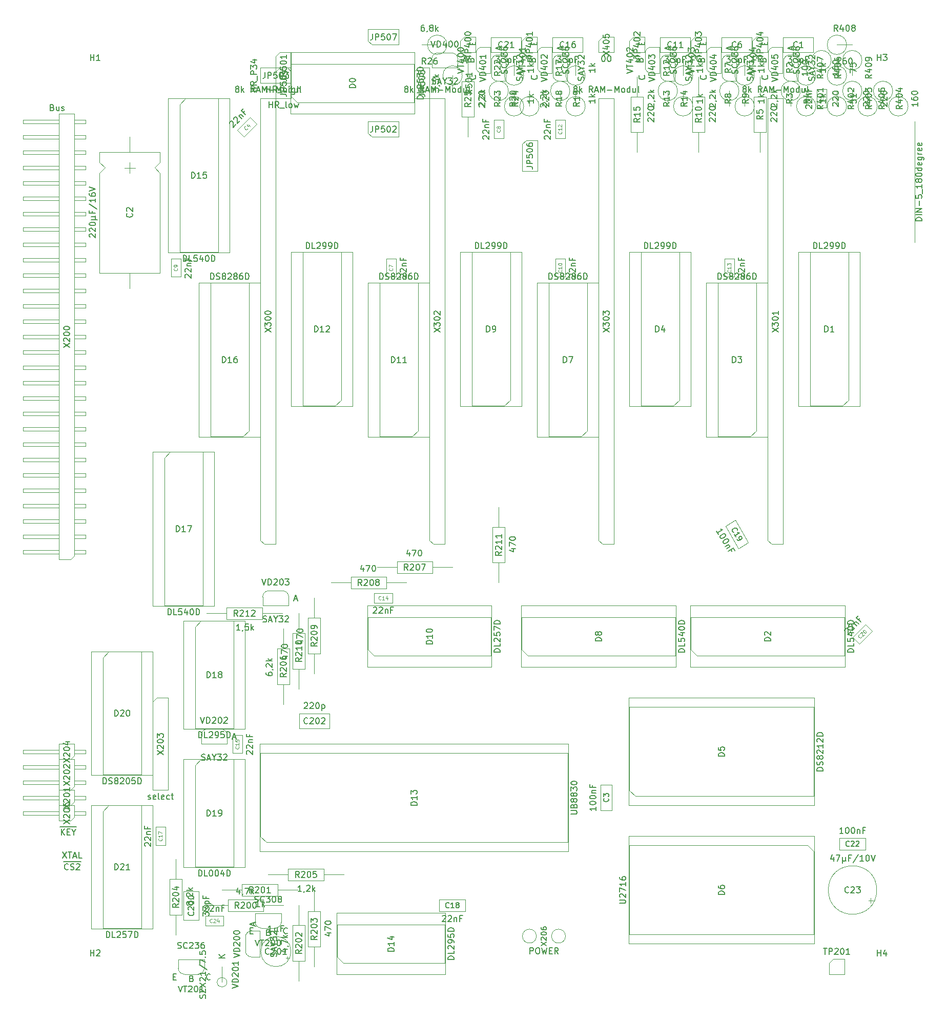
<source format=gbr>
%TF.GenerationSoftware,KiCad,Pcbnew,5.1.10*%
%TF.CreationDate,2022-02-01T20:50:29+01:00*%
%TF.ProjectId,Videoerweiterung,56696465-6f65-4727-9765-69746572756e,3*%
%TF.SameCoordinates,Original*%
%TF.FileFunction,Other,Fab,Top*%
%FSLAX46Y46*%
G04 Gerber Fmt 4.6, Leading zero omitted, Abs format (unit mm)*
G04 Created by KiCad (PCBNEW 5.1.10) date 2022-02-01 20:50:29*
%MOMM*%
%LPD*%
G01*
G04 APERTURE LIST*
%ADD10C,0.100000*%
%ADD11C,0.120000*%
%ADD12C,0.150000*%
%ADD13C,0.130000*%
%ADD14C,0.129000*%
%ADD15C,0.090000*%
%ADD16C,0.141000*%
G04 APERTURE END LIST*
D10*
%TO.C,X206*%
X123070000Y-200660000D02*
G75*
G03*
X123070000Y-200660000I-1150000J0D01*
G01*
X127870000Y-200660000D02*
G75*
G03*
X127870000Y-200660000I-1150000J0D01*
G01*
%TO.C,C23*%
X179300000Y-193040000D02*
G75*
G03*
X179300000Y-193040000I-4000000J0D01*
G01*
X178726759Y-194787500D02*
X177926759Y-194787500D01*
X178326759Y-195187500D02*
X178326759Y-194387500D01*
D11*
%TO.C,X401*%
X185600000Y-66000000D02*
X185600000Y-86000000D01*
D10*
%TO.C,VT404*%
X163760000Y-58030000D02*
X163760000Y-53730000D01*
X162360000Y-58030000D02*
X163760000Y-58030000D01*
X163760000Y-53730000D02*
X162360000Y-53730000D01*
X161360000Y-54730000D02*
X161360000Y-57030000D01*
X161360000Y-54730000D02*
G75*
G02*
X162360000Y-53730000I1000000J0D01*
G01*
X162360000Y-58030000D02*
G75*
G02*
X161360000Y-57030000I0J1000000D01*
G01*
%TO.C,VT403*%
X153600000Y-58030000D02*
X153600000Y-53730000D01*
X152200000Y-58030000D02*
X153600000Y-58030000D01*
X153600000Y-53730000D02*
X152200000Y-53730000D01*
X151200000Y-54730000D02*
X151200000Y-57030000D01*
X151200000Y-54730000D02*
G75*
G02*
X152200000Y-53730000I1000000J0D01*
G01*
X152200000Y-58030000D02*
G75*
G02*
X151200000Y-57030000I0J1000000D01*
G01*
%TO.C,VT402*%
X143440000Y-58030000D02*
X143440000Y-53730000D01*
X142040000Y-58030000D02*
X143440000Y-58030000D01*
X143440000Y-53730000D02*
X142040000Y-53730000D01*
X141040000Y-54730000D02*
X141040000Y-57030000D01*
X141040000Y-54730000D02*
G75*
G02*
X142040000Y-53730000I1000000J0D01*
G01*
X142040000Y-58030000D02*
G75*
G02*
X141040000Y-57030000I0J1000000D01*
G01*
%TO.C,VT401*%
X125660000Y-58030000D02*
X125660000Y-53730000D01*
X124260000Y-58030000D02*
X125660000Y-58030000D01*
X125660000Y-53730000D02*
X124260000Y-53730000D01*
X123260000Y-54730000D02*
X123260000Y-57030000D01*
X123260000Y-54730000D02*
G75*
G02*
X124260000Y-53730000I1000000J0D01*
G01*
X124260000Y-58030000D02*
G75*
G02*
X123260000Y-57030000I0J1000000D01*
G01*
%TO.C,VT400*%
X115500000Y-58030000D02*
X115500000Y-53730000D01*
X114100000Y-58030000D02*
X115500000Y-58030000D01*
X115500000Y-53730000D02*
X114100000Y-53730000D01*
X113100000Y-54730000D02*
X113100000Y-57030000D01*
X113100000Y-54730000D02*
G75*
G02*
X114100000Y-53730000I1000000J0D01*
G01*
X114100000Y-58030000D02*
G75*
G02*
X113100000Y-57030000I0J1000000D01*
G01*
%TO.C,VT201*%
X68190000Y-204540000D02*
X63890000Y-204540000D01*
X68190000Y-205940000D02*
X68190000Y-204540000D01*
X63890000Y-204540000D02*
X63890000Y-205940000D01*
X64890000Y-206940000D02*
X67190000Y-206940000D01*
X64890000Y-206940000D02*
G75*
G02*
X63890000Y-205940000I0J1000000D01*
G01*
X68190000Y-205940000D02*
G75*
G02*
X67190000Y-206940000I-1000000J0D01*
G01*
%TO.C,VT200*%
X80910000Y-196920000D02*
X76610000Y-196920000D01*
X80910000Y-198320000D02*
X80910000Y-196920000D01*
X76610000Y-196920000D02*
X76610000Y-198320000D01*
X77610000Y-199320000D02*
X79910000Y-199320000D01*
X77610000Y-199320000D02*
G75*
G02*
X76610000Y-198320000I0J1000000D01*
G01*
X80910000Y-198320000D02*
G75*
G02*
X79910000Y-199320000I-1000000J0D01*
G01*
%TO.C,VD203*%
X77840000Y-145980000D02*
X82140000Y-145980000D01*
X77840000Y-144580000D02*
X77840000Y-145980000D01*
X82140000Y-145980000D02*
X82140000Y-144580000D01*
X81140000Y-143580000D02*
X78840000Y-143580000D01*
X77840000Y-144580000D02*
G75*
G02*
X78840000Y-143580000I1000000J0D01*
G01*
X81140000Y-143580000D02*
G75*
G02*
X82140000Y-144580000I0J-1000000D01*
G01*
%TO.C,R212*%
X71880000Y-146320000D02*
X71880000Y-148320000D01*
X71880000Y-148320000D02*
X77780000Y-148320000D01*
X77780000Y-148320000D02*
X77780000Y-146320000D01*
X77780000Y-146320000D02*
X71880000Y-146320000D01*
X68580000Y-147320000D02*
X71880000Y-147320000D01*
X81080000Y-147320000D02*
X77780000Y-147320000D01*
%TO.C,TP201*%
X171450000Y-205105000D02*
X172085000Y-204470000D01*
X171450000Y-207010000D02*
X171450000Y-205105000D01*
X173990000Y-207010000D02*
X171450000Y-207010000D01*
X173990000Y-204470000D02*
X173990000Y-207010000D01*
X172085000Y-204470000D02*
X173990000Y-204470000D01*
%TO.C,X205*%
X46125000Y-181610000D02*
X44220000Y-181610000D01*
X44220000Y-181610000D02*
X44220000Y-179070000D01*
X44220000Y-179070000D02*
X46760000Y-179070000D01*
X46760000Y-179070000D02*
X46760000Y-180975000D01*
X46760000Y-180975000D02*
X46125000Y-181610000D01*
X48580000Y-180660000D02*
X46760000Y-180660000D01*
X48580000Y-180660000D02*
X48580000Y-180020000D01*
X48580000Y-180020000D02*
X46760000Y-180020000D01*
X44220000Y-180660000D02*
X38220000Y-180660000D01*
X38220000Y-180660000D02*
X38220000Y-180020000D01*
X44220000Y-180020000D02*
X38220000Y-180020000D01*
%TO.C,R409*%
X175260000Y-55880000D02*
X175260000Y-58420000D01*
X176860000Y-55880000D02*
G75*
G03*
X176860000Y-55880000I-1600000J0D01*
G01*
%TO.C,R408*%
X172720000Y-53340000D02*
X175260000Y-53340000D01*
X174320000Y-53340000D02*
G75*
G03*
X174320000Y-53340000I-1600000J0D01*
G01*
%TO.C,R407*%
X172720000Y-58420000D02*
X172720000Y-55880000D01*
X174320000Y-58420000D02*
G75*
G03*
X174320000Y-58420000I-1600000J0D01*
G01*
%TO.C,R406*%
X170180000Y-55880000D02*
X170180000Y-58420000D01*
X171780000Y-55880000D02*
G75*
G03*
X171780000Y-55880000I-1600000J0D01*
G01*
%TO.C,R405*%
X182880000Y-63500000D02*
X182880000Y-60960000D01*
X184480000Y-63500000D02*
G75*
G03*
X184480000Y-63500000I-1600000J0D01*
G01*
%TO.C,R404*%
X180340000Y-60960000D02*
X180340000Y-63500000D01*
X181940000Y-60960000D02*
G75*
G03*
X181940000Y-60960000I-1600000J0D01*
G01*
%TO.C,R403*%
X175260000Y-60960000D02*
X175260000Y-63500000D01*
X176860000Y-60960000D02*
G75*
G03*
X176860000Y-60960000I-1600000J0D01*
G01*
%TO.C,R402*%
X177800000Y-63500000D02*
X177800000Y-60960000D01*
X179400000Y-63500000D02*
G75*
G03*
X179400000Y-63500000I-1600000J0D01*
G01*
%TO.C,R401*%
X172720000Y-63500000D02*
X172720000Y-60960000D01*
X174320000Y-63500000D02*
G75*
G03*
X174320000Y-63500000I-1600000J0D01*
G01*
%TO.C,TP404*%
X158750000Y-52705000D02*
X159385000Y-52070000D01*
X158750000Y-54610000D02*
X158750000Y-52705000D01*
X161290000Y-54610000D02*
X158750000Y-54610000D01*
X161290000Y-52070000D02*
X161290000Y-54610000D01*
X159385000Y-52070000D02*
X161290000Y-52070000D01*
%TO.C,TP403*%
X148590000Y-52705000D02*
X149225000Y-52070000D01*
X148590000Y-54610000D02*
X148590000Y-52705000D01*
X151130000Y-54610000D02*
X148590000Y-54610000D01*
X151130000Y-52070000D02*
X151130000Y-54610000D01*
X149225000Y-52070000D02*
X151130000Y-52070000D01*
%TO.C,TP402*%
X138430000Y-52705000D02*
X139065000Y-52070000D01*
X138430000Y-54610000D02*
X138430000Y-52705000D01*
X140970000Y-54610000D02*
X138430000Y-54610000D01*
X140970000Y-52070000D02*
X140970000Y-54610000D01*
X139065000Y-52070000D02*
X140970000Y-52070000D01*
%TO.C,TP401*%
X120650000Y-52705000D02*
X121285000Y-52070000D01*
X120650000Y-54610000D02*
X120650000Y-52705000D01*
X123190000Y-54610000D02*
X120650000Y-54610000D01*
X123190000Y-52070000D02*
X123190000Y-54610000D01*
X121285000Y-52070000D02*
X123190000Y-52070000D01*
%TO.C,TP400*%
X110490000Y-52705000D02*
X111125000Y-52070000D01*
X110490000Y-54610000D02*
X110490000Y-52705000D01*
X113030000Y-54610000D02*
X110490000Y-54610000D01*
X113030000Y-52070000D02*
X113030000Y-54610000D01*
X111125000Y-52070000D02*
X113030000Y-52070000D01*
%TO.C,R501*%
X109220000Y-58420000D02*
X109220000Y-60960000D01*
X110820000Y-58420000D02*
G75*
G03*
X110820000Y-58420000I-1600000J0D01*
G01*
%TO.C,JP507*%
X95885000Y-53340000D02*
X95250000Y-52705000D01*
X100330000Y-53340000D02*
X95885000Y-53340000D01*
X100330000Y-50800000D02*
X100330000Y-53340000D01*
X95250000Y-50800000D02*
X100330000Y-50800000D01*
X95250000Y-52705000D02*
X95250000Y-50800000D01*
%TO.C,JP506*%
X120730000Y-69765000D02*
X121365000Y-69130000D01*
X120730000Y-74210000D02*
X120730000Y-69765000D01*
X123270000Y-74210000D02*
X120730000Y-74210000D01*
X123270000Y-69130000D02*
X123270000Y-74210000D01*
X121365000Y-69130000D02*
X123270000Y-69130000D01*
%TO.C,JP505*%
X102870000Y-57785000D02*
X103505000Y-57150000D01*
X102870000Y-62230000D02*
X102870000Y-57785000D01*
X105410000Y-62230000D02*
X102870000Y-62230000D01*
X105410000Y-57150000D02*
X105410000Y-62230000D01*
X103505000Y-57150000D02*
X105410000Y-57150000D01*
%TO.C,JP504*%
X80010000Y-57785000D02*
X80645000Y-57150000D01*
X80010000Y-62230000D02*
X80010000Y-57785000D01*
X82550000Y-62230000D02*
X80010000Y-62230000D01*
X82550000Y-57150000D02*
X82550000Y-62230000D01*
X80645000Y-57150000D02*
X82550000Y-57150000D01*
%TO.C,JP503*%
X81915000Y-57150000D02*
X82550000Y-57785000D01*
X77470000Y-57150000D02*
X81915000Y-57150000D01*
X77470000Y-59690000D02*
X77470000Y-57150000D01*
X82550000Y-59690000D02*
X77470000Y-59690000D01*
X82550000Y-57785000D02*
X82550000Y-59690000D01*
%TO.C,JP502*%
X95885000Y-68580000D02*
X95250000Y-67945000D01*
X100330000Y-68580000D02*
X95885000Y-68580000D01*
X100330000Y-66040000D02*
X100330000Y-68580000D01*
X95250000Y-66040000D02*
X100330000Y-66040000D01*
X95250000Y-67945000D02*
X95250000Y-66040000D01*
%TO.C,JP501*%
X80010000Y-55245000D02*
X80645000Y-54610000D01*
X80010000Y-59690000D02*
X80010000Y-55245000D01*
X82550000Y-59690000D02*
X80010000Y-59690000D01*
X82550000Y-54610000D02*
X82550000Y-59690000D01*
X80645000Y-54610000D02*
X82550000Y-54610000D01*
%TO.C,VD201*%
X71920000Y-208280000D02*
G75*
G03*
X71920000Y-208280000I-800000J0D01*
G01*
X71120000Y-205740000D02*
X71120000Y-208280000D01*
%TO.C,C18*%
X107030000Y-194630000D02*
X107030000Y-196530000D01*
X107030000Y-196530000D02*
X111330000Y-196530000D01*
X111330000Y-196530000D02*
X111330000Y-194630000D01*
X111330000Y-194630000D02*
X107030000Y-194630000D01*
%TO.C,C24*%
X71370000Y-198920000D02*
X71370000Y-197320000D01*
X71370000Y-197320000D02*
X68370000Y-197320000D01*
X68370000Y-197320000D02*
X68370000Y-198920000D01*
X68370000Y-198920000D02*
X71370000Y-198920000D01*
%TO.C,X202*%
X46125000Y-176530000D02*
X44220000Y-176530000D01*
X44220000Y-176530000D02*
X44220000Y-171450000D01*
X44220000Y-171450000D02*
X46760000Y-171450000D01*
X46760000Y-171450000D02*
X46760000Y-175895000D01*
X46760000Y-175895000D02*
X46125000Y-176530000D01*
X48580000Y-175580000D02*
X46760000Y-175580000D01*
X48580000Y-175580000D02*
X48580000Y-174940000D01*
X48580000Y-174940000D02*
X46760000Y-174940000D01*
X44220000Y-175580000D02*
X38220000Y-175580000D01*
X38220000Y-175580000D02*
X38220000Y-174940000D01*
X44220000Y-174940000D02*
X38220000Y-174940000D01*
X48580000Y-173040000D02*
X46760000Y-173040000D01*
X48580000Y-173040000D02*
X48580000Y-172400000D01*
X48580000Y-172400000D02*
X46760000Y-172400000D01*
X44220000Y-173040000D02*
X38220000Y-173040000D01*
X38220000Y-173040000D02*
X38220000Y-172400000D01*
X44220000Y-172400000D02*
X38220000Y-172400000D01*
%TO.C,C22*%
X177450000Y-186370000D02*
X177450000Y-184470000D01*
X177450000Y-184470000D02*
X173150000Y-184470000D01*
X173150000Y-184470000D02*
X173150000Y-186370000D01*
X173150000Y-186370000D02*
X177450000Y-186370000D01*
%TO.C,C20*%
X178542462Y-150248909D02*
X177411091Y-149117538D01*
X177411091Y-149117538D02*
X175289771Y-151238858D01*
X175289771Y-151238858D02*
X176421142Y-152370229D01*
X176421142Y-152370229D02*
X178542462Y-150248909D01*
%TO.C,C19*%
X155937724Y-131908109D02*
X154292276Y-132858109D01*
X154292276Y-132858109D02*
X156442276Y-136582018D01*
X156442276Y-136582018D02*
X158087724Y-135632018D01*
X158087724Y-135632018D02*
X155937724Y-131908109D01*
%TO.C,C17*%
X61760000Y-182630000D02*
X60160000Y-182630000D01*
X60160000Y-182630000D02*
X60160000Y-185630000D01*
X60160000Y-185630000D02*
X61760000Y-185630000D01*
X61760000Y-185630000D02*
X61760000Y-182630000D01*
%TO.C,C15*%
X72860000Y-170430000D02*
X74460000Y-170430000D01*
X74460000Y-170430000D02*
X74460000Y-167430000D01*
X74460000Y-167430000D02*
X72860000Y-167430000D01*
X72860000Y-167430000D02*
X72860000Y-170430000D01*
%TO.C,C14*%
X96270000Y-143980000D02*
X96270000Y-145580000D01*
X96270000Y-145580000D02*
X99270000Y-145580000D01*
X99270000Y-145580000D02*
X99270000Y-143980000D01*
X99270000Y-143980000D02*
X96270000Y-143980000D01*
%TO.C,C13*%
X154140000Y-91690000D02*
X155740000Y-91690000D01*
X155740000Y-91690000D02*
X155740000Y-88690000D01*
X155740000Y-88690000D02*
X154140000Y-88690000D01*
X154140000Y-88690000D02*
X154140000Y-91690000D01*
%TO.C,C12*%
X127800000Y-65790000D02*
X126200000Y-65790000D01*
X126200000Y-65790000D02*
X126200000Y-68790000D01*
X126200000Y-68790000D02*
X127800000Y-68790000D01*
X127800000Y-68790000D02*
X127800000Y-65790000D01*
%TO.C,C10*%
X126200000Y-91690000D02*
X127800000Y-91690000D01*
X127800000Y-91690000D02*
X127800000Y-88690000D01*
X127800000Y-88690000D02*
X126200000Y-88690000D01*
X126200000Y-88690000D02*
X126200000Y-91690000D01*
%TO.C,C9*%
X62700000Y-91690000D02*
X64300000Y-91690000D01*
X64300000Y-91690000D02*
X64300000Y-88690000D01*
X64300000Y-88690000D02*
X62700000Y-88690000D01*
X62700000Y-88690000D02*
X62700000Y-91690000D01*
%TO.C,C8*%
X117640000Y-65790000D02*
X116040000Y-65790000D01*
X116040000Y-65790000D02*
X116040000Y-68790000D01*
X116040000Y-68790000D02*
X117640000Y-68790000D01*
X117640000Y-68790000D02*
X117640000Y-65790000D01*
%TO.C,C7*%
X98260000Y-91690000D02*
X99860000Y-91690000D01*
X99860000Y-91690000D02*
X99860000Y-88690000D01*
X99860000Y-88690000D02*
X98260000Y-88690000D01*
X98260000Y-88690000D02*
X98260000Y-91690000D01*
%TO.C,C5*%
X170980000Y-60710000D02*
X169380000Y-60710000D01*
X169380000Y-60710000D02*
X169380000Y-63710000D01*
X169380000Y-63710000D02*
X170980000Y-63710000D01*
X170980000Y-63710000D02*
X170980000Y-60710000D01*
%TO.C,C4*%
X76902462Y-66428909D02*
X75771091Y-65297538D01*
X75771091Y-65297538D02*
X73649771Y-67418858D01*
X73649771Y-67418858D02*
X74781142Y-68550229D01*
X74781142Y-68550229D02*
X76902462Y-66428909D01*
%TO.C,C3*%
X135570000Y-175610000D02*
X133670000Y-175610000D01*
X133670000Y-175610000D02*
X133670000Y-179910000D01*
X133670000Y-179910000D02*
X135570000Y-179910000D01*
X135570000Y-179910000D02*
X135570000Y-175610000D01*
%TO.C,C2*%
X60880000Y-71080000D02*
X50880000Y-71080000D01*
X60880000Y-91080000D02*
X50880000Y-91080000D01*
X60880000Y-71080000D02*
X60880000Y-72760000D01*
X60880000Y-72760000D02*
X59980000Y-73660000D01*
X59980000Y-73660000D02*
X60880000Y-74560000D01*
X60880000Y-74560000D02*
X60880000Y-91080000D01*
X50880000Y-71080000D02*
X50880000Y-72760000D01*
X50880000Y-72760000D02*
X51780000Y-73660000D01*
X51780000Y-73660000D02*
X50880000Y-74560000D01*
X50880000Y-74560000D02*
X50880000Y-91080000D01*
X55880000Y-68580000D02*
X55880000Y-71080000D01*
X55880000Y-93580000D02*
X55880000Y-91080000D01*
X55880000Y-72780000D02*
X55880000Y-74580000D01*
X56780000Y-73680000D02*
X54980000Y-73680000D01*
%TO.C,X405*%
X133985000Y-52070000D02*
X135890000Y-52070000D01*
X135890000Y-52070000D02*
X135890000Y-54610000D01*
X135890000Y-54610000D02*
X133350000Y-54610000D01*
X133350000Y-54610000D02*
X133350000Y-52705000D01*
X133350000Y-52705000D02*
X133985000Y-52070000D01*
%TO.C,C202*%
X88900000Y-166350000D02*
X88900000Y-163850000D01*
X88900000Y-163850000D02*
X83900000Y-163850000D01*
X83900000Y-163850000D02*
X83900000Y-166350000D01*
X83900000Y-166350000D02*
X88900000Y-166350000D01*
%TO.C,R20*%
X123520000Y-63500000D02*
G75*
G03*
X123520000Y-63500000I-1600000J0D01*
G01*
X121920000Y-63500000D02*
X121920000Y-60960000D01*
%TO.C,VD405*%
X163900000Y-56020000D02*
X163900000Y-58320000D01*
X166300000Y-55020000D02*
X164900000Y-55020000D01*
X164900000Y-59320000D02*
X166300000Y-59320000D01*
X166300000Y-59320000D02*
X166300000Y-55020000D01*
X164900000Y-59320000D02*
G75*
G02*
X163900000Y-58320000I0J1000000D01*
G01*
X163900000Y-56020000D02*
G75*
G02*
X164900000Y-55020000I1000000J0D01*
G01*
%TO.C,VD404*%
X153740000Y-56020000D02*
X153740000Y-58320000D01*
X156140000Y-55020000D02*
X154740000Y-55020000D01*
X154740000Y-59320000D02*
X156140000Y-59320000D01*
X156140000Y-59320000D02*
X156140000Y-55020000D01*
X154740000Y-59320000D02*
G75*
G02*
X153740000Y-58320000I0J1000000D01*
G01*
X153740000Y-56020000D02*
G75*
G02*
X154740000Y-55020000I1000000J0D01*
G01*
%TO.C,VD403*%
X143580000Y-56020000D02*
X143580000Y-58320000D01*
X145980000Y-55020000D02*
X144580000Y-55020000D01*
X144580000Y-59320000D02*
X145980000Y-59320000D01*
X145980000Y-59320000D02*
X145980000Y-55020000D01*
X144580000Y-59320000D02*
G75*
G02*
X143580000Y-58320000I0J1000000D01*
G01*
X143580000Y-56020000D02*
G75*
G02*
X144580000Y-55020000I1000000J0D01*
G01*
%TO.C,VD402*%
X125800000Y-56020000D02*
X125800000Y-58320000D01*
X128200000Y-55020000D02*
X126800000Y-55020000D01*
X126800000Y-59320000D02*
X128200000Y-59320000D01*
X128200000Y-59320000D02*
X128200000Y-55020000D01*
X126800000Y-59320000D02*
G75*
G02*
X125800000Y-58320000I0J1000000D01*
G01*
X125800000Y-56020000D02*
G75*
G02*
X126800000Y-55020000I1000000J0D01*
G01*
%TO.C,VD401*%
X115640000Y-56020000D02*
X115640000Y-58320000D01*
X118040000Y-55020000D02*
X116640000Y-55020000D01*
X116640000Y-59320000D02*
X118040000Y-59320000D01*
X118040000Y-59320000D02*
X118040000Y-55020000D01*
X116640000Y-59320000D02*
G75*
G02*
X115640000Y-58320000I0J1000000D01*
G01*
X115640000Y-56020000D02*
G75*
G02*
X116640000Y-55020000I1000000J0D01*
G01*
%TO.C,VD400*%
X109080000Y-54680000D02*
X106780000Y-54680000D01*
X110080000Y-57080000D02*
X110080000Y-55680000D01*
X105780000Y-55680000D02*
X105780000Y-57080000D01*
X105780000Y-57080000D02*
X110080000Y-57080000D01*
X105780000Y-55680000D02*
G75*
G02*
X106780000Y-54680000I1000000J0D01*
G01*
X109080000Y-54680000D02*
G75*
G02*
X110080000Y-55680000I0J-1000000D01*
G01*
%TO.C,VD202*%
X70980000Y-166440000D02*
X68680000Y-166440000D01*
X71980000Y-168840000D02*
X71980000Y-167440000D01*
X67680000Y-167440000D02*
X67680000Y-168840000D01*
X67680000Y-168840000D02*
X71980000Y-168840000D01*
X67680000Y-167440000D02*
G75*
G02*
X68680000Y-166440000I1000000J0D01*
G01*
X70980000Y-166440000D02*
G75*
G02*
X71980000Y-167440000I0J-1000000D01*
G01*
%TO.C,VD200*%
X75000000Y-200800000D02*
X75000000Y-203100000D01*
X77400000Y-199800000D02*
X76000000Y-199800000D01*
X76000000Y-204100000D02*
X77400000Y-204100000D01*
X77400000Y-204100000D02*
X77400000Y-199800000D01*
X76000000Y-204100000D02*
G75*
G02*
X75000000Y-203100000I0J1000000D01*
G01*
X75000000Y-200800000D02*
G75*
G02*
X76000000Y-199800000I1000000J0D01*
G01*
%TO.C,D21*%
X52435000Y-179070000D02*
X57785000Y-179070000D01*
X57785000Y-179070000D02*
X57785000Y-199390000D01*
X57785000Y-199390000D02*
X51435000Y-199390000D01*
X51435000Y-199390000D02*
X51435000Y-180070000D01*
X51435000Y-180070000D02*
X52435000Y-179070000D01*
X49530000Y-179010000D02*
X49530000Y-199450000D01*
X49530000Y-199450000D02*
X59690000Y-199450000D01*
X59690000Y-199450000D02*
X59690000Y-179010000D01*
X59690000Y-179010000D02*
X49530000Y-179010000D01*
%TO.C,D20*%
X52435000Y-153670000D02*
X57785000Y-153670000D01*
X57785000Y-153670000D02*
X57785000Y-173990000D01*
X57785000Y-173990000D02*
X51435000Y-173990000D01*
X51435000Y-173990000D02*
X51435000Y-154670000D01*
X51435000Y-154670000D02*
X52435000Y-153670000D01*
X49530000Y-153610000D02*
X49530000Y-174050000D01*
X49530000Y-174050000D02*
X59690000Y-174050000D01*
X59690000Y-174050000D02*
X59690000Y-153610000D01*
X59690000Y-153610000D02*
X49530000Y-153610000D01*
%TO.C,D19*%
X67675000Y-171450000D02*
X73025000Y-171450000D01*
X73025000Y-171450000D02*
X73025000Y-189230000D01*
X73025000Y-189230000D02*
X66675000Y-189230000D01*
X66675000Y-189230000D02*
X66675000Y-172450000D01*
X66675000Y-172450000D02*
X67675000Y-171450000D01*
X64770000Y-171390000D02*
X64770000Y-189290000D01*
X64770000Y-189290000D02*
X74930000Y-189290000D01*
X74930000Y-189290000D02*
X74930000Y-171390000D01*
X74930000Y-171390000D02*
X64770000Y-171390000D01*
%TO.C,D18*%
X67675000Y-148590000D02*
X73025000Y-148590000D01*
X73025000Y-148590000D02*
X73025000Y-166370000D01*
X73025000Y-166370000D02*
X66675000Y-166370000D01*
X66675000Y-166370000D02*
X66675000Y-149590000D01*
X66675000Y-149590000D02*
X67675000Y-148590000D01*
X64770000Y-148530000D02*
X64770000Y-166430000D01*
X64770000Y-166430000D02*
X74930000Y-166430000D01*
X74930000Y-166430000D02*
X74930000Y-148530000D01*
X74930000Y-148530000D02*
X64770000Y-148530000D01*
%TO.C,D17*%
X62595000Y-120650000D02*
X67945000Y-120650000D01*
X67945000Y-120650000D02*
X67945000Y-146050000D01*
X67945000Y-146050000D02*
X61595000Y-146050000D01*
X61595000Y-146050000D02*
X61595000Y-121650000D01*
X61595000Y-121650000D02*
X62595000Y-120650000D01*
X59690000Y-120590000D02*
X59690000Y-146110000D01*
X59690000Y-146110000D02*
X69850000Y-146110000D01*
X69850000Y-146110000D02*
X69850000Y-120590000D01*
X69850000Y-120590000D02*
X59690000Y-120590000D01*
%TO.C,D16*%
X74565000Y-118110000D02*
X69215000Y-118110000D01*
X69215000Y-118110000D02*
X69215000Y-92710000D01*
X69215000Y-92710000D02*
X75565000Y-92710000D01*
X75565000Y-92710000D02*
X75565000Y-117110000D01*
X75565000Y-117110000D02*
X74565000Y-118110000D01*
X77470000Y-118170000D02*
X77470000Y-92650000D01*
X77470000Y-92650000D02*
X67310000Y-92650000D01*
X67310000Y-92650000D02*
X67310000Y-118170000D01*
X67310000Y-118170000D02*
X77470000Y-118170000D01*
%TO.C,D15*%
X65135000Y-62230000D02*
X70485000Y-62230000D01*
X70485000Y-62230000D02*
X70485000Y-87630000D01*
X70485000Y-87630000D02*
X64135000Y-87630000D01*
X64135000Y-87630000D02*
X64135000Y-63230000D01*
X64135000Y-63230000D02*
X65135000Y-62230000D01*
X62230000Y-62170000D02*
X62230000Y-87690000D01*
X62230000Y-87690000D02*
X72390000Y-87690000D01*
X72390000Y-87690000D02*
X72390000Y-62170000D01*
X72390000Y-62170000D02*
X62230000Y-62170000D01*
%TO.C,D14*%
X90170000Y-204105000D02*
X90170000Y-198755000D01*
X90170000Y-198755000D02*
X107950000Y-198755000D01*
X107950000Y-198755000D02*
X107950000Y-205105000D01*
X107950000Y-205105000D02*
X91170000Y-205105000D01*
X91170000Y-205105000D02*
X90170000Y-204105000D01*
X90110000Y-207010000D02*
X108010000Y-207010000D01*
X108010000Y-207010000D02*
X108010000Y-196850000D01*
X108010000Y-196850000D02*
X90110000Y-196850000D01*
X90110000Y-196850000D02*
X90110000Y-207010000D01*
%TO.C,D13*%
X77470000Y-184165000D02*
X77470000Y-170435000D01*
X77470000Y-170435000D02*
X128270000Y-170435000D01*
X128270000Y-170435000D02*
X128270000Y-185165000D01*
X128270000Y-185165000D02*
X78470000Y-185165000D01*
X78470000Y-185165000D02*
X77470000Y-184165000D01*
X77410000Y-186690000D02*
X128330000Y-186690000D01*
X128330000Y-186690000D02*
X128330000Y-168910000D01*
X128330000Y-168910000D02*
X77410000Y-168910000D01*
X77410000Y-168910000D02*
X77410000Y-186690000D01*
%TO.C,D12*%
X89805000Y-113030000D02*
X84455000Y-113030000D01*
X84455000Y-113030000D02*
X84455000Y-87630000D01*
X84455000Y-87630000D02*
X90805000Y-87630000D01*
X90805000Y-87630000D02*
X90805000Y-112030000D01*
X90805000Y-112030000D02*
X89805000Y-113030000D01*
X92710000Y-113090000D02*
X92710000Y-87570000D01*
X92710000Y-87570000D02*
X82550000Y-87570000D01*
X82550000Y-87570000D02*
X82550000Y-113090000D01*
X82550000Y-113090000D02*
X92710000Y-113090000D01*
%TO.C,D11*%
X102505000Y-118110000D02*
X97155000Y-118110000D01*
X97155000Y-118110000D02*
X97155000Y-92710000D01*
X97155000Y-92710000D02*
X103505000Y-92710000D01*
X103505000Y-92710000D02*
X103505000Y-117110000D01*
X103505000Y-117110000D02*
X102505000Y-118110000D01*
X105410000Y-118170000D02*
X105410000Y-92650000D01*
X105410000Y-92650000D02*
X95250000Y-92650000D01*
X95250000Y-92650000D02*
X95250000Y-118170000D01*
X95250000Y-118170000D02*
X105410000Y-118170000D01*
%TO.C,D10*%
X95250000Y-153305000D02*
X95250000Y-147955000D01*
X95250000Y-147955000D02*
X115570000Y-147955000D01*
X115570000Y-147955000D02*
X115570000Y-154305000D01*
X115570000Y-154305000D02*
X96250000Y-154305000D01*
X96250000Y-154305000D02*
X95250000Y-153305000D01*
X95190000Y-156210000D02*
X115630000Y-156210000D01*
X115630000Y-156210000D02*
X115630000Y-146050000D01*
X115630000Y-146050000D02*
X95190000Y-146050000D01*
X95190000Y-146050000D02*
X95190000Y-156210000D01*
%TO.C,D9*%
X117745000Y-113030000D02*
X112395000Y-113030000D01*
X112395000Y-113030000D02*
X112395000Y-87630000D01*
X112395000Y-87630000D02*
X118745000Y-87630000D01*
X118745000Y-87630000D02*
X118745000Y-112030000D01*
X118745000Y-112030000D02*
X117745000Y-113030000D01*
X120650000Y-113090000D02*
X120650000Y-87570000D01*
X120650000Y-87570000D02*
X110490000Y-87570000D01*
X110490000Y-87570000D02*
X110490000Y-113090000D01*
X110490000Y-113090000D02*
X120650000Y-113090000D01*
%TO.C,D8*%
X120650000Y-153305000D02*
X120650000Y-147955000D01*
X120650000Y-147955000D02*
X146050000Y-147955000D01*
X146050000Y-147955000D02*
X146050000Y-154305000D01*
X146050000Y-154305000D02*
X121650000Y-154305000D01*
X121650000Y-154305000D02*
X120650000Y-153305000D01*
X120590000Y-156210000D02*
X146110000Y-156210000D01*
X146110000Y-156210000D02*
X146110000Y-146050000D01*
X146110000Y-146050000D02*
X120590000Y-146050000D01*
X120590000Y-146050000D02*
X120590000Y-156210000D01*
%TO.C,D7*%
X130445000Y-118110000D02*
X125095000Y-118110000D01*
X125095000Y-118110000D02*
X125095000Y-92710000D01*
X125095000Y-92710000D02*
X131445000Y-92710000D01*
X131445000Y-92710000D02*
X131445000Y-117110000D01*
X131445000Y-117110000D02*
X130445000Y-118110000D01*
X133350000Y-118170000D02*
X133350000Y-92650000D01*
X133350000Y-92650000D02*
X123190000Y-92650000D01*
X123190000Y-92650000D02*
X123190000Y-118170000D01*
X123190000Y-118170000D02*
X133350000Y-118170000D01*
%TO.C,D6*%
X168910000Y-186675000D02*
X168910000Y-200405000D01*
X168910000Y-200405000D02*
X138430000Y-200405000D01*
X138430000Y-200405000D02*
X138430000Y-185675000D01*
X138430000Y-185675000D02*
X167910000Y-185675000D01*
X167910000Y-185675000D02*
X168910000Y-186675000D01*
X168970000Y-184150000D02*
X138370000Y-184150000D01*
X138370000Y-184150000D02*
X138370000Y-201930000D01*
X138370000Y-201930000D02*
X168970000Y-201930000D01*
X168970000Y-201930000D02*
X168970000Y-184150000D01*
%TO.C,D5*%
X138430000Y-176545000D02*
X138430000Y-162815000D01*
X138430000Y-162815000D02*
X168910000Y-162815000D01*
X168910000Y-162815000D02*
X168910000Y-177545000D01*
X168910000Y-177545000D02*
X139430000Y-177545000D01*
X139430000Y-177545000D02*
X138430000Y-176545000D01*
X138370000Y-179070000D02*
X168970000Y-179070000D01*
X168970000Y-179070000D02*
X168970000Y-161290000D01*
X168970000Y-161290000D02*
X138370000Y-161290000D01*
X138370000Y-161290000D02*
X138370000Y-179070000D01*
%TO.C,D4*%
X145685000Y-113030000D02*
X140335000Y-113030000D01*
X140335000Y-113030000D02*
X140335000Y-87630000D01*
X140335000Y-87630000D02*
X146685000Y-87630000D01*
X146685000Y-87630000D02*
X146685000Y-112030000D01*
X146685000Y-112030000D02*
X145685000Y-113030000D01*
X148590000Y-113090000D02*
X148590000Y-87570000D01*
X148590000Y-87570000D02*
X138430000Y-87570000D01*
X138430000Y-87570000D02*
X138430000Y-113090000D01*
X138430000Y-113090000D02*
X148590000Y-113090000D01*
%TO.C,D3*%
X158385000Y-118110000D02*
X153035000Y-118110000D01*
X153035000Y-118110000D02*
X153035000Y-92710000D01*
X153035000Y-92710000D02*
X159385000Y-92710000D01*
X159385000Y-92710000D02*
X159385000Y-117110000D01*
X159385000Y-117110000D02*
X158385000Y-118110000D01*
X161290000Y-118170000D02*
X161290000Y-92650000D01*
X161290000Y-92650000D02*
X151130000Y-92650000D01*
X151130000Y-92650000D02*
X151130000Y-118170000D01*
X151130000Y-118170000D02*
X161290000Y-118170000D01*
%TO.C,D2*%
X148590000Y-153305000D02*
X148590000Y-147955000D01*
X148590000Y-147955000D02*
X173990000Y-147955000D01*
X173990000Y-147955000D02*
X173990000Y-154305000D01*
X173990000Y-154305000D02*
X149590000Y-154305000D01*
X149590000Y-154305000D02*
X148590000Y-153305000D01*
X148530000Y-156210000D02*
X174050000Y-156210000D01*
X174050000Y-156210000D02*
X174050000Y-146050000D01*
X174050000Y-146050000D02*
X148530000Y-146050000D01*
X148530000Y-146050000D02*
X148530000Y-156210000D01*
%TO.C,D1*%
X173625000Y-113030000D02*
X168275000Y-113030000D01*
X168275000Y-113030000D02*
X168275000Y-87630000D01*
X168275000Y-87630000D02*
X174625000Y-87630000D01*
X174625000Y-87630000D02*
X174625000Y-112030000D01*
X174625000Y-112030000D02*
X173625000Y-113030000D01*
X176530000Y-113090000D02*
X176530000Y-87570000D01*
X176530000Y-87570000D02*
X166370000Y-87570000D01*
X166370000Y-87570000D02*
X166370000Y-113090000D01*
X166370000Y-113090000D02*
X176530000Y-113090000D01*
%TO.C,D0*%
X82550000Y-61865000D02*
X82550000Y-56515000D01*
X82550000Y-56515000D02*
X102870000Y-56515000D01*
X102870000Y-56515000D02*
X102870000Y-62865000D01*
X102870000Y-62865000D02*
X83550000Y-62865000D01*
X83550000Y-62865000D02*
X82550000Y-61865000D01*
X82490000Y-64770000D02*
X102930000Y-64770000D01*
X102930000Y-64770000D02*
X102930000Y-54610000D01*
X102930000Y-54610000D02*
X82490000Y-54610000D01*
X82490000Y-54610000D02*
X82490000Y-64770000D01*
%TO.C,R211*%
X116840000Y-129740000D02*
X116840000Y-133040000D01*
X116840000Y-142240000D02*
X116840000Y-138940000D01*
X115840000Y-133040000D02*
X115840000Y-138940000D01*
X117840000Y-133040000D02*
X115840000Y-133040000D01*
X117840000Y-138940000D02*
X117840000Y-133040000D01*
X115840000Y-138940000D02*
X117840000Y-138940000D01*
%TO.C,R210*%
X83820000Y-159820000D02*
X83820000Y-156520000D01*
X83820000Y-147320000D02*
X83820000Y-150620000D01*
X84820000Y-156520000D02*
X84820000Y-150620000D01*
X82820000Y-156520000D02*
X84820000Y-156520000D01*
X82820000Y-150620000D02*
X82820000Y-156520000D01*
X84820000Y-150620000D02*
X82820000Y-150620000D01*
%TO.C,R209*%
X86360000Y-157280000D02*
X86360000Y-153980000D01*
X86360000Y-144780000D02*
X86360000Y-148080000D01*
X87360000Y-153980000D02*
X87360000Y-148080000D01*
X85360000Y-153980000D02*
X87360000Y-153980000D01*
X85360000Y-148080000D02*
X85360000Y-153980000D01*
X87360000Y-148080000D02*
X85360000Y-148080000D01*
%TO.C,R208*%
X89100000Y-142240000D02*
X92400000Y-142240000D01*
X101600000Y-142240000D02*
X98300000Y-142240000D01*
X92400000Y-143240000D02*
X98300000Y-143240000D01*
X92400000Y-141240000D02*
X92400000Y-143240000D01*
X98300000Y-141240000D02*
X92400000Y-141240000D01*
X98300000Y-143240000D02*
X98300000Y-141240000D01*
%TO.C,R207*%
X96720000Y-139700000D02*
X100020000Y-139700000D01*
X109220000Y-139700000D02*
X105920000Y-139700000D01*
X100020000Y-140700000D02*
X105920000Y-140700000D01*
X100020000Y-138700000D02*
X100020000Y-140700000D01*
X105920000Y-138700000D02*
X100020000Y-138700000D01*
X105920000Y-140700000D02*
X105920000Y-138700000D01*
%TO.C,R206*%
X81280000Y-162360000D02*
X81280000Y-159060000D01*
X81280000Y-149860000D02*
X81280000Y-153160000D01*
X82280000Y-159060000D02*
X82280000Y-153160000D01*
X80280000Y-159060000D02*
X82280000Y-159060000D01*
X80280000Y-153160000D02*
X80280000Y-159060000D01*
X82280000Y-153160000D02*
X80280000Y-153160000D01*
%TO.C,R205*%
X91240000Y-190500000D02*
X87940000Y-190500000D01*
X78740000Y-190500000D02*
X82040000Y-190500000D01*
X87940000Y-189500000D02*
X82040000Y-189500000D01*
X87940000Y-191500000D02*
X87940000Y-189500000D01*
X82040000Y-191500000D02*
X87940000Y-191500000D01*
X82040000Y-189500000D02*
X82040000Y-191500000D01*
%TO.C,R204*%
X63500000Y-187960000D02*
X63500000Y-191260000D01*
X63500000Y-200460000D02*
X63500000Y-197160000D01*
X62500000Y-191260000D02*
X62500000Y-197160000D01*
X64500000Y-191260000D02*
X62500000Y-191260000D01*
X64500000Y-197160000D02*
X64500000Y-191260000D01*
X62500000Y-197160000D02*
X64500000Y-197160000D01*
%TO.C,R203*%
X86360000Y-193240000D02*
X86360000Y-196540000D01*
X86360000Y-205740000D02*
X86360000Y-202440000D01*
X85360000Y-196540000D02*
X85360000Y-202440000D01*
X87360000Y-196540000D02*
X85360000Y-196540000D01*
X87360000Y-202440000D02*
X87360000Y-196540000D01*
X85360000Y-202440000D02*
X87360000Y-202440000D01*
%TO.C,R202*%
X83820000Y-208080000D02*
X83820000Y-204780000D01*
X83820000Y-195580000D02*
X83820000Y-198880000D01*
X84820000Y-204780000D02*
X84820000Y-198880000D01*
X82820000Y-204780000D02*
X84820000Y-204780000D01*
X82820000Y-198880000D02*
X82820000Y-204780000D01*
X84820000Y-198880000D02*
X82820000Y-198880000D01*
%TO.C,R201*%
X83620000Y-193040000D02*
X80320000Y-193040000D01*
X71120000Y-193040000D02*
X74420000Y-193040000D01*
X80320000Y-192040000D02*
X74420000Y-192040000D01*
X80320000Y-194040000D02*
X80320000Y-192040000D01*
X74420000Y-194040000D02*
X80320000Y-194040000D01*
X74420000Y-192040000D02*
X74420000Y-194040000D01*
%TO.C,R200*%
X68780000Y-195580000D02*
X72080000Y-195580000D01*
X81280000Y-195580000D02*
X77980000Y-195580000D01*
X72080000Y-196580000D02*
X77980000Y-196580000D01*
X72080000Y-194580000D02*
X72080000Y-196580000D01*
X77980000Y-194580000D02*
X72080000Y-194580000D01*
X77980000Y-196580000D02*
X77980000Y-194580000D01*
%TO.C,R25*%
X111760000Y-56080000D02*
X111760000Y-59380000D01*
X111760000Y-68580000D02*
X111760000Y-65280000D01*
X110760000Y-59380000D02*
X110760000Y-65280000D01*
X112760000Y-59380000D02*
X110760000Y-59380000D01*
X112760000Y-65280000D02*
X112760000Y-59380000D01*
X110760000Y-65280000D02*
X112760000Y-65280000D01*
%TO.C,R15*%
X139700000Y-58620000D02*
X139700000Y-61920000D01*
X139700000Y-71120000D02*
X139700000Y-67820000D01*
X138700000Y-61920000D02*
X138700000Y-67820000D01*
X140700000Y-61920000D02*
X138700000Y-61920000D01*
X140700000Y-67820000D02*
X140700000Y-61920000D01*
X138700000Y-67820000D02*
X140700000Y-67820000D01*
%TO.C,R10*%
X149860000Y-58620000D02*
X149860000Y-61920000D01*
X149860000Y-71120000D02*
X149860000Y-67820000D01*
X148860000Y-61920000D02*
X148860000Y-67820000D01*
X150860000Y-61920000D02*
X148860000Y-61920000D01*
X150860000Y-67820000D02*
X150860000Y-61920000D01*
X148860000Y-67820000D02*
X150860000Y-67820000D01*
%TO.C,R5*%
X160020000Y-58620000D02*
X160020000Y-61920000D01*
X160020000Y-71120000D02*
X160020000Y-67820000D01*
X159020000Y-61920000D02*
X159020000Y-67820000D01*
X161020000Y-61920000D02*
X159020000Y-61920000D01*
X161020000Y-67820000D02*
X161020000Y-61920000D01*
X159020000Y-67820000D02*
X161020000Y-67820000D01*
%TO.C,X303*%
X135890000Y-62230000D02*
X135890000Y-135890000D01*
X133350000Y-62230000D02*
X135890000Y-62230000D01*
X133350000Y-135255000D02*
X133350000Y-62230000D01*
X133985000Y-135890000D02*
X133350000Y-135255000D01*
X135890000Y-135890000D02*
X133985000Y-135890000D01*
%TO.C,X302*%
X107950000Y-62230000D02*
X107950000Y-135890000D01*
X105410000Y-62230000D02*
X107950000Y-62230000D01*
X105410000Y-135255000D02*
X105410000Y-62230000D01*
X106045000Y-135890000D02*
X105410000Y-135255000D01*
X107950000Y-135890000D02*
X106045000Y-135890000D01*
%TO.C,X301*%
X163830000Y-62230000D02*
X163830000Y-135890000D01*
X161290000Y-62230000D02*
X163830000Y-62230000D01*
X161290000Y-135255000D02*
X161290000Y-62230000D01*
X161925000Y-135890000D02*
X161290000Y-135255000D01*
X163830000Y-135890000D02*
X161925000Y-135890000D01*
%TO.C,X300*%
X80010000Y-62230000D02*
X80010000Y-135890000D01*
X77470000Y-62230000D02*
X80010000Y-62230000D01*
X77470000Y-135255000D02*
X77470000Y-62230000D01*
X78105000Y-135890000D02*
X77470000Y-135255000D01*
X80010000Y-135890000D02*
X78105000Y-135890000D01*
%TO.C,X204*%
X44220000Y-169860000D02*
X38220000Y-169860000D01*
X38220000Y-170500000D02*
X38220000Y-169860000D01*
X44220000Y-170500000D02*
X38220000Y-170500000D01*
X48580000Y-169860000D02*
X46760000Y-169860000D01*
X48580000Y-170500000D02*
X48580000Y-169860000D01*
X48580000Y-170500000D02*
X46760000Y-170500000D01*
X46760000Y-170815000D02*
X46125000Y-171450000D01*
X46760000Y-168910000D02*
X46760000Y-170815000D01*
X44220000Y-168910000D02*
X46760000Y-168910000D01*
X44220000Y-171450000D02*
X44220000Y-168910000D01*
X46125000Y-171450000D02*
X44220000Y-171450000D01*
%TO.C,X203*%
X59690000Y-161925000D02*
X60325000Y-161290000D01*
X59690000Y-176530000D02*
X59690000Y-161925000D01*
X62230000Y-176530000D02*
X59690000Y-176530000D01*
X62230000Y-161290000D02*
X62230000Y-176530000D01*
X60325000Y-161290000D02*
X62230000Y-161290000D01*
%TO.C,X201*%
X44220000Y-177480000D02*
X38220000Y-177480000D01*
X38220000Y-178120000D02*
X38220000Y-177480000D01*
X44220000Y-178120000D02*
X38220000Y-178120000D01*
X48580000Y-177480000D02*
X46760000Y-177480000D01*
X48580000Y-178120000D02*
X48580000Y-177480000D01*
X48580000Y-178120000D02*
X46760000Y-178120000D01*
X46760000Y-178435000D02*
X46125000Y-179070000D01*
X46760000Y-176530000D02*
X46760000Y-178435000D01*
X44220000Y-176530000D02*
X46760000Y-176530000D01*
X44220000Y-179070000D02*
X44220000Y-176530000D01*
X46125000Y-179070000D02*
X44220000Y-179070000D01*
%TO.C,X200*%
X44220000Y-65720000D02*
X38220000Y-65720000D01*
X38220000Y-66360000D02*
X38220000Y-65720000D01*
X44220000Y-66360000D02*
X38220000Y-66360000D01*
X48580000Y-65720000D02*
X46760000Y-65720000D01*
X48580000Y-66360000D02*
X48580000Y-65720000D01*
X48580000Y-66360000D02*
X46760000Y-66360000D01*
X44220000Y-68260000D02*
X38220000Y-68260000D01*
X38220000Y-68900000D02*
X38220000Y-68260000D01*
X44220000Y-68900000D02*
X38220000Y-68900000D01*
X48580000Y-68260000D02*
X46760000Y-68260000D01*
X48580000Y-68900000D02*
X48580000Y-68260000D01*
X48580000Y-68900000D02*
X46760000Y-68900000D01*
X44220000Y-70800000D02*
X38220000Y-70800000D01*
X38220000Y-71440000D02*
X38220000Y-70800000D01*
X44220000Y-71440000D02*
X38220000Y-71440000D01*
X48580000Y-70800000D02*
X46760000Y-70800000D01*
X48580000Y-71440000D02*
X48580000Y-70800000D01*
X48580000Y-71440000D02*
X46760000Y-71440000D01*
X44220000Y-73340000D02*
X38220000Y-73340000D01*
X38220000Y-73980000D02*
X38220000Y-73340000D01*
X44220000Y-73980000D02*
X38220000Y-73980000D01*
X48580000Y-73340000D02*
X46760000Y-73340000D01*
X48580000Y-73980000D02*
X48580000Y-73340000D01*
X48580000Y-73980000D02*
X46760000Y-73980000D01*
X44220000Y-75880000D02*
X38220000Y-75880000D01*
X38220000Y-76520000D02*
X38220000Y-75880000D01*
X44220000Y-76520000D02*
X38220000Y-76520000D01*
X48580000Y-75880000D02*
X46760000Y-75880000D01*
X48580000Y-76520000D02*
X48580000Y-75880000D01*
X48580000Y-76520000D02*
X46760000Y-76520000D01*
X44220000Y-78420000D02*
X38220000Y-78420000D01*
X38220000Y-79060000D02*
X38220000Y-78420000D01*
X44220000Y-79060000D02*
X38220000Y-79060000D01*
X48580000Y-78420000D02*
X46760000Y-78420000D01*
X48580000Y-79060000D02*
X48580000Y-78420000D01*
X48580000Y-79060000D02*
X46760000Y-79060000D01*
X44220000Y-80960000D02*
X38220000Y-80960000D01*
X38220000Y-81600000D02*
X38220000Y-80960000D01*
X44220000Y-81600000D02*
X38220000Y-81600000D01*
X48580000Y-80960000D02*
X46760000Y-80960000D01*
X48580000Y-81600000D02*
X48580000Y-80960000D01*
X48580000Y-81600000D02*
X46760000Y-81600000D01*
X44220000Y-83500000D02*
X38220000Y-83500000D01*
X38220000Y-84140000D02*
X38220000Y-83500000D01*
X44220000Y-84140000D02*
X38220000Y-84140000D01*
X48580000Y-83500000D02*
X46760000Y-83500000D01*
X48580000Y-84140000D02*
X48580000Y-83500000D01*
X48580000Y-84140000D02*
X46760000Y-84140000D01*
X44220000Y-86040000D02*
X38220000Y-86040000D01*
X38220000Y-86680000D02*
X38220000Y-86040000D01*
X44220000Y-86680000D02*
X38220000Y-86680000D01*
X48580000Y-86040000D02*
X46760000Y-86040000D01*
X48580000Y-86680000D02*
X48580000Y-86040000D01*
X48580000Y-86680000D02*
X46760000Y-86680000D01*
X44220000Y-88580000D02*
X38220000Y-88580000D01*
X38220000Y-89220000D02*
X38220000Y-88580000D01*
X44220000Y-89220000D02*
X38220000Y-89220000D01*
X48580000Y-88580000D02*
X46760000Y-88580000D01*
X48580000Y-89220000D02*
X48580000Y-88580000D01*
X48580000Y-89220000D02*
X46760000Y-89220000D01*
X44220000Y-91120000D02*
X38220000Y-91120000D01*
X38220000Y-91760000D02*
X38220000Y-91120000D01*
X44220000Y-91760000D02*
X38220000Y-91760000D01*
X48580000Y-91120000D02*
X46760000Y-91120000D01*
X48580000Y-91760000D02*
X48580000Y-91120000D01*
X48580000Y-91760000D02*
X46760000Y-91760000D01*
X44220000Y-93660000D02*
X38220000Y-93660000D01*
X38220000Y-94300000D02*
X38220000Y-93660000D01*
X44220000Y-94300000D02*
X38220000Y-94300000D01*
X48580000Y-93660000D02*
X46760000Y-93660000D01*
X48580000Y-94300000D02*
X48580000Y-93660000D01*
X48580000Y-94300000D02*
X46760000Y-94300000D01*
X44220000Y-96200000D02*
X38220000Y-96200000D01*
X38220000Y-96840000D02*
X38220000Y-96200000D01*
X44220000Y-96840000D02*
X38220000Y-96840000D01*
X48580000Y-96200000D02*
X46760000Y-96200000D01*
X48580000Y-96840000D02*
X48580000Y-96200000D01*
X48580000Y-96840000D02*
X46760000Y-96840000D01*
X44220000Y-98740000D02*
X38220000Y-98740000D01*
X38220000Y-99380000D02*
X38220000Y-98740000D01*
X44220000Y-99380000D02*
X38220000Y-99380000D01*
X48580000Y-98740000D02*
X46760000Y-98740000D01*
X48580000Y-99380000D02*
X48580000Y-98740000D01*
X48580000Y-99380000D02*
X46760000Y-99380000D01*
X44220000Y-101280000D02*
X38220000Y-101280000D01*
X38220000Y-101920000D02*
X38220000Y-101280000D01*
X44220000Y-101920000D02*
X38220000Y-101920000D01*
X48580000Y-101280000D02*
X46760000Y-101280000D01*
X48580000Y-101920000D02*
X48580000Y-101280000D01*
X48580000Y-101920000D02*
X46760000Y-101920000D01*
X44220000Y-103820000D02*
X38220000Y-103820000D01*
X38220000Y-104460000D02*
X38220000Y-103820000D01*
X44220000Y-104460000D02*
X38220000Y-104460000D01*
X48580000Y-103820000D02*
X46760000Y-103820000D01*
X48580000Y-104460000D02*
X48580000Y-103820000D01*
X48580000Y-104460000D02*
X46760000Y-104460000D01*
X44220000Y-106360000D02*
X38220000Y-106360000D01*
X38220000Y-107000000D02*
X38220000Y-106360000D01*
X44220000Y-107000000D02*
X38220000Y-107000000D01*
X48580000Y-106360000D02*
X46760000Y-106360000D01*
X48580000Y-107000000D02*
X48580000Y-106360000D01*
X48580000Y-107000000D02*
X46760000Y-107000000D01*
X44220000Y-108900000D02*
X38220000Y-108900000D01*
X38220000Y-109540000D02*
X38220000Y-108900000D01*
X44220000Y-109540000D02*
X38220000Y-109540000D01*
X48580000Y-108900000D02*
X46760000Y-108900000D01*
X48580000Y-109540000D02*
X48580000Y-108900000D01*
X48580000Y-109540000D02*
X46760000Y-109540000D01*
X44220000Y-111440000D02*
X38220000Y-111440000D01*
X38220000Y-112080000D02*
X38220000Y-111440000D01*
X44220000Y-112080000D02*
X38220000Y-112080000D01*
X48580000Y-111440000D02*
X46760000Y-111440000D01*
X48580000Y-112080000D02*
X48580000Y-111440000D01*
X48580000Y-112080000D02*
X46760000Y-112080000D01*
X44220000Y-113980000D02*
X38220000Y-113980000D01*
X38220000Y-114620000D02*
X38220000Y-113980000D01*
X44220000Y-114620000D02*
X38220000Y-114620000D01*
X48580000Y-113980000D02*
X46760000Y-113980000D01*
X48580000Y-114620000D02*
X48580000Y-113980000D01*
X48580000Y-114620000D02*
X46760000Y-114620000D01*
X44220000Y-116520000D02*
X38220000Y-116520000D01*
X38220000Y-117160000D02*
X38220000Y-116520000D01*
X44220000Y-117160000D02*
X38220000Y-117160000D01*
X48580000Y-116520000D02*
X46760000Y-116520000D01*
X48580000Y-117160000D02*
X48580000Y-116520000D01*
X48580000Y-117160000D02*
X46760000Y-117160000D01*
X44220000Y-119060000D02*
X38220000Y-119060000D01*
X38220000Y-119700000D02*
X38220000Y-119060000D01*
X44220000Y-119700000D02*
X38220000Y-119700000D01*
X48580000Y-119060000D02*
X46760000Y-119060000D01*
X48580000Y-119700000D02*
X48580000Y-119060000D01*
X48580000Y-119700000D02*
X46760000Y-119700000D01*
X44220000Y-121600000D02*
X38220000Y-121600000D01*
X38220000Y-122240000D02*
X38220000Y-121600000D01*
X44220000Y-122240000D02*
X38220000Y-122240000D01*
X48580000Y-121600000D02*
X46760000Y-121600000D01*
X48580000Y-122240000D02*
X48580000Y-121600000D01*
X48580000Y-122240000D02*
X46760000Y-122240000D01*
X44220000Y-124140000D02*
X38220000Y-124140000D01*
X38220000Y-124780000D02*
X38220000Y-124140000D01*
X44220000Y-124780000D02*
X38220000Y-124780000D01*
X48580000Y-124140000D02*
X46760000Y-124140000D01*
X48580000Y-124780000D02*
X48580000Y-124140000D01*
X48580000Y-124780000D02*
X46760000Y-124780000D01*
X44220000Y-126680000D02*
X38220000Y-126680000D01*
X38220000Y-127320000D02*
X38220000Y-126680000D01*
X44220000Y-127320000D02*
X38220000Y-127320000D01*
X48580000Y-126680000D02*
X46760000Y-126680000D01*
X48580000Y-127320000D02*
X48580000Y-126680000D01*
X48580000Y-127320000D02*
X46760000Y-127320000D01*
X44220000Y-129220000D02*
X38220000Y-129220000D01*
X38220000Y-129860000D02*
X38220000Y-129220000D01*
X44220000Y-129860000D02*
X38220000Y-129860000D01*
X48580000Y-129220000D02*
X46760000Y-129220000D01*
X48580000Y-129860000D02*
X48580000Y-129220000D01*
X48580000Y-129860000D02*
X46760000Y-129860000D01*
X44220000Y-131760000D02*
X38220000Y-131760000D01*
X38220000Y-132400000D02*
X38220000Y-131760000D01*
X44220000Y-132400000D02*
X38220000Y-132400000D01*
X48580000Y-131760000D02*
X46760000Y-131760000D01*
X48580000Y-132400000D02*
X48580000Y-131760000D01*
X48580000Y-132400000D02*
X46760000Y-132400000D01*
X44220000Y-134300000D02*
X38220000Y-134300000D01*
X38220000Y-134940000D02*
X38220000Y-134300000D01*
X44220000Y-134940000D02*
X38220000Y-134940000D01*
X48580000Y-134300000D02*
X46760000Y-134300000D01*
X48580000Y-134940000D02*
X48580000Y-134300000D01*
X48580000Y-134940000D02*
X46760000Y-134940000D01*
X44220000Y-136840000D02*
X38220000Y-136840000D01*
X38220000Y-137480000D02*
X38220000Y-136840000D01*
X44220000Y-137480000D02*
X38220000Y-137480000D01*
X48580000Y-136840000D02*
X46760000Y-136840000D01*
X48580000Y-137480000D02*
X48580000Y-136840000D01*
X48580000Y-137480000D02*
X46760000Y-137480000D01*
X46760000Y-137795000D02*
X46125000Y-138430000D01*
X46760000Y-64770000D02*
X46760000Y-137795000D01*
X44220000Y-64770000D02*
X46760000Y-64770000D01*
X44220000Y-138430000D02*
X44220000Y-64770000D01*
X46125000Y-138430000D02*
X44220000Y-138430000D01*
%TO.C,R26*%
X106680000Y-53340000D02*
X104140000Y-53340000D01*
X108280000Y-53340000D02*
G75*
G03*
X108280000Y-53340000I-1600000J0D01*
G01*
%TO.C,R24*%
X116840000Y-60960000D02*
X116840000Y-63500000D01*
X118440000Y-60960000D02*
G75*
G03*
X118440000Y-60960000I-1600000J0D01*
G01*
%TO.C,R23*%
X119380000Y-63500000D02*
X119380000Y-60960000D01*
X120980000Y-63500000D02*
G75*
G03*
X120980000Y-63500000I-1600000J0D01*
G01*
%TO.C,R22*%
X119380000Y-58420000D02*
X119380000Y-55880000D01*
X120980000Y-58420000D02*
G75*
G03*
X120980000Y-58420000I-1600000J0D01*
G01*
%TO.C,R19*%
X127000000Y-60960000D02*
X127000000Y-63500000D01*
X128600000Y-60960000D02*
G75*
G03*
X128600000Y-60960000I-1600000J0D01*
G01*
%TO.C,R18*%
X129540000Y-63500000D02*
X129540000Y-60960000D01*
X131140000Y-63500000D02*
G75*
G03*
X131140000Y-63500000I-1600000J0D01*
G01*
%TO.C,R17*%
X129540000Y-58420000D02*
X129540000Y-55880000D01*
X131140000Y-58420000D02*
G75*
G03*
X131140000Y-58420000I-1600000J0D01*
G01*
%TO.C,R14*%
X144780000Y-60960000D02*
X144780000Y-63500000D01*
X146380000Y-60960000D02*
G75*
G03*
X146380000Y-60960000I-1600000J0D01*
G01*
%TO.C,R13*%
X147320000Y-63500000D02*
X147320000Y-60960000D01*
X148920000Y-63500000D02*
G75*
G03*
X148920000Y-63500000I-1600000J0D01*
G01*
%TO.C,R12*%
X147320000Y-58420000D02*
X147320000Y-55880000D01*
X148920000Y-58420000D02*
G75*
G03*
X148920000Y-58420000I-1600000J0D01*
G01*
%TO.C,R9*%
X154940000Y-60960000D02*
X154940000Y-63500000D01*
X156540000Y-60960000D02*
G75*
G03*
X156540000Y-60960000I-1600000J0D01*
G01*
%TO.C,R8*%
X157480000Y-63500000D02*
X157480000Y-60960000D01*
X159080000Y-63500000D02*
G75*
G03*
X159080000Y-63500000I-1600000J0D01*
G01*
%TO.C,R7*%
X157480000Y-58420000D02*
X157480000Y-55880000D01*
X159080000Y-58420000D02*
G75*
G03*
X159080000Y-58420000I-1600000J0D01*
G01*
%TO.C,R4*%
X165100000Y-60960000D02*
X165100000Y-63500000D01*
X166700000Y-60960000D02*
G75*
G03*
X166700000Y-60960000I-1600000J0D01*
G01*
%TO.C,R3*%
X167640000Y-63500000D02*
X167640000Y-60960000D01*
X169240000Y-63500000D02*
G75*
G03*
X169240000Y-63500000I-1600000J0D01*
G01*
%TO.C,R2*%
X167640000Y-58420000D02*
X167640000Y-55880000D01*
X169240000Y-58420000D02*
G75*
G03*
X169240000Y-58420000I-1600000J0D01*
G01*
%TO.C,C201*%
X81913605Y-204537500D02*
X81913605Y-204037500D01*
X82163605Y-204287500D02*
X81663605Y-204287500D01*
X82530000Y-203200000D02*
G75*
G03*
X82530000Y-203200000I-2500000J0D01*
G01*
%TO.C,C200*%
X64790000Y-193270000D02*
X64790000Y-197970000D01*
X67290000Y-193270000D02*
X64790000Y-193270000D01*
X67290000Y-197970000D02*
X67290000Y-193270000D01*
X64790000Y-197970000D02*
X67290000Y-197970000D01*
%TO.C,C21*%
X120590000Y-52090000D02*
X115590000Y-52090000D01*
X120590000Y-54590000D02*
X120590000Y-52090000D01*
X115590000Y-54590000D02*
X120590000Y-54590000D01*
X115590000Y-52090000D02*
X115590000Y-54590000D01*
%TO.C,C16*%
X130750000Y-52090000D02*
X125750000Y-52090000D01*
X130750000Y-54590000D02*
X130750000Y-52090000D01*
X125750000Y-54590000D02*
X130750000Y-54590000D01*
X125750000Y-52090000D02*
X125750000Y-54590000D01*
%TO.C,C11*%
X148530000Y-52090000D02*
X143530000Y-52090000D01*
X148530000Y-54590000D02*
X148530000Y-52090000D01*
X143530000Y-54590000D02*
X148530000Y-54590000D01*
X143530000Y-52090000D02*
X143530000Y-54590000D01*
%TO.C,C6*%
X158690000Y-52090000D02*
X153690000Y-52090000D01*
X158690000Y-54590000D02*
X158690000Y-52090000D01*
X153690000Y-54590000D02*
X158690000Y-54590000D01*
X153690000Y-52090000D02*
X153690000Y-54590000D01*
%TO.C,C1*%
X168850000Y-52090000D02*
X163850000Y-52090000D01*
X168850000Y-54590000D02*
X168850000Y-52090000D01*
X163850000Y-54590000D02*
X168850000Y-54590000D01*
X163850000Y-52090000D02*
X163850000Y-54590000D01*
%TD*%
%TO.C,X206*%
D12*
X122010476Y-203582380D02*
X122010476Y-202582380D01*
X122391428Y-202582380D01*
X122486666Y-202630000D01*
X122534285Y-202677619D01*
X122581904Y-202772857D01*
X122581904Y-202915714D01*
X122534285Y-203010952D01*
X122486666Y-203058571D01*
X122391428Y-203106190D01*
X122010476Y-203106190D01*
X123200952Y-202582380D02*
X123391428Y-202582380D01*
X123486666Y-202630000D01*
X123581904Y-202725238D01*
X123629523Y-202915714D01*
X123629523Y-203249047D01*
X123581904Y-203439523D01*
X123486666Y-203534761D01*
X123391428Y-203582380D01*
X123200952Y-203582380D01*
X123105714Y-203534761D01*
X123010476Y-203439523D01*
X122962857Y-203249047D01*
X122962857Y-202915714D01*
X123010476Y-202725238D01*
X123105714Y-202630000D01*
X123200952Y-202582380D01*
X123962857Y-202582380D02*
X124200952Y-203582380D01*
X124391428Y-202868095D01*
X124581904Y-203582380D01*
X124820000Y-202582380D01*
X125200952Y-203058571D02*
X125534285Y-203058571D01*
X125677142Y-203582380D02*
X125200952Y-203582380D01*
X125200952Y-202582380D01*
X125677142Y-202582380D01*
X126677142Y-203582380D02*
X126343809Y-203106190D01*
X126105714Y-203582380D02*
X126105714Y-202582380D01*
X126486666Y-202582380D01*
X126581904Y-202630000D01*
X126629523Y-202677619D01*
X126677142Y-202772857D01*
X126677142Y-202915714D01*
X126629523Y-203010952D01*
X126581904Y-203058571D01*
X126486666Y-203106190D01*
X126105714Y-203106190D01*
D13*
X123832619Y-202228095D02*
X124722619Y-201634761D01*
X123832619Y-201634761D02*
X124722619Y-202228095D01*
X123917380Y-201338095D02*
X123875000Y-201295714D01*
X123832619Y-201210952D01*
X123832619Y-200999047D01*
X123875000Y-200914285D01*
X123917380Y-200871904D01*
X124002142Y-200829523D01*
X124086904Y-200829523D01*
X124214047Y-200871904D01*
X124722619Y-201380476D01*
X124722619Y-200829523D01*
X123832619Y-200278571D02*
X123832619Y-200193809D01*
X123875000Y-200109047D01*
X123917380Y-200066666D01*
X124002142Y-200024285D01*
X124171666Y-199981904D01*
X124383571Y-199981904D01*
X124553095Y-200024285D01*
X124637857Y-200066666D01*
X124680238Y-200109047D01*
X124722619Y-200193809D01*
X124722619Y-200278571D01*
X124680238Y-200363333D01*
X124637857Y-200405714D01*
X124553095Y-200448095D01*
X124383571Y-200490476D01*
X124171666Y-200490476D01*
X124002142Y-200448095D01*
X123917380Y-200405714D01*
X123875000Y-200363333D01*
X123832619Y-200278571D01*
X123832619Y-199219047D02*
X123832619Y-199388571D01*
X123875000Y-199473333D01*
X123917380Y-199515714D01*
X124044523Y-199600476D01*
X124214047Y-199642857D01*
X124553095Y-199642857D01*
X124637857Y-199600476D01*
X124680238Y-199558095D01*
X124722619Y-199473333D01*
X124722619Y-199303809D01*
X124680238Y-199219047D01*
X124637857Y-199176666D01*
X124553095Y-199134285D01*
X124341190Y-199134285D01*
X124256428Y-199176666D01*
X124214047Y-199219047D01*
X124171666Y-199303809D01*
X124171666Y-199473333D01*
X124214047Y-199558095D01*
X124256428Y-199600476D01*
X124341190Y-199642857D01*
%TO.C,C23*%
D12*
X172157142Y-187575714D02*
X172157142Y-188242380D01*
X171919047Y-187194761D02*
X171680952Y-187909047D01*
X172300000Y-187909047D01*
X172585714Y-187242380D02*
X173252380Y-187242380D01*
X172823809Y-188242380D01*
X173633333Y-187575714D02*
X173633333Y-188575714D01*
X174109523Y-188099523D02*
X174157142Y-188194761D01*
X174252380Y-188242380D01*
X173633333Y-188099523D02*
X173680952Y-188194761D01*
X173776190Y-188242380D01*
X173966666Y-188242380D01*
X174061904Y-188194761D01*
X174109523Y-188099523D01*
X174109523Y-187575714D01*
X175014285Y-187718571D02*
X174680952Y-187718571D01*
X174680952Y-188242380D02*
X174680952Y-187242380D01*
X175157142Y-187242380D01*
X176252380Y-187194761D02*
X175395238Y-188480476D01*
X177109523Y-188242380D02*
X176538095Y-188242380D01*
X176823809Y-188242380D02*
X176823809Y-187242380D01*
X176728571Y-187385238D01*
X176633333Y-187480476D01*
X176538095Y-187528095D01*
X177728571Y-187242380D02*
X177823809Y-187242380D01*
X177919047Y-187290000D01*
X177966666Y-187337619D01*
X178014285Y-187432857D01*
X178061904Y-187623333D01*
X178061904Y-187861428D01*
X178014285Y-188051904D01*
X177966666Y-188147142D01*
X177919047Y-188194761D01*
X177823809Y-188242380D01*
X177728571Y-188242380D01*
X177633333Y-188194761D01*
X177585714Y-188147142D01*
X177538095Y-188051904D01*
X177490476Y-187861428D01*
X177490476Y-187623333D01*
X177538095Y-187432857D01*
X177585714Y-187337619D01*
X177633333Y-187290000D01*
X177728571Y-187242380D01*
X178347619Y-187242380D02*
X178680952Y-188242380D01*
X179014285Y-187242380D01*
X174657142Y-193397142D02*
X174609523Y-193444761D01*
X174466666Y-193492380D01*
X174371428Y-193492380D01*
X174228571Y-193444761D01*
X174133333Y-193349523D01*
X174085714Y-193254285D01*
X174038095Y-193063809D01*
X174038095Y-192920952D01*
X174085714Y-192730476D01*
X174133333Y-192635238D01*
X174228571Y-192540000D01*
X174371428Y-192492380D01*
X174466666Y-192492380D01*
X174609523Y-192540000D01*
X174657142Y-192587619D01*
X175038095Y-192587619D02*
X175085714Y-192540000D01*
X175180952Y-192492380D01*
X175419047Y-192492380D01*
X175514285Y-192540000D01*
X175561904Y-192587619D01*
X175609523Y-192682857D01*
X175609523Y-192778095D01*
X175561904Y-192920952D01*
X174990476Y-193492380D01*
X175609523Y-193492380D01*
X175942857Y-192492380D02*
X176561904Y-192492380D01*
X176228571Y-192873333D01*
X176371428Y-192873333D01*
X176466666Y-192920952D01*
X176514285Y-192968571D01*
X176561904Y-193063809D01*
X176561904Y-193301904D01*
X176514285Y-193397142D01*
X176466666Y-193444761D01*
X176371428Y-193492380D01*
X176085714Y-193492380D01*
X175990476Y-193444761D01*
X175942857Y-193397142D01*
%TO.C,X401*%
X186752380Y-82428571D02*
X185752380Y-82428571D01*
X185752380Y-82190476D01*
X185800000Y-82047619D01*
X185895238Y-81952380D01*
X185990476Y-81904761D01*
X186180952Y-81857142D01*
X186323809Y-81857142D01*
X186514285Y-81904761D01*
X186609523Y-81952380D01*
X186704761Y-82047619D01*
X186752380Y-82190476D01*
X186752380Y-82428571D01*
X186752380Y-81428571D02*
X185752380Y-81428571D01*
X186752380Y-80952380D02*
X185752380Y-80952380D01*
X186752380Y-80380952D01*
X185752380Y-80380952D01*
X186371428Y-79904761D02*
X186371428Y-79142857D01*
X185752380Y-78190476D02*
X185752380Y-78666666D01*
X186228571Y-78714285D01*
X186180952Y-78666666D01*
X186133333Y-78571428D01*
X186133333Y-78333333D01*
X186180952Y-78238095D01*
X186228571Y-78190476D01*
X186323809Y-78142857D01*
X186561904Y-78142857D01*
X186657142Y-78190476D01*
X186704761Y-78238095D01*
X186752380Y-78333333D01*
X186752380Y-78571428D01*
X186704761Y-78666666D01*
X186657142Y-78714285D01*
X186847619Y-77952380D02*
X186847619Y-77190476D01*
X186752380Y-76428571D02*
X186752380Y-77000000D01*
X186752380Y-76714285D02*
X185752380Y-76714285D01*
X185895238Y-76809523D01*
X185990476Y-76904761D01*
X186038095Y-77000000D01*
X186180952Y-75857142D02*
X186133333Y-75952380D01*
X186085714Y-76000000D01*
X185990476Y-76047619D01*
X185942857Y-76047619D01*
X185847619Y-76000000D01*
X185800000Y-75952380D01*
X185752380Y-75857142D01*
X185752380Y-75666666D01*
X185800000Y-75571428D01*
X185847619Y-75523809D01*
X185942857Y-75476190D01*
X185990476Y-75476190D01*
X186085714Y-75523809D01*
X186133333Y-75571428D01*
X186180952Y-75666666D01*
X186180952Y-75857142D01*
X186228571Y-75952380D01*
X186276190Y-76000000D01*
X186371428Y-76047619D01*
X186561904Y-76047619D01*
X186657142Y-76000000D01*
X186704761Y-75952380D01*
X186752380Y-75857142D01*
X186752380Y-75666666D01*
X186704761Y-75571428D01*
X186657142Y-75523809D01*
X186561904Y-75476190D01*
X186371428Y-75476190D01*
X186276190Y-75523809D01*
X186228571Y-75571428D01*
X186180952Y-75666666D01*
X185752380Y-74857142D02*
X185752380Y-74761904D01*
X185800000Y-74666666D01*
X185847619Y-74619047D01*
X185942857Y-74571428D01*
X186133333Y-74523809D01*
X186371428Y-74523809D01*
X186561904Y-74571428D01*
X186657142Y-74619047D01*
X186704761Y-74666666D01*
X186752380Y-74761904D01*
X186752380Y-74857142D01*
X186704761Y-74952380D01*
X186657142Y-75000000D01*
X186561904Y-75047619D01*
X186371428Y-75095238D01*
X186133333Y-75095238D01*
X185942857Y-75047619D01*
X185847619Y-75000000D01*
X185800000Y-74952380D01*
X185752380Y-74857142D01*
X186752380Y-73666666D02*
X185752380Y-73666666D01*
X186704761Y-73666666D02*
X186752380Y-73761904D01*
X186752380Y-73952380D01*
X186704761Y-74047619D01*
X186657142Y-74095238D01*
X186561904Y-74142857D01*
X186276190Y-74142857D01*
X186180952Y-74095238D01*
X186133333Y-74047619D01*
X186085714Y-73952380D01*
X186085714Y-73761904D01*
X186133333Y-73666666D01*
X186704761Y-72809523D02*
X186752380Y-72904761D01*
X186752380Y-73095238D01*
X186704761Y-73190476D01*
X186609523Y-73238095D01*
X186228571Y-73238095D01*
X186133333Y-73190476D01*
X186085714Y-73095238D01*
X186085714Y-72904761D01*
X186133333Y-72809523D01*
X186228571Y-72761904D01*
X186323809Y-72761904D01*
X186419047Y-73238095D01*
X186085714Y-71904761D02*
X186895238Y-71904761D01*
X186990476Y-71952380D01*
X187038095Y-72000000D01*
X187085714Y-72095238D01*
X187085714Y-72238095D01*
X187038095Y-72333333D01*
X186704761Y-71904761D02*
X186752380Y-72000000D01*
X186752380Y-72190476D01*
X186704761Y-72285714D01*
X186657142Y-72333333D01*
X186561904Y-72380952D01*
X186276190Y-72380952D01*
X186180952Y-72333333D01*
X186133333Y-72285714D01*
X186085714Y-72190476D01*
X186085714Y-72000000D01*
X186133333Y-71904761D01*
X186752380Y-71428571D02*
X186085714Y-71428571D01*
X186276190Y-71428571D02*
X186180952Y-71380952D01*
X186133333Y-71333333D01*
X186085714Y-71238095D01*
X186085714Y-71142857D01*
X186704761Y-70428571D02*
X186752380Y-70523809D01*
X186752380Y-70714285D01*
X186704761Y-70809523D01*
X186609523Y-70857142D01*
X186228571Y-70857142D01*
X186133333Y-70809523D01*
X186085714Y-70714285D01*
X186085714Y-70523809D01*
X186133333Y-70428571D01*
X186228571Y-70380952D01*
X186323809Y-70380952D01*
X186419047Y-70857142D01*
X186704761Y-69571428D02*
X186752380Y-69666666D01*
X186752380Y-69857142D01*
X186704761Y-69952380D01*
X186609523Y-70000000D01*
X186228571Y-70000000D01*
X186133333Y-69952380D01*
X186085714Y-69857142D01*
X186085714Y-69666666D01*
X186133333Y-69571428D01*
X186228571Y-69523809D01*
X186323809Y-69523809D01*
X186419047Y-70000000D01*
%TO.C,VT404*%
X166462975Y-58074285D02*
X166510594Y-57931428D01*
X166510594Y-57693333D01*
X166462975Y-57598095D01*
X166415356Y-57550476D01*
X166320118Y-57502857D01*
X166224880Y-57502857D01*
X166129642Y-57550476D01*
X166082023Y-57598095D01*
X166034404Y-57693333D01*
X165986785Y-57883809D01*
X165939166Y-57979047D01*
X165891547Y-58026666D01*
X165796309Y-58074285D01*
X165701071Y-58074285D01*
X165605833Y-58026666D01*
X165558214Y-57979047D01*
X165510594Y-57883809D01*
X165510594Y-57645714D01*
X165558214Y-57502857D01*
X166415356Y-56502857D02*
X166462975Y-56550476D01*
X166510594Y-56693333D01*
X166510594Y-56788571D01*
X166462975Y-56931428D01*
X166367737Y-57026666D01*
X166272499Y-57074285D01*
X166082023Y-57121904D01*
X165939166Y-57121904D01*
X165748690Y-57074285D01*
X165653452Y-57026666D01*
X165558214Y-56931428D01*
X165510594Y-56788571D01*
X165510594Y-56693333D01*
X165558214Y-56550476D01*
X165605833Y-56502857D01*
X165605833Y-56121904D02*
X165558214Y-56074285D01*
X165510594Y-55979047D01*
X165510594Y-55740952D01*
X165558214Y-55645714D01*
X165605833Y-55598095D01*
X165701071Y-55550476D01*
X165796309Y-55550476D01*
X165939166Y-55598095D01*
X166510594Y-56169523D01*
X166510594Y-55550476D01*
X165510594Y-55217142D02*
X165510594Y-54598095D01*
X165891547Y-54931428D01*
X165891547Y-54788571D01*
X165939166Y-54693333D01*
X165986785Y-54645714D01*
X166082023Y-54598095D01*
X166320118Y-54598095D01*
X166415356Y-54645714D01*
X166462975Y-54693333D01*
X166510594Y-54788571D01*
X166510594Y-55074285D01*
X166462975Y-55169523D01*
X166415356Y-55217142D01*
X165510594Y-53740952D02*
X165510594Y-53931428D01*
X165558214Y-54026666D01*
X165605833Y-54074285D01*
X165748690Y-54169523D01*
X165939166Y-54217142D01*
X166320118Y-54217142D01*
X166415356Y-54169523D01*
X166462975Y-54121904D01*
X166510594Y-54026666D01*
X166510594Y-53836190D01*
X166462975Y-53740952D01*
X166415356Y-53693333D01*
X166320118Y-53645714D01*
X166082023Y-53645714D01*
X165986785Y-53693333D01*
X165939166Y-53740952D01*
X165891547Y-53836190D01*
X165891547Y-54026666D01*
X165939166Y-54121904D01*
X165986785Y-54169523D01*
X166082023Y-54217142D01*
X161217142Y-58420476D02*
X161264761Y-58468095D01*
X161312380Y-58610952D01*
X161312380Y-58706190D01*
X161264761Y-58849047D01*
X161169523Y-58944285D01*
X161074285Y-58991904D01*
X160883809Y-59039523D01*
X160740952Y-59039523D01*
X160550476Y-58991904D01*
X160455238Y-58944285D01*
X160360000Y-58849047D01*
X160312380Y-58706190D01*
X160312380Y-58610952D01*
X160360000Y-58468095D01*
X160407619Y-58420476D01*
X160488571Y-55808571D02*
X160536190Y-55665714D01*
X160583809Y-55618095D01*
X160679047Y-55570476D01*
X160821904Y-55570476D01*
X160917142Y-55618095D01*
X160964761Y-55665714D01*
X161012380Y-55760952D01*
X161012380Y-56141904D01*
X160012380Y-56141904D01*
X160012380Y-55808571D01*
X160060000Y-55713333D01*
X160107619Y-55665714D01*
X160202857Y-55618095D01*
X160298095Y-55618095D01*
X160393333Y-55665714D01*
X160440952Y-55713333D01*
X160488571Y-55808571D01*
X160488571Y-56141904D01*
X158312380Y-58002857D02*
X159312380Y-57669523D01*
X158312380Y-57336190D01*
X158312380Y-57145714D02*
X158312380Y-56574285D01*
X159312380Y-56860000D02*
X158312380Y-56860000D01*
X158645714Y-55812380D02*
X159312380Y-55812380D01*
X158264761Y-56050476D02*
X158979047Y-56288571D01*
X158979047Y-55669523D01*
X158312380Y-55098095D02*
X158312380Y-55002857D01*
X158360000Y-54907619D01*
X158407619Y-54860000D01*
X158502857Y-54812380D01*
X158693333Y-54764761D01*
X158931428Y-54764761D01*
X159121904Y-54812380D01*
X159217142Y-54860000D01*
X159264761Y-54907619D01*
X159312380Y-55002857D01*
X159312380Y-55098095D01*
X159264761Y-55193333D01*
X159217142Y-55240952D01*
X159121904Y-55288571D01*
X158931428Y-55336190D01*
X158693333Y-55336190D01*
X158502857Y-55288571D01*
X158407619Y-55240952D01*
X158360000Y-55193333D01*
X158312380Y-55098095D01*
X158645714Y-53907619D02*
X159312380Y-53907619D01*
X158264761Y-54145714D02*
X158979047Y-54383809D01*
X158979047Y-53764761D01*
X160788571Y-53344285D02*
X160788571Y-53010952D01*
X161312380Y-52868095D02*
X161312380Y-53344285D01*
X160312380Y-53344285D01*
X160312380Y-52868095D01*
%TO.C,VT403*%
X156302975Y-58074285D02*
X156350594Y-57931428D01*
X156350594Y-57693333D01*
X156302975Y-57598095D01*
X156255356Y-57550476D01*
X156160118Y-57502857D01*
X156064880Y-57502857D01*
X155969642Y-57550476D01*
X155922023Y-57598095D01*
X155874404Y-57693333D01*
X155826785Y-57883809D01*
X155779166Y-57979047D01*
X155731547Y-58026666D01*
X155636309Y-58074285D01*
X155541071Y-58074285D01*
X155445833Y-58026666D01*
X155398214Y-57979047D01*
X155350594Y-57883809D01*
X155350594Y-57645714D01*
X155398214Y-57502857D01*
X156255356Y-56502857D02*
X156302975Y-56550476D01*
X156350594Y-56693333D01*
X156350594Y-56788571D01*
X156302975Y-56931428D01*
X156207737Y-57026666D01*
X156112499Y-57074285D01*
X155922023Y-57121904D01*
X155779166Y-57121904D01*
X155588690Y-57074285D01*
X155493452Y-57026666D01*
X155398214Y-56931428D01*
X155350594Y-56788571D01*
X155350594Y-56693333D01*
X155398214Y-56550476D01*
X155445833Y-56502857D01*
X155445833Y-56121904D02*
X155398214Y-56074285D01*
X155350594Y-55979047D01*
X155350594Y-55740952D01*
X155398214Y-55645714D01*
X155445833Y-55598095D01*
X155541071Y-55550476D01*
X155636309Y-55550476D01*
X155779166Y-55598095D01*
X156350594Y-56169523D01*
X156350594Y-55550476D01*
X155350594Y-55217142D02*
X155350594Y-54598095D01*
X155731547Y-54931428D01*
X155731547Y-54788571D01*
X155779166Y-54693333D01*
X155826785Y-54645714D01*
X155922023Y-54598095D01*
X156160118Y-54598095D01*
X156255356Y-54645714D01*
X156302975Y-54693333D01*
X156350594Y-54788571D01*
X156350594Y-55074285D01*
X156302975Y-55169523D01*
X156255356Y-55217142D01*
X155350594Y-53740952D02*
X155350594Y-53931428D01*
X155398214Y-54026666D01*
X155445833Y-54074285D01*
X155588690Y-54169523D01*
X155779166Y-54217142D01*
X156160118Y-54217142D01*
X156255356Y-54169523D01*
X156302975Y-54121904D01*
X156350594Y-54026666D01*
X156350594Y-53836190D01*
X156302975Y-53740952D01*
X156255356Y-53693333D01*
X156160118Y-53645714D01*
X155922023Y-53645714D01*
X155826785Y-53693333D01*
X155779166Y-53740952D01*
X155731547Y-53836190D01*
X155731547Y-54026666D01*
X155779166Y-54121904D01*
X155826785Y-54169523D01*
X155922023Y-54217142D01*
X151057142Y-58420476D02*
X151104761Y-58468095D01*
X151152380Y-58610952D01*
X151152380Y-58706190D01*
X151104761Y-58849047D01*
X151009523Y-58944285D01*
X150914285Y-58991904D01*
X150723809Y-59039523D01*
X150580952Y-59039523D01*
X150390476Y-58991904D01*
X150295238Y-58944285D01*
X150200000Y-58849047D01*
X150152380Y-58706190D01*
X150152380Y-58610952D01*
X150200000Y-58468095D01*
X150247619Y-58420476D01*
X150328571Y-55808571D02*
X150376190Y-55665714D01*
X150423809Y-55618095D01*
X150519047Y-55570476D01*
X150661904Y-55570476D01*
X150757142Y-55618095D01*
X150804761Y-55665714D01*
X150852380Y-55760952D01*
X150852380Y-56141904D01*
X149852380Y-56141904D01*
X149852380Y-55808571D01*
X149900000Y-55713333D01*
X149947619Y-55665714D01*
X150042857Y-55618095D01*
X150138095Y-55618095D01*
X150233333Y-55665714D01*
X150280952Y-55713333D01*
X150328571Y-55808571D01*
X150328571Y-56141904D01*
X148152380Y-58002857D02*
X149152380Y-57669523D01*
X148152380Y-57336190D01*
X148152380Y-57145714D02*
X148152380Y-56574285D01*
X149152380Y-56860000D02*
X148152380Y-56860000D01*
X148485714Y-55812380D02*
X149152380Y-55812380D01*
X148104761Y-56050476D02*
X148819047Y-56288571D01*
X148819047Y-55669523D01*
X148152380Y-55098095D02*
X148152380Y-55002857D01*
X148200000Y-54907619D01*
X148247619Y-54860000D01*
X148342857Y-54812380D01*
X148533333Y-54764761D01*
X148771428Y-54764761D01*
X148961904Y-54812380D01*
X149057142Y-54860000D01*
X149104761Y-54907619D01*
X149152380Y-55002857D01*
X149152380Y-55098095D01*
X149104761Y-55193333D01*
X149057142Y-55240952D01*
X148961904Y-55288571D01*
X148771428Y-55336190D01*
X148533333Y-55336190D01*
X148342857Y-55288571D01*
X148247619Y-55240952D01*
X148200000Y-55193333D01*
X148152380Y-55098095D01*
X148152380Y-54431428D02*
X148152380Y-53812380D01*
X148533333Y-54145714D01*
X148533333Y-54002857D01*
X148580952Y-53907619D01*
X148628571Y-53860000D01*
X148723809Y-53812380D01*
X148961904Y-53812380D01*
X149057142Y-53860000D01*
X149104761Y-53907619D01*
X149152380Y-54002857D01*
X149152380Y-54288571D01*
X149104761Y-54383809D01*
X149057142Y-54431428D01*
X150628571Y-53344285D02*
X150628571Y-53010952D01*
X151152380Y-52868095D02*
X151152380Y-53344285D01*
X150152380Y-53344285D01*
X150152380Y-52868095D01*
%TO.C,VT402*%
X146142975Y-58074285D02*
X146190594Y-57931428D01*
X146190594Y-57693333D01*
X146142975Y-57598095D01*
X146095356Y-57550476D01*
X146000118Y-57502857D01*
X145904880Y-57502857D01*
X145809642Y-57550476D01*
X145762023Y-57598095D01*
X145714404Y-57693333D01*
X145666785Y-57883809D01*
X145619166Y-57979047D01*
X145571547Y-58026666D01*
X145476309Y-58074285D01*
X145381071Y-58074285D01*
X145285833Y-58026666D01*
X145238214Y-57979047D01*
X145190594Y-57883809D01*
X145190594Y-57645714D01*
X145238214Y-57502857D01*
X146095356Y-56502857D02*
X146142975Y-56550476D01*
X146190594Y-56693333D01*
X146190594Y-56788571D01*
X146142975Y-56931428D01*
X146047737Y-57026666D01*
X145952499Y-57074285D01*
X145762023Y-57121904D01*
X145619166Y-57121904D01*
X145428690Y-57074285D01*
X145333452Y-57026666D01*
X145238214Y-56931428D01*
X145190594Y-56788571D01*
X145190594Y-56693333D01*
X145238214Y-56550476D01*
X145285833Y-56502857D01*
X145285833Y-56121904D02*
X145238214Y-56074285D01*
X145190594Y-55979047D01*
X145190594Y-55740952D01*
X145238214Y-55645714D01*
X145285833Y-55598095D01*
X145381071Y-55550476D01*
X145476309Y-55550476D01*
X145619166Y-55598095D01*
X146190594Y-56169523D01*
X146190594Y-55550476D01*
X145190594Y-55217142D02*
X145190594Y-54598095D01*
X145571547Y-54931428D01*
X145571547Y-54788571D01*
X145619166Y-54693333D01*
X145666785Y-54645714D01*
X145762023Y-54598095D01*
X146000118Y-54598095D01*
X146095356Y-54645714D01*
X146142975Y-54693333D01*
X146190594Y-54788571D01*
X146190594Y-55074285D01*
X146142975Y-55169523D01*
X146095356Y-55217142D01*
X145190594Y-53740952D02*
X145190594Y-53931428D01*
X145238214Y-54026666D01*
X145285833Y-54074285D01*
X145428690Y-54169523D01*
X145619166Y-54217142D01*
X146000118Y-54217142D01*
X146095356Y-54169523D01*
X146142975Y-54121904D01*
X146190594Y-54026666D01*
X146190594Y-53836190D01*
X146142975Y-53740952D01*
X146095356Y-53693333D01*
X146000118Y-53645714D01*
X145762023Y-53645714D01*
X145666785Y-53693333D01*
X145619166Y-53740952D01*
X145571547Y-53836190D01*
X145571547Y-54026666D01*
X145619166Y-54121904D01*
X145666785Y-54169523D01*
X145762023Y-54217142D01*
X140897142Y-58420476D02*
X140944761Y-58468095D01*
X140992380Y-58610952D01*
X140992380Y-58706190D01*
X140944761Y-58849047D01*
X140849523Y-58944285D01*
X140754285Y-58991904D01*
X140563809Y-59039523D01*
X140420952Y-59039523D01*
X140230476Y-58991904D01*
X140135238Y-58944285D01*
X140040000Y-58849047D01*
X139992380Y-58706190D01*
X139992380Y-58610952D01*
X140040000Y-58468095D01*
X140087619Y-58420476D01*
X140168571Y-55808571D02*
X140216190Y-55665714D01*
X140263809Y-55618095D01*
X140359047Y-55570476D01*
X140501904Y-55570476D01*
X140597142Y-55618095D01*
X140644761Y-55665714D01*
X140692380Y-55760952D01*
X140692380Y-56141904D01*
X139692380Y-56141904D01*
X139692380Y-55808571D01*
X139740000Y-55713333D01*
X139787619Y-55665714D01*
X139882857Y-55618095D01*
X139978095Y-55618095D01*
X140073333Y-55665714D01*
X140120952Y-55713333D01*
X140168571Y-55808571D01*
X140168571Y-56141904D01*
X137992380Y-58002857D02*
X138992380Y-57669523D01*
X137992380Y-57336190D01*
X137992380Y-57145714D02*
X137992380Y-56574285D01*
X138992380Y-56860000D02*
X137992380Y-56860000D01*
X138325714Y-55812380D02*
X138992380Y-55812380D01*
X137944761Y-56050476D02*
X138659047Y-56288571D01*
X138659047Y-55669523D01*
X137992380Y-55098095D02*
X137992380Y-55002857D01*
X138040000Y-54907619D01*
X138087619Y-54860000D01*
X138182857Y-54812380D01*
X138373333Y-54764761D01*
X138611428Y-54764761D01*
X138801904Y-54812380D01*
X138897142Y-54860000D01*
X138944761Y-54907619D01*
X138992380Y-55002857D01*
X138992380Y-55098095D01*
X138944761Y-55193333D01*
X138897142Y-55240952D01*
X138801904Y-55288571D01*
X138611428Y-55336190D01*
X138373333Y-55336190D01*
X138182857Y-55288571D01*
X138087619Y-55240952D01*
X138040000Y-55193333D01*
X137992380Y-55098095D01*
X138087619Y-54383809D02*
X138040000Y-54336190D01*
X137992380Y-54240952D01*
X137992380Y-54002857D01*
X138040000Y-53907619D01*
X138087619Y-53860000D01*
X138182857Y-53812380D01*
X138278095Y-53812380D01*
X138420952Y-53860000D01*
X138992380Y-54431428D01*
X138992380Y-53812380D01*
X140468571Y-53344285D02*
X140468571Y-53010952D01*
X140992380Y-52868095D02*
X140992380Y-53344285D01*
X139992380Y-53344285D01*
X139992380Y-52868095D01*
%TO.C,VT401*%
X128362975Y-58074285D02*
X128410594Y-57931428D01*
X128410594Y-57693333D01*
X128362975Y-57598095D01*
X128315356Y-57550476D01*
X128220118Y-57502857D01*
X128124880Y-57502857D01*
X128029642Y-57550476D01*
X127982023Y-57598095D01*
X127934404Y-57693333D01*
X127886785Y-57883809D01*
X127839166Y-57979047D01*
X127791547Y-58026666D01*
X127696309Y-58074285D01*
X127601071Y-58074285D01*
X127505833Y-58026666D01*
X127458214Y-57979047D01*
X127410594Y-57883809D01*
X127410594Y-57645714D01*
X127458214Y-57502857D01*
X128315356Y-56502857D02*
X128362975Y-56550476D01*
X128410594Y-56693333D01*
X128410594Y-56788571D01*
X128362975Y-56931428D01*
X128267737Y-57026666D01*
X128172499Y-57074285D01*
X127982023Y-57121904D01*
X127839166Y-57121904D01*
X127648690Y-57074285D01*
X127553452Y-57026666D01*
X127458214Y-56931428D01*
X127410594Y-56788571D01*
X127410594Y-56693333D01*
X127458214Y-56550476D01*
X127505833Y-56502857D01*
X127505833Y-56121904D02*
X127458214Y-56074285D01*
X127410594Y-55979047D01*
X127410594Y-55740952D01*
X127458214Y-55645714D01*
X127505833Y-55598095D01*
X127601071Y-55550476D01*
X127696309Y-55550476D01*
X127839166Y-55598095D01*
X128410594Y-56169523D01*
X128410594Y-55550476D01*
X127410594Y-55217142D02*
X127410594Y-54598095D01*
X127791547Y-54931428D01*
X127791547Y-54788571D01*
X127839166Y-54693333D01*
X127886785Y-54645714D01*
X127982023Y-54598095D01*
X128220118Y-54598095D01*
X128315356Y-54645714D01*
X128362975Y-54693333D01*
X128410594Y-54788571D01*
X128410594Y-55074285D01*
X128362975Y-55169523D01*
X128315356Y-55217142D01*
X127410594Y-53740952D02*
X127410594Y-53931428D01*
X127458214Y-54026666D01*
X127505833Y-54074285D01*
X127648690Y-54169523D01*
X127839166Y-54217142D01*
X128220118Y-54217142D01*
X128315356Y-54169523D01*
X128362975Y-54121904D01*
X128410594Y-54026666D01*
X128410594Y-53836190D01*
X128362975Y-53740952D01*
X128315356Y-53693333D01*
X128220118Y-53645714D01*
X127982023Y-53645714D01*
X127886785Y-53693333D01*
X127839166Y-53740952D01*
X127791547Y-53836190D01*
X127791547Y-54026666D01*
X127839166Y-54121904D01*
X127886785Y-54169523D01*
X127982023Y-54217142D01*
X123117142Y-58420476D02*
X123164761Y-58468095D01*
X123212380Y-58610952D01*
X123212380Y-58706190D01*
X123164761Y-58849047D01*
X123069523Y-58944285D01*
X122974285Y-58991904D01*
X122783809Y-59039523D01*
X122640952Y-59039523D01*
X122450476Y-58991904D01*
X122355238Y-58944285D01*
X122260000Y-58849047D01*
X122212380Y-58706190D01*
X122212380Y-58610952D01*
X122260000Y-58468095D01*
X122307619Y-58420476D01*
X122388571Y-55808571D02*
X122436190Y-55665714D01*
X122483809Y-55618095D01*
X122579047Y-55570476D01*
X122721904Y-55570476D01*
X122817142Y-55618095D01*
X122864761Y-55665714D01*
X122912380Y-55760952D01*
X122912380Y-56141904D01*
X121912380Y-56141904D01*
X121912380Y-55808571D01*
X121960000Y-55713333D01*
X122007619Y-55665714D01*
X122102857Y-55618095D01*
X122198095Y-55618095D01*
X122293333Y-55665714D01*
X122340952Y-55713333D01*
X122388571Y-55808571D01*
X122388571Y-56141904D01*
X120212380Y-58002857D02*
X121212380Y-57669523D01*
X120212380Y-57336190D01*
X120212380Y-57145714D02*
X120212380Y-56574285D01*
X121212380Y-56860000D02*
X120212380Y-56860000D01*
X120545714Y-55812380D02*
X121212380Y-55812380D01*
X120164761Y-56050476D02*
X120879047Y-56288571D01*
X120879047Y-55669523D01*
X120212380Y-55098095D02*
X120212380Y-55002857D01*
X120260000Y-54907619D01*
X120307619Y-54860000D01*
X120402857Y-54812380D01*
X120593333Y-54764761D01*
X120831428Y-54764761D01*
X121021904Y-54812380D01*
X121117142Y-54860000D01*
X121164761Y-54907619D01*
X121212380Y-55002857D01*
X121212380Y-55098095D01*
X121164761Y-55193333D01*
X121117142Y-55240952D01*
X121021904Y-55288571D01*
X120831428Y-55336190D01*
X120593333Y-55336190D01*
X120402857Y-55288571D01*
X120307619Y-55240952D01*
X120260000Y-55193333D01*
X120212380Y-55098095D01*
X121212380Y-53812380D02*
X121212380Y-54383809D01*
X121212380Y-54098095D02*
X120212380Y-54098095D01*
X120355238Y-54193333D01*
X120450476Y-54288571D01*
X120498095Y-54383809D01*
X122688571Y-53344285D02*
X122688571Y-53010952D01*
X123212380Y-52868095D02*
X123212380Y-53344285D01*
X122212380Y-53344285D01*
X122212380Y-52868095D01*
%TO.C,VT400*%
X118202975Y-58074285D02*
X118250594Y-57931428D01*
X118250594Y-57693333D01*
X118202975Y-57598095D01*
X118155356Y-57550476D01*
X118060118Y-57502857D01*
X117964880Y-57502857D01*
X117869642Y-57550476D01*
X117822023Y-57598095D01*
X117774404Y-57693333D01*
X117726785Y-57883809D01*
X117679166Y-57979047D01*
X117631547Y-58026666D01*
X117536309Y-58074285D01*
X117441071Y-58074285D01*
X117345833Y-58026666D01*
X117298214Y-57979047D01*
X117250594Y-57883809D01*
X117250594Y-57645714D01*
X117298214Y-57502857D01*
X118155356Y-56502857D02*
X118202975Y-56550476D01*
X118250594Y-56693333D01*
X118250594Y-56788571D01*
X118202975Y-56931428D01*
X118107737Y-57026666D01*
X118012499Y-57074285D01*
X117822023Y-57121904D01*
X117679166Y-57121904D01*
X117488690Y-57074285D01*
X117393452Y-57026666D01*
X117298214Y-56931428D01*
X117250594Y-56788571D01*
X117250594Y-56693333D01*
X117298214Y-56550476D01*
X117345833Y-56502857D01*
X117345833Y-56121904D02*
X117298214Y-56074285D01*
X117250594Y-55979047D01*
X117250594Y-55740952D01*
X117298214Y-55645714D01*
X117345833Y-55598095D01*
X117441071Y-55550476D01*
X117536309Y-55550476D01*
X117679166Y-55598095D01*
X118250594Y-56169523D01*
X118250594Y-55550476D01*
X117250594Y-55217142D02*
X117250594Y-54598095D01*
X117631547Y-54931428D01*
X117631547Y-54788571D01*
X117679166Y-54693333D01*
X117726785Y-54645714D01*
X117822023Y-54598095D01*
X118060118Y-54598095D01*
X118155356Y-54645714D01*
X118202975Y-54693333D01*
X118250594Y-54788571D01*
X118250594Y-55074285D01*
X118202975Y-55169523D01*
X118155356Y-55217142D01*
X117250594Y-53740952D02*
X117250594Y-53931428D01*
X117298214Y-54026666D01*
X117345833Y-54074285D01*
X117488690Y-54169523D01*
X117679166Y-54217142D01*
X118060118Y-54217142D01*
X118155356Y-54169523D01*
X118202975Y-54121904D01*
X118250594Y-54026666D01*
X118250594Y-53836190D01*
X118202975Y-53740952D01*
X118155356Y-53693333D01*
X118060118Y-53645714D01*
X117822023Y-53645714D01*
X117726785Y-53693333D01*
X117679166Y-53740952D01*
X117631547Y-53836190D01*
X117631547Y-54026666D01*
X117679166Y-54121904D01*
X117726785Y-54169523D01*
X117822023Y-54217142D01*
X112957142Y-58420476D02*
X113004761Y-58468095D01*
X113052380Y-58610952D01*
X113052380Y-58706190D01*
X113004761Y-58849047D01*
X112909523Y-58944285D01*
X112814285Y-58991904D01*
X112623809Y-59039523D01*
X112480952Y-59039523D01*
X112290476Y-58991904D01*
X112195238Y-58944285D01*
X112100000Y-58849047D01*
X112052380Y-58706190D01*
X112052380Y-58610952D01*
X112100000Y-58468095D01*
X112147619Y-58420476D01*
X112228571Y-55808571D02*
X112276190Y-55665714D01*
X112323809Y-55618095D01*
X112419047Y-55570476D01*
X112561904Y-55570476D01*
X112657142Y-55618095D01*
X112704761Y-55665714D01*
X112752380Y-55760952D01*
X112752380Y-56141904D01*
X111752380Y-56141904D01*
X111752380Y-55808571D01*
X111800000Y-55713333D01*
X111847619Y-55665714D01*
X111942857Y-55618095D01*
X112038095Y-55618095D01*
X112133333Y-55665714D01*
X112180952Y-55713333D01*
X112228571Y-55808571D01*
X112228571Y-56141904D01*
X110052380Y-58002857D02*
X111052380Y-57669523D01*
X110052380Y-57336190D01*
X110052380Y-57145714D02*
X110052380Y-56574285D01*
X111052380Y-56860000D02*
X110052380Y-56860000D01*
X110385714Y-55812380D02*
X111052380Y-55812380D01*
X110004761Y-56050476D02*
X110719047Y-56288571D01*
X110719047Y-55669523D01*
X110052380Y-55098095D02*
X110052380Y-55002857D01*
X110100000Y-54907619D01*
X110147619Y-54860000D01*
X110242857Y-54812380D01*
X110433333Y-54764761D01*
X110671428Y-54764761D01*
X110861904Y-54812380D01*
X110957142Y-54860000D01*
X111004761Y-54907619D01*
X111052380Y-55002857D01*
X111052380Y-55098095D01*
X111004761Y-55193333D01*
X110957142Y-55240952D01*
X110861904Y-55288571D01*
X110671428Y-55336190D01*
X110433333Y-55336190D01*
X110242857Y-55288571D01*
X110147619Y-55240952D01*
X110100000Y-55193333D01*
X110052380Y-55098095D01*
X110052380Y-54145714D02*
X110052380Y-54050476D01*
X110100000Y-53955238D01*
X110147619Y-53907619D01*
X110242857Y-53860000D01*
X110433333Y-53812380D01*
X110671428Y-53812380D01*
X110861904Y-53860000D01*
X110957142Y-53907619D01*
X111004761Y-53955238D01*
X111052380Y-54050476D01*
X111052380Y-54145714D01*
X111004761Y-54240952D01*
X110957142Y-54288571D01*
X110861904Y-54336190D01*
X110671428Y-54383809D01*
X110433333Y-54383809D01*
X110242857Y-54336190D01*
X110147619Y-54288571D01*
X110100000Y-54240952D01*
X110052380Y-54145714D01*
X112528571Y-53344285D02*
X112528571Y-53010952D01*
X113052380Y-52868095D02*
X113052380Y-53344285D01*
X112052380Y-53344285D01*
X112052380Y-52868095D01*
%TO.C,VT201*%
X63805714Y-202646547D02*
X63948571Y-202694166D01*
X64186666Y-202694166D01*
X64281904Y-202646547D01*
X64329523Y-202598928D01*
X64377142Y-202503690D01*
X64377142Y-202408452D01*
X64329523Y-202313214D01*
X64281904Y-202265595D01*
X64186666Y-202217976D01*
X63996190Y-202170357D01*
X63900952Y-202122738D01*
X63853333Y-202075119D01*
X63805714Y-201979881D01*
X63805714Y-201884643D01*
X63853333Y-201789405D01*
X63900952Y-201741786D01*
X63996190Y-201694166D01*
X64234285Y-201694166D01*
X64377142Y-201741786D01*
X65377142Y-202598928D02*
X65329523Y-202646547D01*
X65186666Y-202694166D01*
X65091428Y-202694166D01*
X64948571Y-202646547D01*
X64853333Y-202551309D01*
X64805714Y-202456071D01*
X64758095Y-202265595D01*
X64758095Y-202122738D01*
X64805714Y-201932262D01*
X64853333Y-201837024D01*
X64948571Y-201741786D01*
X65091428Y-201694166D01*
X65186666Y-201694166D01*
X65329523Y-201741786D01*
X65377142Y-201789405D01*
X65758095Y-201789405D02*
X65805714Y-201741786D01*
X65900952Y-201694166D01*
X66139047Y-201694166D01*
X66234285Y-201741786D01*
X66281904Y-201789405D01*
X66329523Y-201884643D01*
X66329523Y-201979881D01*
X66281904Y-202122738D01*
X65710476Y-202694166D01*
X66329523Y-202694166D01*
X66662857Y-201694166D02*
X67281904Y-201694166D01*
X66948571Y-202075119D01*
X67091428Y-202075119D01*
X67186666Y-202122738D01*
X67234285Y-202170357D01*
X67281904Y-202265595D01*
X67281904Y-202503690D01*
X67234285Y-202598928D01*
X67186666Y-202646547D01*
X67091428Y-202694166D01*
X66805714Y-202694166D01*
X66710476Y-202646547D01*
X66662857Y-202598928D01*
X68139047Y-201694166D02*
X67948571Y-201694166D01*
X67853333Y-201741786D01*
X67805714Y-201789405D01*
X67710476Y-201932262D01*
X67662857Y-202122738D01*
X67662857Y-202503690D01*
X67710476Y-202598928D01*
X67758095Y-202646547D01*
X67853333Y-202694166D01*
X68043809Y-202694166D01*
X68139047Y-202646547D01*
X68186666Y-202598928D01*
X68234285Y-202503690D01*
X68234285Y-202265595D01*
X68186666Y-202170357D01*
X68139047Y-202122738D01*
X68043809Y-202075119D01*
X67853333Y-202075119D01*
X67758095Y-202122738D01*
X67710476Y-202170357D01*
X67662857Y-202265595D01*
X69199523Y-207797142D02*
X69151904Y-207844761D01*
X69009047Y-207892380D01*
X68913809Y-207892380D01*
X68770952Y-207844761D01*
X68675714Y-207749523D01*
X68628095Y-207654285D01*
X68580476Y-207463809D01*
X68580476Y-207320952D01*
X68628095Y-207130476D01*
X68675714Y-207035238D01*
X68770952Y-206940000D01*
X68913809Y-206892380D01*
X69009047Y-206892380D01*
X69151904Y-206940000D01*
X69199523Y-206987619D01*
X66111428Y-207668571D02*
X66254285Y-207716190D01*
X66301904Y-207763809D01*
X66349523Y-207859047D01*
X66349523Y-208001904D01*
X66301904Y-208097142D01*
X66254285Y-208144761D01*
X66159047Y-208192380D01*
X65778095Y-208192380D01*
X65778095Y-207192380D01*
X66111428Y-207192380D01*
X66206666Y-207240000D01*
X66254285Y-207287619D01*
X66301904Y-207382857D01*
X66301904Y-207478095D01*
X66254285Y-207573333D01*
X66206666Y-207620952D01*
X66111428Y-207668571D01*
X65778095Y-207668571D01*
X63877142Y-208892380D02*
X64210476Y-209892380D01*
X64543809Y-208892380D01*
X64734285Y-208892380D02*
X65305714Y-208892380D01*
X65020000Y-209892380D02*
X65020000Y-208892380D01*
X65591428Y-208987619D02*
X65639047Y-208940000D01*
X65734285Y-208892380D01*
X65972380Y-208892380D01*
X66067619Y-208940000D01*
X66115238Y-208987619D01*
X66162857Y-209082857D01*
X66162857Y-209178095D01*
X66115238Y-209320952D01*
X65543809Y-209892380D01*
X66162857Y-209892380D01*
X66781904Y-208892380D02*
X66877142Y-208892380D01*
X66972380Y-208940000D01*
X67020000Y-208987619D01*
X67067619Y-209082857D01*
X67115238Y-209273333D01*
X67115238Y-209511428D01*
X67067619Y-209701904D01*
X67020000Y-209797142D01*
X66972380Y-209844761D01*
X66877142Y-209892380D01*
X66781904Y-209892380D01*
X66686666Y-209844761D01*
X66639047Y-209797142D01*
X66591428Y-209701904D01*
X66543809Y-209511428D01*
X66543809Y-209273333D01*
X66591428Y-209082857D01*
X66639047Y-208987619D01*
X66686666Y-208940000D01*
X66781904Y-208892380D01*
X68067619Y-209892380D02*
X67496190Y-209892380D01*
X67781904Y-209892380D02*
X67781904Y-208892380D01*
X67686666Y-209035238D01*
X67591428Y-209130476D01*
X67496190Y-209178095D01*
X63075714Y-207368571D02*
X63409047Y-207368571D01*
X63551904Y-207892380D02*
X63075714Y-207892380D01*
X63075714Y-206892380D01*
X63551904Y-206892380D01*
%TO.C,VT200*%
X76525714Y-195026547D02*
X76668571Y-195074166D01*
X76906666Y-195074166D01*
X77001904Y-195026547D01*
X77049523Y-194978928D01*
X77097142Y-194883690D01*
X77097142Y-194788452D01*
X77049523Y-194693214D01*
X77001904Y-194645595D01*
X76906666Y-194597976D01*
X76716190Y-194550357D01*
X76620952Y-194502738D01*
X76573333Y-194455119D01*
X76525714Y-194359881D01*
X76525714Y-194264643D01*
X76573333Y-194169405D01*
X76620952Y-194121786D01*
X76716190Y-194074166D01*
X76954285Y-194074166D01*
X77097142Y-194121786D01*
X78097142Y-194978928D02*
X78049523Y-195026547D01*
X77906666Y-195074166D01*
X77811428Y-195074166D01*
X77668571Y-195026547D01*
X77573333Y-194931309D01*
X77525714Y-194836071D01*
X77478095Y-194645595D01*
X77478095Y-194502738D01*
X77525714Y-194312262D01*
X77573333Y-194217024D01*
X77668571Y-194121786D01*
X77811428Y-194074166D01*
X77906666Y-194074166D01*
X78049523Y-194121786D01*
X78097142Y-194169405D01*
X78430476Y-194074166D02*
X79049523Y-194074166D01*
X78716190Y-194455119D01*
X78859047Y-194455119D01*
X78954285Y-194502738D01*
X79001904Y-194550357D01*
X79049523Y-194645595D01*
X79049523Y-194883690D01*
X79001904Y-194978928D01*
X78954285Y-195026547D01*
X78859047Y-195074166D01*
X78573333Y-195074166D01*
X78478095Y-195026547D01*
X78430476Y-194978928D01*
X79668571Y-194074166D02*
X79763809Y-194074166D01*
X79859047Y-194121786D01*
X79906666Y-194169405D01*
X79954285Y-194264643D01*
X80001904Y-194455119D01*
X80001904Y-194693214D01*
X79954285Y-194883690D01*
X79906666Y-194978928D01*
X79859047Y-195026547D01*
X79763809Y-195074166D01*
X79668571Y-195074166D01*
X79573333Y-195026547D01*
X79525714Y-194978928D01*
X79478095Y-194883690D01*
X79430476Y-194693214D01*
X79430476Y-194455119D01*
X79478095Y-194264643D01*
X79525714Y-194169405D01*
X79573333Y-194121786D01*
X79668571Y-194074166D01*
X80573333Y-194502738D02*
X80478095Y-194455119D01*
X80430476Y-194407500D01*
X80382857Y-194312262D01*
X80382857Y-194264643D01*
X80430476Y-194169405D01*
X80478095Y-194121786D01*
X80573333Y-194074166D01*
X80763809Y-194074166D01*
X80859047Y-194121786D01*
X80906666Y-194169405D01*
X80954285Y-194264643D01*
X80954285Y-194312262D01*
X80906666Y-194407500D01*
X80859047Y-194455119D01*
X80763809Y-194502738D01*
X80573333Y-194502738D01*
X80478095Y-194550357D01*
X80430476Y-194597976D01*
X80382857Y-194693214D01*
X80382857Y-194883690D01*
X80430476Y-194978928D01*
X80478095Y-195026547D01*
X80573333Y-195074166D01*
X80763809Y-195074166D01*
X80859047Y-195026547D01*
X80906666Y-194978928D01*
X80954285Y-194883690D01*
X80954285Y-194693214D01*
X80906666Y-194597976D01*
X80859047Y-194550357D01*
X80763809Y-194502738D01*
X81919523Y-200177142D02*
X81871904Y-200224761D01*
X81729047Y-200272380D01*
X81633809Y-200272380D01*
X81490952Y-200224761D01*
X81395714Y-200129523D01*
X81348095Y-200034285D01*
X81300476Y-199843809D01*
X81300476Y-199700952D01*
X81348095Y-199510476D01*
X81395714Y-199415238D01*
X81490952Y-199320000D01*
X81633809Y-199272380D01*
X81729047Y-199272380D01*
X81871904Y-199320000D01*
X81919523Y-199367619D01*
X78831428Y-200048571D02*
X78974285Y-200096190D01*
X79021904Y-200143809D01*
X79069523Y-200239047D01*
X79069523Y-200381904D01*
X79021904Y-200477142D01*
X78974285Y-200524761D01*
X78879047Y-200572380D01*
X78498095Y-200572380D01*
X78498095Y-199572380D01*
X78831428Y-199572380D01*
X78926666Y-199620000D01*
X78974285Y-199667619D01*
X79021904Y-199762857D01*
X79021904Y-199858095D01*
X78974285Y-199953333D01*
X78926666Y-200000952D01*
X78831428Y-200048571D01*
X78498095Y-200048571D01*
X76597142Y-201272380D02*
X76930476Y-202272380D01*
X77263809Y-201272380D01*
X77454285Y-201272380D02*
X78025714Y-201272380D01*
X77740000Y-202272380D02*
X77740000Y-201272380D01*
X78311428Y-201367619D02*
X78359047Y-201320000D01*
X78454285Y-201272380D01*
X78692380Y-201272380D01*
X78787619Y-201320000D01*
X78835238Y-201367619D01*
X78882857Y-201462857D01*
X78882857Y-201558095D01*
X78835238Y-201700952D01*
X78263809Y-202272380D01*
X78882857Y-202272380D01*
X79501904Y-201272380D02*
X79597142Y-201272380D01*
X79692380Y-201320000D01*
X79740000Y-201367619D01*
X79787619Y-201462857D01*
X79835238Y-201653333D01*
X79835238Y-201891428D01*
X79787619Y-202081904D01*
X79740000Y-202177142D01*
X79692380Y-202224761D01*
X79597142Y-202272380D01*
X79501904Y-202272380D01*
X79406666Y-202224761D01*
X79359047Y-202177142D01*
X79311428Y-202081904D01*
X79263809Y-201891428D01*
X79263809Y-201653333D01*
X79311428Y-201462857D01*
X79359047Y-201367619D01*
X79406666Y-201320000D01*
X79501904Y-201272380D01*
X80454285Y-201272380D02*
X80549523Y-201272380D01*
X80644761Y-201320000D01*
X80692380Y-201367619D01*
X80740000Y-201462857D01*
X80787619Y-201653333D01*
X80787619Y-201891428D01*
X80740000Y-202081904D01*
X80692380Y-202177142D01*
X80644761Y-202224761D01*
X80549523Y-202272380D01*
X80454285Y-202272380D01*
X80359047Y-202224761D01*
X80311428Y-202177142D01*
X80263809Y-202081904D01*
X80216190Y-201891428D01*
X80216190Y-201653333D01*
X80263809Y-201462857D01*
X80311428Y-201367619D01*
X80359047Y-201320000D01*
X80454285Y-201272380D01*
X75795714Y-199748571D02*
X76129047Y-199748571D01*
X76271904Y-200272380D02*
X75795714Y-200272380D01*
X75795714Y-199272380D01*
X76271904Y-199272380D01*
%TO.C,VD203*%
X77914761Y-148682975D02*
X78057619Y-148730594D01*
X78295714Y-148730594D01*
X78390952Y-148682975D01*
X78438571Y-148635356D01*
X78486190Y-148540118D01*
X78486190Y-148444880D01*
X78438571Y-148349642D01*
X78390952Y-148302023D01*
X78295714Y-148254404D01*
X78105238Y-148206785D01*
X78010000Y-148159166D01*
X77962380Y-148111547D01*
X77914761Y-148016309D01*
X77914761Y-147921071D01*
X77962380Y-147825833D01*
X78010000Y-147778214D01*
X78105238Y-147730594D01*
X78343333Y-147730594D01*
X78486190Y-147778214D01*
X78867142Y-148444880D02*
X79343333Y-148444880D01*
X78771904Y-148730594D02*
X79105238Y-147730594D01*
X79438571Y-148730594D01*
X79962380Y-148254404D02*
X79962380Y-148730594D01*
X79629047Y-147730594D02*
X79962380Y-148254404D01*
X80295714Y-147730594D01*
X80533809Y-147730594D02*
X81152857Y-147730594D01*
X80819523Y-148111547D01*
X80962380Y-148111547D01*
X81057619Y-148159166D01*
X81105238Y-148206785D01*
X81152857Y-148302023D01*
X81152857Y-148540118D01*
X81105238Y-148635356D01*
X81057619Y-148682975D01*
X80962380Y-148730594D01*
X80676666Y-148730594D01*
X80581428Y-148682975D01*
X80533809Y-148635356D01*
X81533809Y-147825833D02*
X81581428Y-147778214D01*
X81676666Y-147730594D01*
X81914761Y-147730594D01*
X82010000Y-147778214D01*
X82057619Y-147825833D01*
X82105238Y-147921071D01*
X82105238Y-148016309D01*
X82057619Y-148159166D01*
X81486190Y-148730594D01*
X82105238Y-148730594D01*
X83041904Y-144946666D02*
X83518095Y-144946666D01*
X82946666Y-145232380D02*
X83280000Y-144232380D01*
X83613333Y-145232380D01*
X77748095Y-141623166D02*
X78081428Y-142623166D01*
X78414761Y-141623166D01*
X78748095Y-142623166D02*
X78748095Y-141623166D01*
X78986190Y-141623166D01*
X79129047Y-141670786D01*
X79224285Y-141766024D01*
X79271904Y-141861262D01*
X79319523Y-142051738D01*
X79319523Y-142194595D01*
X79271904Y-142385071D01*
X79224285Y-142480309D01*
X79129047Y-142575547D01*
X78986190Y-142623166D01*
X78748095Y-142623166D01*
X79700476Y-141718405D02*
X79748095Y-141670786D01*
X79843333Y-141623166D01*
X80081428Y-141623166D01*
X80176666Y-141670786D01*
X80224285Y-141718405D01*
X80271904Y-141813643D01*
X80271904Y-141908881D01*
X80224285Y-142051738D01*
X79652857Y-142623166D01*
X80271904Y-142623166D01*
X80890952Y-141623166D02*
X80986190Y-141623166D01*
X81081428Y-141670786D01*
X81129047Y-141718405D01*
X81176666Y-141813643D01*
X81224285Y-142004119D01*
X81224285Y-142242214D01*
X81176666Y-142432690D01*
X81129047Y-142527928D01*
X81081428Y-142575547D01*
X80986190Y-142623166D01*
X80890952Y-142623166D01*
X80795714Y-142575547D01*
X80748095Y-142527928D01*
X80700476Y-142432690D01*
X80652857Y-142242214D01*
X80652857Y-142004119D01*
X80700476Y-141813643D01*
X80748095Y-141718405D01*
X80795714Y-141670786D01*
X80890952Y-141623166D01*
X81557619Y-141623166D02*
X82176666Y-141623166D01*
X81843333Y-142004119D01*
X81986190Y-142004119D01*
X82081428Y-142051738D01*
X82129047Y-142099357D01*
X82176666Y-142194595D01*
X82176666Y-142432690D01*
X82129047Y-142527928D01*
X82081428Y-142575547D01*
X81986190Y-142623166D01*
X81700476Y-142623166D01*
X81605238Y-142575547D01*
X81557619Y-142527928D01*
%TO.C,R212*%
X74096666Y-150092380D02*
X73525238Y-150092380D01*
X73810952Y-150092380D02*
X73810952Y-149092380D01*
X73715714Y-149235238D01*
X73620476Y-149330476D01*
X73525238Y-149378095D01*
X74572857Y-150044761D02*
X74572857Y-150092380D01*
X74525238Y-150187619D01*
X74477619Y-150235238D01*
X75477619Y-149092380D02*
X75001428Y-149092380D01*
X74953809Y-149568571D01*
X75001428Y-149520952D01*
X75096666Y-149473333D01*
X75334761Y-149473333D01*
X75430000Y-149520952D01*
X75477619Y-149568571D01*
X75525238Y-149663809D01*
X75525238Y-149901904D01*
X75477619Y-149997142D01*
X75430000Y-150044761D01*
X75334761Y-150092380D01*
X75096666Y-150092380D01*
X75001428Y-150044761D01*
X74953809Y-149997142D01*
X75953809Y-150092380D02*
X75953809Y-149092380D01*
X76049047Y-149711428D02*
X76334761Y-150092380D01*
X76334761Y-149425714D02*
X75953809Y-149806666D01*
X73710952Y-147772380D02*
X73377619Y-147296190D01*
X73139523Y-147772380D02*
X73139523Y-146772380D01*
X73520476Y-146772380D01*
X73615714Y-146820000D01*
X73663333Y-146867619D01*
X73710952Y-146962857D01*
X73710952Y-147105714D01*
X73663333Y-147200952D01*
X73615714Y-147248571D01*
X73520476Y-147296190D01*
X73139523Y-147296190D01*
X74091904Y-146867619D02*
X74139523Y-146820000D01*
X74234761Y-146772380D01*
X74472857Y-146772380D01*
X74568095Y-146820000D01*
X74615714Y-146867619D01*
X74663333Y-146962857D01*
X74663333Y-147058095D01*
X74615714Y-147200952D01*
X74044285Y-147772380D01*
X74663333Y-147772380D01*
X75615714Y-147772380D02*
X75044285Y-147772380D01*
X75330000Y-147772380D02*
X75330000Y-146772380D01*
X75234761Y-146915238D01*
X75139523Y-147010476D01*
X75044285Y-147058095D01*
X75996666Y-146867619D02*
X76044285Y-146820000D01*
X76139523Y-146772380D01*
X76377619Y-146772380D01*
X76472857Y-146820000D01*
X76520476Y-146867619D01*
X76568095Y-146962857D01*
X76568095Y-147058095D01*
X76520476Y-147200952D01*
X75949047Y-147772380D01*
X76568095Y-147772380D01*
%TO.C,TP201*%
X170505714Y-202652380D02*
X171077142Y-202652380D01*
X170791428Y-203652380D02*
X170791428Y-202652380D01*
X171410476Y-203652380D02*
X171410476Y-202652380D01*
X171791428Y-202652380D01*
X171886666Y-202700000D01*
X171934285Y-202747619D01*
X171981904Y-202842857D01*
X171981904Y-202985714D01*
X171934285Y-203080952D01*
X171886666Y-203128571D01*
X171791428Y-203176190D01*
X171410476Y-203176190D01*
X172362857Y-202747619D02*
X172410476Y-202700000D01*
X172505714Y-202652380D01*
X172743809Y-202652380D01*
X172839047Y-202700000D01*
X172886666Y-202747619D01*
X172934285Y-202842857D01*
X172934285Y-202938095D01*
X172886666Y-203080952D01*
X172315238Y-203652380D01*
X172934285Y-203652380D01*
X173553333Y-202652380D02*
X173648571Y-202652380D01*
X173743809Y-202700000D01*
X173791428Y-202747619D01*
X173839047Y-202842857D01*
X173886666Y-203033333D01*
X173886666Y-203271428D01*
X173839047Y-203461904D01*
X173791428Y-203557142D01*
X173743809Y-203604761D01*
X173648571Y-203652380D01*
X173553333Y-203652380D01*
X173458095Y-203604761D01*
X173410476Y-203557142D01*
X173362857Y-203461904D01*
X173315238Y-203271428D01*
X173315238Y-203033333D01*
X173362857Y-202842857D01*
X173410476Y-202747619D01*
X173458095Y-202700000D01*
X173553333Y-202652380D01*
X174839047Y-203652380D02*
X174267619Y-203652380D01*
X174553333Y-203652380D02*
X174553333Y-202652380D01*
X174458095Y-202795238D01*
X174362857Y-202890476D01*
X174267619Y-202938095D01*
%TO.C,H3*%
X179398095Y-55932380D02*
X179398095Y-54932380D01*
X179398095Y-55408571D02*
X179969523Y-55408571D01*
X179969523Y-55932380D02*
X179969523Y-54932380D01*
X180350476Y-54932380D02*
X180969523Y-54932380D01*
X180636190Y-55313333D01*
X180779047Y-55313333D01*
X180874285Y-55360952D01*
X180921904Y-55408571D01*
X180969523Y-55503809D01*
X180969523Y-55741904D01*
X180921904Y-55837142D01*
X180874285Y-55884761D01*
X180779047Y-55932380D01*
X180493333Y-55932380D01*
X180398095Y-55884761D01*
X180350476Y-55837142D01*
%TO.C,X205*%
X44942380Y-182101904D02*
X45942380Y-181435238D01*
X44942380Y-181435238D02*
X45942380Y-182101904D01*
X45037619Y-181101904D02*
X44990000Y-181054285D01*
X44942380Y-180959047D01*
X44942380Y-180720952D01*
X44990000Y-180625714D01*
X45037619Y-180578095D01*
X45132857Y-180530476D01*
X45228095Y-180530476D01*
X45370952Y-180578095D01*
X45942380Y-181149523D01*
X45942380Y-180530476D01*
X44942380Y-179911428D02*
X44942380Y-179816190D01*
X44990000Y-179720952D01*
X45037619Y-179673333D01*
X45132857Y-179625714D01*
X45323333Y-179578095D01*
X45561428Y-179578095D01*
X45751904Y-179625714D01*
X45847142Y-179673333D01*
X45894761Y-179720952D01*
X45942380Y-179816190D01*
X45942380Y-179911428D01*
X45894761Y-180006666D01*
X45847142Y-180054285D01*
X45751904Y-180101904D01*
X45561428Y-180149523D01*
X45323333Y-180149523D01*
X45132857Y-180101904D01*
X45037619Y-180054285D01*
X44990000Y-180006666D01*
X44942380Y-179911428D01*
X44942380Y-178673333D02*
X44942380Y-179149523D01*
X45418571Y-179197142D01*
X45370952Y-179149523D01*
X45323333Y-179054285D01*
X45323333Y-178816190D01*
X45370952Y-178720952D01*
X45418571Y-178673333D01*
X45513809Y-178625714D01*
X45751904Y-178625714D01*
X45847142Y-178673333D01*
X45894761Y-178720952D01*
X45942380Y-178816190D01*
X45942380Y-179054285D01*
X45894761Y-179149523D01*
X45847142Y-179197142D01*
%TO.C,R409*%
X172992380Y-57816666D02*
X172992380Y-58388095D01*
X172992380Y-58102380D02*
X171992380Y-58102380D01*
X172135238Y-58197619D01*
X172230476Y-58292857D01*
X172278095Y-58388095D01*
X171992380Y-56959523D02*
X171992380Y-57150000D01*
X172040000Y-57245238D01*
X172087619Y-57292857D01*
X172230476Y-57388095D01*
X172420952Y-57435714D01*
X172801904Y-57435714D01*
X172897142Y-57388095D01*
X172944761Y-57340476D01*
X172992380Y-57245238D01*
X172992380Y-57054761D01*
X172944761Y-56959523D01*
X172897142Y-56911904D01*
X172801904Y-56864285D01*
X172563809Y-56864285D01*
X172468571Y-56911904D01*
X172420952Y-56959523D01*
X172373333Y-57054761D01*
X172373333Y-57245238D01*
X172420952Y-57340476D01*
X172468571Y-57388095D01*
X172563809Y-57435714D01*
X171992380Y-56245238D02*
X171992380Y-56150000D01*
X172040000Y-56054761D01*
X172087619Y-56007142D01*
X172182857Y-55959523D01*
X172373333Y-55911904D01*
X172611428Y-55911904D01*
X172801904Y-55959523D01*
X172897142Y-56007142D01*
X172944761Y-56054761D01*
X172992380Y-56150000D01*
X172992380Y-56245238D01*
X172944761Y-56340476D01*
X172897142Y-56388095D01*
X172801904Y-56435714D01*
X172611428Y-56483333D01*
X172373333Y-56483333D01*
X172182857Y-56435714D01*
X172087619Y-56388095D01*
X172040000Y-56340476D01*
X171992380Y-56245238D01*
X178432380Y-58269047D02*
X177956190Y-58602380D01*
X178432380Y-58840476D02*
X177432380Y-58840476D01*
X177432380Y-58459523D01*
X177480000Y-58364285D01*
X177527619Y-58316666D01*
X177622857Y-58269047D01*
X177765714Y-58269047D01*
X177860952Y-58316666D01*
X177908571Y-58364285D01*
X177956190Y-58459523D01*
X177956190Y-58840476D01*
X177765714Y-57411904D02*
X178432380Y-57411904D01*
X177384761Y-57650000D02*
X178099047Y-57888095D01*
X178099047Y-57269047D01*
X177432380Y-56697619D02*
X177432380Y-56602380D01*
X177480000Y-56507142D01*
X177527619Y-56459523D01*
X177622857Y-56411904D01*
X177813333Y-56364285D01*
X178051428Y-56364285D01*
X178241904Y-56411904D01*
X178337142Y-56459523D01*
X178384761Y-56507142D01*
X178432380Y-56602380D01*
X178432380Y-56697619D01*
X178384761Y-56792857D01*
X178337142Y-56840476D01*
X178241904Y-56888095D01*
X178051428Y-56935714D01*
X177813333Y-56935714D01*
X177622857Y-56888095D01*
X177527619Y-56840476D01*
X177480000Y-56792857D01*
X177432380Y-56697619D01*
X178432380Y-55888095D02*
X178432380Y-55697619D01*
X178384761Y-55602380D01*
X178337142Y-55554761D01*
X178194285Y-55459523D01*
X178003809Y-55411904D01*
X177622857Y-55411904D01*
X177527619Y-55459523D01*
X177480000Y-55507142D01*
X177432380Y-55602380D01*
X177432380Y-55792857D01*
X177480000Y-55888095D01*
X177527619Y-55935714D01*
X177622857Y-55983333D01*
X177860952Y-55983333D01*
X177956190Y-55935714D01*
X178003809Y-55888095D01*
X178051428Y-55792857D01*
X178051428Y-55602380D01*
X178003809Y-55507142D01*
X177956190Y-55459523D01*
X177860952Y-55411904D01*
%TO.C,R408*%
X173323333Y-56512380D02*
X172751904Y-56512380D01*
X173037619Y-56512380D02*
X173037619Y-55512380D01*
X172942380Y-55655238D01*
X172847142Y-55750476D01*
X172751904Y-55798095D01*
X174180476Y-55512380D02*
X173990000Y-55512380D01*
X173894761Y-55560000D01*
X173847142Y-55607619D01*
X173751904Y-55750476D01*
X173704285Y-55940952D01*
X173704285Y-56321904D01*
X173751904Y-56417142D01*
X173799523Y-56464761D01*
X173894761Y-56512380D01*
X174085238Y-56512380D01*
X174180476Y-56464761D01*
X174228095Y-56417142D01*
X174275714Y-56321904D01*
X174275714Y-56083809D01*
X174228095Y-55988571D01*
X174180476Y-55940952D01*
X174085238Y-55893333D01*
X173894761Y-55893333D01*
X173799523Y-55940952D01*
X173751904Y-55988571D01*
X173704285Y-56083809D01*
X174894761Y-55512380D02*
X174990000Y-55512380D01*
X175085238Y-55560000D01*
X175132857Y-55607619D01*
X175180476Y-55702857D01*
X175228095Y-55893333D01*
X175228095Y-56131428D01*
X175180476Y-56321904D01*
X175132857Y-56417142D01*
X175085238Y-56464761D01*
X174990000Y-56512380D01*
X174894761Y-56512380D01*
X174799523Y-56464761D01*
X174751904Y-56417142D01*
X174704285Y-56321904D01*
X174656666Y-56131428D01*
X174656666Y-55893333D01*
X174704285Y-55702857D01*
X174751904Y-55607619D01*
X174799523Y-55560000D01*
X174894761Y-55512380D01*
X172870952Y-51072380D02*
X172537619Y-50596190D01*
X172299523Y-51072380D02*
X172299523Y-50072380D01*
X172680476Y-50072380D01*
X172775714Y-50120000D01*
X172823333Y-50167619D01*
X172870952Y-50262857D01*
X172870952Y-50405714D01*
X172823333Y-50500952D01*
X172775714Y-50548571D01*
X172680476Y-50596190D01*
X172299523Y-50596190D01*
X173728095Y-50405714D02*
X173728095Y-51072380D01*
X173490000Y-50024761D02*
X173251904Y-50739047D01*
X173870952Y-50739047D01*
X174442380Y-50072380D02*
X174537619Y-50072380D01*
X174632857Y-50120000D01*
X174680476Y-50167619D01*
X174728095Y-50262857D01*
X174775714Y-50453333D01*
X174775714Y-50691428D01*
X174728095Y-50881904D01*
X174680476Y-50977142D01*
X174632857Y-51024761D01*
X174537619Y-51072380D01*
X174442380Y-51072380D01*
X174347142Y-51024761D01*
X174299523Y-50977142D01*
X174251904Y-50881904D01*
X174204285Y-50691428D01*
X174204285Y-50453333D01*
X174251904Y-50262857D01*
X174299523Y-50167619D01*
X174347142Y-50120000D01*
X174442380Y-50072380D01*
X175347142Y-50500952D02*
X175251904Y-50453333D01*
X175204285Y-50405714D01*
X175156666Y-50310476D01*
X175156666Y-50262857D01*
X175204285Y-50167619D01*
X175251904Y-50120000D01*
X175347142Y-50072380D01*
X175537619Y-50072380D01*
X175632857Y-50120000D01*
X175680476Y-50167619D01*
X175728095Y-50262857D01*
X175728095Y-50310476D01*
X175680476Y-50405714D01*
X175632857Y-50453333D01*
X175537619Y-50500952D01*
X175347142Y-50500952D01*
X175251904Y-50548571D01*
X175204285Y-50596190D01*
X175156666Y-50691428D01*
X175156666Y-50881904D01*
X175204285Y-50977142D01*
X175251904Y-51024761D01*
X175347142Y-51072380D01*
X175537619Y-51072380D01*
X175632857Y-51024761D01*
X175680476Y-50977142D01*
X175728095Y-50881904D01*
X175728095Y-50691428D01*
X175680476Y-50596190D01*
X175632857Y-50548571D01*
X175537619Y-50500952D01*
%TO.C,R407*%
X174892380Y-57959523D02*
X174892380Y-57292857D01*
X175892380Y-57721428D01*
X174892380Y-56435714D02*
X174892380Y-56911904D01*
X175368571Y-56959523D01*
X175320952Y-56911904D01*
X175273333Y-56816666D01*
X175273333Y-56578571D01*
X175320952Y-56483333D01*
X175368571Y-56435714D01*
X175463809Y-56388095D01*
X175701904Y-56388095D01*
X175797142Y-56435714D01*
X175844761Y-56483333D01*
X175892380Y-56578571D01*
X175892380Y-56816666D01*
X175844761Y-56911904D01*
X175797142Y-56959523D01*
X170452380Y-58269047D02*
X169976190Y-58602380D01*
X170452380Y-58840476D02*
X169452380Y-58840476D01*
X169452380Y-58459523D01*
X169500000Y-58364285D01*
X169547619Y-58316666D01*
X169642857Y-58269047D01*
X169785714Y-58269047D01*
X169880952Y-58316666D01*
X169928571Y-58364285D01*
X169976190Y-58459523D01*
X169976190Y-58840476D01*
X169785714Y-57411904D02*
X170452380Y-57411904D01*
X169404761Y-57650000D02*
X170119047Y-57888095D01*
X170119047Y-57269047D01*
X169452380Y-56697619D02*
X169452380Y-56602380D01*
X169500000Y-56507142D01*
X169547619Y-56459523D01*
X169642857Y-56411904D01*
X169833333Y-56364285D01*
X170071428Y-56364285D01*
X170261904Y-56411904D01*
X170357142Y-56459523D01*
X170404761Y-56507142D01*
X170452380Y-56602380D01*
X170452380Y-56697619D01*
X170404761Y-56792857D01*
X170357142Y-56840476D01*
X170261904Y-56888095D01*
X170071428Y-56935714D01*
X169833333Y-56935714D01*
X169642857Y-56888095D01*
X169547619Y-56840476D01*
X169500000Y-56792857D01*
X169452380Y-56697619D01*
X169452380Y-56030952D02*
X169452380Y-55364285D01*
X170452380Y-55792857D01*
%TO.C,R406*%
X167912380Y-57816666D02*
X167912380Y-58388095D01*
X167912380Y-58102380D02*
X166912380Y-58102380D01*
X167055238Y-58197619D01*
X167150476Y-58292857D01*
X167198095Y-58388095D01*
X166912380Y-57197619D02*
X166912380Y-57102380D01*
X166960000Y-57007142D01*
X167007619Y-56959523D01*
X167102857Y-56911904D01*
X167293333Y-56864285D01*
X167531428Y-56864285D01*
X167721904Y-56911904D01*
X167817142Y-56959523D01*
X167864761Y-57007142D01*
X167912380Y-57102380D01*
X167912380Y-57197619D01*
X167864761Y-57292857D01*
X167817142Y-57340476D01*
X167721904Y-57388095D01*
X167531428Y-57435714D01*
X167293333Y-57435714D01*
X167102857Y-57388095D01*
X167007619Y-57340476D01*
X166960000Y-57292857D01*
X166912380Y-57197619D01*
X166912380Y-56245238D02*
X166912380Y-56150000D01*
X166960000Y-56054761D01*
X167007619Y-56007142D01*
X167102857Y-55959523D01*
X167293333Y-55911904D01*
X167531428Y-55911904D01*
X167721904Y-55959523D01*
X167817142Y-56007142D01*
X167864761Y-56054761D01*
X167912380Y-56150000D01*
X167912380Y-56245238D01*
X167864761Y-56340476D01*
X167817142Y-56388095D01*
X167721904Y-56435714D01*
X167531428Y-56483333D01*
X167293333Y-56483333D01*
X167102857Y-56435714D01*
X167007619Y-56388095D01*
X166960000Y-56340476D01*
X166912380Y-56245238D01*
X173352380Y-58269047D02*
X172876190Y-58602380D01*
X173352380Y-58840476D02*
X172352380Y-58840476D01*
X172352380Y-58459523D01*
X172400000Y-58364285D01*
X172447619Y-58316666D01*
X172542857Y-58269047D01*
X172685714Y-58269047D01*
X172780952Y-58316666D01*
X172828571Y-58364285D01*
X172876190Y-58459523D01*
X172876190Y-58840476D01*
X172685714Y-57411904D02*
X173352380Y-57411904D01*
X172304761Y-57650000D02*
X173019047Y-57888095D01*
X173019047Y-57269047D01*
X172352380Y-56697619D02*
X172352380Y-56602380D01*
X172400000Y-56507142D01*
X172447619Y-56459523D01*
X172542857Y-56411904D01*
X172733333Y-56364285D01*
X172971428Y-56364285D01*
X173161904Y-56411904D01*
X173257142Y-56459523D01*
X173304761Y-56507142D01*
X173352380Y-56602380D01*
X173352380Y-56697619D01*
X173304761Y-56792857D01*
X173257142Y-56840476D01*
X173161904Y-56888095D01*
X172971428Y-56935714D01*
X172733333Y-56935714D01*
X172542857Y-56888095D01*
X172447619Y-56840476D01*
X172400000Y-56792857D01*
X172352380Y-56697619D01*
X172352380Y-55507142D02*
X172352380Y-55697619D01*
X172400000Y-55792857D01*
X172447619Y-55840476D01*
X172590476Y-55935714D01*
X172780952Y-55983333D01*
X173161904Y-55983333D01*
X173257142Y-55935714D01*
X173304761Y-55888095D01*
X173352380Y-55792857D01*
X173352380Y-55602380D01*
X173304761Y-55507142D01*
X173257142Y-55459523D01*
X173161904Y-55411904D01*
X172923809Y-55411904D01*
X172828571Y-55459523D01*
X172780952Y-55507142D01*
X172733333Y-55602380D01*
X172733333Y-55792857D01*
X172780952Y-55888095D01*
X172828571Y-55935714D01*
X172923809Y-55983333D01*
%TO.C,R405*%
X186052380Y-62896666D02*
X186052380Y-63468095D01*
X186052380Y-63182380D02*
X185052380Y-63182380D01*
X185195238Y-63277619D01*
X185290476Y-63372857D01*
X185338095Y-63468095D01*
X185052380Y-62039523D02*
X185052380Y-62230000D01*
X185100000Y-62325238D01*
X185147619Y-62372857D01*
X185290476Y-62468095D01*
X185480952Y-62515714D01*
X185861904Y-62515714D01*
X185957142Y-62468095D01*
X186004761Y-62420476D01*
X186052380Y-62325238D01*
X186052380Y-62134761D01*
X186004761Y-62039523D01*
X185957142Y-61991904D01*
X185861904Y-61944285D01*
X185623809Y-61944285D01*
X185528571Y-61991904D01*
X185480952Y-62039523D01*
X185433333Y-62134761D01*
X185433333Y-62325238D01*
X185480952Y-62420476D01*
X185528571Y-62468095D01*
X185623809Y-62515714D01*
X185052380Y-61325238D02*
X185052380Y-61230000D01*
X185100000Y-61134761D01*
X185147619Y-61087142D01*
X185242857Y-61039523D01*
X185433333Y-60991904D01*
X185671428Y-60991904D01*
X185861904Y-61039523D01*
X185957142Y-61087142D01*
X186004761Y-61134761D01*
X186052380Y-61230000D01*
X186052380Y-61325238D01*
X186004761Y-61420476D01*
X185957142Y-61468095D01*
X185861904Y-61515714D01*
X185671428Y-61563333D01*
X185433333Y-61563333D01*
X185242857Y-61515714D01*
X185147619Y-61468095D01*
X185100000Y-61420476D01*
X185052380Y-61325238D01*
X180612380Y-63349047D02*
X180136190Y-63682380D01*
X180612380Y-63920476D02*
X179612380Y-63920476D01*
X179612380Y-63539523D01*
X179660000Y-63444285D01*
X179707619Y-63396666D01*
X179802857Y-63349047D01*
X179945714Y-63349047D01*
X180040952Y-63396666D01*
X180088571Y-63444285D01*
X180136190Y-63539523D01*
X180136190Y-63920476D01*
X179945714Y-62491904D02*
X180612380Y-62491904D01*
X179564761Y-62730000D02*
X180279047Y-62968095D01*
X180279047Y-62349047D01*
X179612380Y-61777619D02*
X179612380Y-61682380D01*
X179660000Y-61587142D01*
X179707619Y-61539523D01*
X179802857Y-61491904D01*
X179993333Y-61444285D01*
X180231428Y-61444285D01*
X180421904Y-61491904D01*
X180517142Y-61539523D01*
X180564761Y-61587142D01*
X180612380Y-61682380D01*
X180612380Y-61777619D01*
X180564761Y-61872857D01*
X180517142Y-61920476D01*
X180421904Y-61968095D01*
X180231428Y-62015714D01*
X179993333Y-62015714D01*
X179802857Y-61968095D01*
X179707619Y-61920476D01*
X179660000Y-61872857D01*
X179612380Y-61777619D01*
X179612380Y-60539523D02*
X179612380Y-61015714D01*
X180088571Y-61063333D01*
X180040952Y-61015714D01*
X179993333Y-60920476D01*
X179993333Y-60682380D01*
X180040952Y-60587142D01*
X180088571Y-60539523D01*
X180183809Y-60491904D01*
X180421904Y-60491904D01*
X180517142Y-60539523D01*
X180564761Y-60587142D01*
X180612380Y-60682380D01*
X180612380Y-60920476D01*
X180564761Y-61015714D01*
X180517142Y-61063333D01*
%TO.C,R404*%
X177167619Y-63468095D02*
X177120000Y-63420476D01*
X177072380Y-63325238D01*
X177072380Y-63087142D01*
X177120000Y-62991904D01*
X177167619Y-62944285D01*
X177262857Y-62896666D01*
X177358095Y-62896666D01*
X177500952Y-62944285D01*
X178072380Y-63515714D01*
X178072380Y-62896666D01*
X177167619Y-62515714D02*
X177120000Y-62468095D01*
X177072380Y-62372857D01*
X177072380Y-62134761D01*
X177120000Y-62039523D01*
X177167619Y-61991904D01*
X177262857Y-61944285D01*
X177358095Y-61944285D01*
X177500952Y-61991904D01*
X178072380Y-62563333D01*
X178072380Y-61944285D01*
X177072380Y-61325238D02*
X177072380Y-61230000D01*
X177120000Y-61134761D01*
X177167619Y-61087142D01*
X177262857Y-61039523D01*
X177453333Y-60991904D01*
X177691428Y-60991904D01*
X177881904Y-61039523D01*
X177977142Y-61087142D01*
X178024761Y-61134761D01*
X178072380Y-61230000D01*
X178072380Y-61325238D01*
X178024761Y-61420476D01*
X177977142Y-61468095D01*
X177881904Y-61515714D01*
X177691428Y-61563333D01*
X177453333Y-61563333D01*
X177262857Y-61515714D01*
X177167619Y-61468095D01*
X177120000Y-61420476D01*
X177072380Y-61325238D01*
X183512380Y-63349047D02*
X183036190Y-63682380D01*
X183512380Y-63920476D02*
X182512380Y-63920476D01*
X182512380Y-63539523D01*
X182560000Y-63444285D01*
X182607619Y-63396666D01*
X182702857Y-63349047D01*
X182845714Y-63349047D01*
X182940952Y-63396666D01*
X182988571Y-63444285D01*
X183036190Y-63539523D01*
X183036190Y-63920476D01*
X182845714Y-62491904D02*
X183512380Y-62491904D01*
X182464761Y-62730000D02*
X183179047Y-62968095D01*
X183179047Y-62349047D01*
X182512380Y-61777619D02*
X182512380Y-61682380D01*
X182560000Y-61587142D01*
X182607619Y-61539523D01*
X182702857Y-61491904D01*
X182893333Y-61444285D01*
X183131428Y-61444285D01*
X183321904Y-61491904D01*
X183417142Y-61539523D01*
X183464761Y-61587142D01*
X183512380Y-61682380D01*
X183512380Y-61777619D01*
X183464761Y-61872857D01*
X183417142Y-61920476D01*
X183321904Y-61968095D01*
X183131428Y-62015714D01*
X182893333Y-62015714D01*
X182702857Y-61968095D01*
X182607619Y-61920476D01*
X182560000Y-61872857D01*
X182512380Y-61777619D01*
X182845714Y-60587142D02*
X183512380Y-60587142D01*
X182464761Y-60825238D02*
X183179047Y-61063333D01*
X183179047Y-60444285D01*
%TO.C,R403*%
X172087619Y-63468095D02*
X172040000Y-63420476D01*
X171992380Y-63325238D01*
X171992380Y-63087142D01*
X172040000Y-62991904D01*
X172087619Y-62944285D01*
X172182857Y-62896666D01*
X172278095Y-62896666D01*
X172420952Y-62944285D01*
X172992380Y-63515714D01*
X172992380Y-62896666D01*
X172087619Y-62515714D02*
X172040000Y-62468095D01*
X171992380Y-62372857D01*
X171992380Y-62134761D01*
X172040000Y-62039523D01*
X172087619Y-61991904D01*
X172182857Y-61944285D01*
X172278095Y-61944285D01*
X172420952Y-61991904D01*
X172992380Y-62563333D01*
X172992380Y-61944285D01*
X171992380Y-61325238D02*
X171992380Y-61230000D01*
X172040000Y-61134761D01*
X172087619Y-61087142D01*
X172182857Y-61039523D01*
X172373333Y-60991904D01*
X172611428Y-60991904D01*
X172801904Y-61039523D01*
X172897142Y-61087142D01*
X172944761Y-61134761D01*
X172992380Y-61230000D01*
X172992380Y-61325238D01*
X172944761Y-61420476D01*
X172897142Y-61468095D01*
X172801904Y-61515714D01*
X172611428Y-61563333D01*
X172373333Y-61563333D01*
X172182857Y-61515714D01*
X172087619Y-61468095D01*
X172040000Y-61420476D01*
X171992380Y-61325238D01*
X178432380Y-63349047D02*
X177956190Y-63682380D01*
X178432380Y-63920476D02*
X177432380Y-63920476D01*
X177432380Y-63539523D01*
X177480000Y-63444285D01*
X177527619Y-63396666D01*
X177622857Y-63349047D01*
X177765714Y-63349047D01*
X177860952Y-63396666D01*
X177908571Y-63444285D01*
X177956190Y-63539523D01*
X177956190Y-63920476D01*
X177765714Y-62491904D02*
X178432380Y-62491904D01*
X177384761Y-62730000D02*
X178099047Y-62968095D01*
X178099047Y-62349047D01*
X177432380Y-61777619D02*
X177432380Y-61682380D01*
X177480000Y-61587142D01*
X177527619Y-61539523D01*
X177622857Y-61491904D01*
X177813333Y-61444285D01*
X178051428Y-61444285D01*
X178241904Y-61491904D01*
X178337142Y-61539523D01*
X178384761Y-61587142D01*
X178432380Y-61682380D01*
X178432380Y-61777619D01*
X178384761Y-61872857D01*
X178337142Y-61920476D01*
X178241904Y-61968095D01*
X178051428Y-62015714D01*
X177813333Y-62015714D01*
X177622857Y-61968095D01*
X177527619Y-61920476D01*
X177480000Y-61872857D01*
X177432380Y-61777619D01*
X177432380Y-61110952D02*
X177432380Y-60491904D01*
X177813333Y-60825238D01*
X177813333Y-60682380D01*
X177860952Y-60587142D01*
X177908571Y-60539523D01*
X178003809Y-60491904D01*
X178241904Y-60491904D01*
X178337142Y-60539523D01*
X178384761Y-60587142D01*
X178432380Y-60682380D01*
X178432380Y-60968095D01*
X178384761Y-61063333D01*
X178337142Y-61110952D01*
%TO.C,R402*%
X180067619Y-63468095D02*
X180020000Y-63420476D01*
X179972380Y-63325238D01*
X179972380Y-63087142D01*
X180020000Y-62991904D01*
X180067619Y-62944285D01*
X180162857Y-62896666D01*
X180258095Y-62896666D01*
X180400952Y-62944285D01*
X180972380Y-63515714D01*
X180972380Y-62896666D01*
X180067619Y-62515714D02*
X180020000Y-62468095D01*
X179972380Y-62372857D01*
X179972380Y-62134761D01*
X180020000Y-62039523D01*
X180067619Y-61991904D01*
X180162857Y-61944285D01*
X180258095Y-61944285D01*
X180400952Y-61991904D01*
X180972380Y-62563333D01*
X180972380Y-61944285D01*
X179972380Y-61325238D02*
X179972380Y-61230000D01*
X180020000Y-61134761D01*
X180067619Y-61087142D01*
X180162857Y-61039523D01*
X180353333Y-60991904D01*
X180591428Y-60991904D01*
X180781904Y-61039523D01*
X180877142Y-61087142D01*
X180924761Y-61134761D01*
X180972380Y-61230000D01*
X180972380Y-61325238D01*
X180924761Y-61420476D01*
X180877142Y-61468095D01*
X180781904Y-61515714D01*
X180591428Y-61563333D01*
X180353333Y-61563333D01*
X180162857Y-61515714D01*
X180067619Y-61468095D01*
X180020000Y-61420476D01*
X179972380Y-61325238D01*
X175532380Y-63349047D02*
X175056190Y-63682380D01*
X175532380Y-63920476D02*
X174532380Y-63920476D01*
X174532380Y-63539523D01*
X174580000Y-63444285D01*
X174627619Y-63396666D01*
X174722857Y-63349047D01*
X174865714Y-63349047D01*
X174960952Y-63396666D01*
X175008571Y-63444285D01*
X175056190Y-63539523D01*
X175056190Y-63920476D01*
X174865714Y-62491904D02*
X175532380Y-62491904D01*
X174484761Y-62730000D02*
X175199047Y-62968095D01*
X175199047Y-62349047D01*
X174532380Y-61777619D02*
X174532380Y-61682380D01*
X174580000Y-61587142D01*
X174627619Y-61539523D01*
X174722857Y-61491904D01*
X174913333Y-61444285D01*
X175151428Y-61444285D01*
X175341904Y-61491904D01*
X175437142Y-61539523D01*
X175484761Y-61587142D01*
X175532380Y-61682380D01*
X175532380Y-61777619D01*
X175484761Y-61872857D01*
X175437142Y-61920476D01*
X175341904Y-61968095D01*
X175151428Y-62015714D01*
X174913333Y-62015714D01*
X174722857Y-61968095D01*
X174627619Y-61920476D01*
X174580000Y-61872857D01*
X174532380Y-61777619D01*
X174627619Y-61063333D02*
X174580000Y-61015714D01*
X174532380Y-60920476D01*
X174532380Y-60682380D01*
X174580000Y-60587142D01*
X174627619Y-60539523D01*
X174722857Y-60491904D01*
X174818095Y-60491904D01*
X174960952Y-60539523D01*
X175532380Y-61110952D01*
X175532380Y-60491904D01*
%TO.C,R401*%
X174892380Y-62468095D02*
X174892380Y-62944285D01*
X175368571Y-62991904D01*
X175320952Y-62944285D01*
X175273333Y-62849047D01*
X175273333Y-62610952D01*
X175320952Y-62515714D01*
X175368571Y-62468095D01*
X175463809Y-62420476D01*
X175701904Y-62420476D01*
X175797142Y-62468095D01*
X175844761Y-62515714D01*
X175892380Y-62610952D01*
X175892380Y-62849047D01*
X175844761Y-62944285D01*
X175797142Y-62991904D01*
X175892380Y-61468095D02*
X175892380Y-62039523D01*
X175892380Y-61753809D02*
X174892380Y-61753809D01*
X175035238Y-61849047D01*
X175130476Y-61944285D01*
X175178095Y-62039523D01*
X170452380Y-63349047D02*
X169976190Y-63682380D01*
X170452380Y-63920476D02*
X169452380Y-63920476D01*
X169452380Y-63539523D01*
X169500000Y-63444285D01*
X169547619Y-63396666D01*
X169642857Y-63349047D01*
X169785714Y-63349047D01*
X169880952Y-63396666D01*
X169928571Y-63444285D01*
X169976190Y-63539523D01*
X169976190Y-63920476D01*
X169785714Y-62491904D02*
X170452380Y-62491904D01*
X169404761Y-62730000D02*
X170119047Y-62968095D01*
X170119047Y-62349047D01*
X169452380Y-61777619D02*
X169452380Y-61682380D01*
X169500000Y-61587142D01*
X169547619Y-61539523D01*
X169642857Y-61491904D01*
X169833333Y-61444285D01*
X170071428Y-61444285D01*
X170261904Y-61491904D01*
X170357142Y-61539523D01*
X170404761Y-61587142D01*
X170452380Y-61682380D01*
X170452380Y-61777619D01*
X170404761Y-61872857D01*
X170357142Y-61920476D01*
X170261904Y-61968095D01*
X170071428Y-62015714D01*
X169833333Y-62015714D01*
X169642857Y-61968095D01*
X169547619Y-61920476D01*
X169500000Y-61872857D01*
X169452380Y-61777619D01*
X170452380Y-60491904D02*
X170452380Y-61063333D01*
X170452380Y-60777619D02*
X169452380Y-60777619D01*
X169595238Y-60872857D01*
X169690476Y-60968095D01*
X169738095Y-61063333D01*
%TO.C,TP404*%
X160329523Y-56122380D02*
X159996190Y-55646190D01*
X159758095Y-56122380D02*
X159758095Y-55122380D01*
X160139047Y-55122380D01*
X160234285Y-55170000D01*
X160281904Y-55217619D01*
X160329523Y-55312857D01*
X160329523Y-55455714D01*
X160281904Y-55550952D01*
X160234285Y-55598571D01*
X160139047Y-55646190D01*
X159758095Y-55646190D01*
X159472380Y-55554285D02*
X159472380Y-54982857D01*
X160472380Y-55268571D02*
X159472380Y-55268571D01*
X160472380Y-54649523D02*
X159472380Y-54649523D01*
X159472380Y-54268571D01*
X159520000Y-54173333D01*
X159567619Y-54125714D01*
X159662857Y-54078095D01*
X159805714Y-54078095D01*
X159900952Y-54125714D01*
X159948571Y-54173333D01*
X159996190Y-54268571D01*
X159996190Y-54649523D01*
X159805714Y-53220952D02*
X160472380Y-53220952D01*
X159424761Y-53459047D02*
X160139047Y-53697142D01*
X160139047Y-53078095D01*
X159472380Y-52506666D02*
X159472380Y-52411428D01*
X159520000Y-52316190D01*
X159567619Y-52268571D01*
X159662857Y-52220952D01*
X159853333Y-52173333D01*
X160091428Y-52173333D01*
X160281904Y-52220952D01*
X160377142Y-52268571D01*
X160424761Y-52316190D01*
X160472380Y-52411428D01*
X160472380Y-52506666D01*
X160424761Y-52601904D01*
X160377142Y-52649523D01*
X160281904Y-52697142D01*
X160091428Y-52744761D01*
X159853333Y-52744761D01*
X159662857Y-52697142D01*
X159567619Y-52649523D01*
X159520000Y-52601904D01*
X159472380Y-52506666D01*
X159805714Y-51316190D02*
X160472380Y-51316190D01*
X159424761Y-51554285D02*
X160139047Y-51792380D01*
X160139047Y-51173333D01*
%TO.C,TP403*%
X150121904Y-55170000D02*
X150026666Y-55122380D01*
X149883809Y-55122380D01*
X149740952Y-55170000D01*
X149645714Y-55265238D01*
X149598095Y-55360476D01*
X149550476Y-55550952D01*
X149550476Y-55693809D01*
X149598095Y-55884285D01*
X149645714Y-55979523D01*
X149740952Y-56074761D01*
X149883809Y-56122380D01*
X149979047Y-56122380D01*
X150121904Y-56074761D01*
X150169523Y-56027142D01*
X150169523Y-55693809D01*
X149979047Y-55693809D01*
X149312380Y-55554285D02*
X149312380Y-54982857D01*
X150312380Y-55268571D02*
X149312380Y-55268571D01*
X150312380Y-54649523D02*
X149312380Y-54649523D01*
X149312380Y-54268571D01*
X149360000Y-54173333D01*
X149407619Y-54125714D01*
X149502857Y-54078095D01*
X149645714Y-54078095D01*
X149740952Y-54125714D01*
X149788571Y-54173333D01*
X149836190Y-54268571D01*
X149836190Y-54649523D01*
X149645714Y-53220952D02*
X150312380Y-53220952D01*
X149264761Y-53459047D02*
X149979047Y-53697142D01*
X149979047Y-53078095D01*
X149312380Y-52506666D02*
X149312380Y-52411428D01*
X149360000Y-52316190D01*
X149407619Y-52268571D01*
X149502857Y-52220952D01*
X149693333Y-52173333D01*
X149931428Y-52173333D01*
X150121904Y-52220952D01*
X150217142Y-52268571D01*
X150264761Y-52316190D01*
X150312380Y-52411428D01*
X150312380Y-52506666D01*
X150264761Y-52601904D01*
X150217142Y-52649523D01*
X150121904Y-52697142D01*
X149931428Y-52744761D01*
X149693333Y-52744761D01*
X149502857Y-52697142D01*
X149407619Y-52649523D01*
X149360000Y-52601904D01*
X149312380Y-52506666D01*
X149312380Y-51840000D02*
X149312380Y-51220952D01*
X149693333Y-51554285D01*
X149693333Y-51411428D01*
X149740952Y-51316190D01*
X149788571Y-51268571D01*
X149883809Y-51220952D01*
X150121904Y-51220952D01*
X150217142Y-51268571D01*
X150264761Y-51316190D01*
X150312380Y-51411428D01*
X150312380Y-51697142D01*
X150264761Y-51792380D01*
X150217142Y-51840000D01*
%TO.C,TP402*%
X139414285Y-56074761D02*
X139557142Y-56122380D01*
X139795238Y-56122380D01*
X139890476Y-56074761D01*
X139938095Y-56027142D01*
X139985714Y-55931904D01*
X139985714Y-55836666D01*
X139938095Y-55741428D01*
X139890476Y-55693809D01*
X139795238Y-55646190D01*
X139604761Y-55598571D01*
X139509523Y-55550952D01*
X139461904Y-55503333D01*
X139414285Y-55408095D01*
X139414285Y-55312857D01*
X139461904Y-55217619D01*
X139509523Y-55170000D01*
X139604761Y-55122380D01*
X139842857Y-55122380D01*
X139985714Y-55170000D01*
X139152380Y-55554285D02*
X139152380Y-54982857D01*
X140152380Y-55268571D02*
X139152380Y-55268571D01*
X140152380Y-54649523D02*
X139152380Y-54649523D01*
X139152380Y-54268571D01*
X139200000Y-54173333D01*
X139247619Y-54125714D01*
X139342857Y-54078095D01*
X139485714Y-54078095D01*
X139580952Y-54125714D01*
X139628571Y-54173333D01*
X139676190Y-54268571D01*
X139676190Y-54649523D01*
X139485714Y-53220952D02*
X140152380Y-53220952D01*
X139104761Y-53459047D02*
X139819047Y-53697142D01*
X139819047Y-53078095D01*
X139152380Y-52506666D02*
X139152380Y-52411428D01*
X139200000Y-52316190D01*
X139247619Y-52268571D01*
X139342857Y-52220952D01*
X139533333Y-52173333D01*
X139771428Y-52173333D01*
X139961904Y-52220952D01*
X140057142Y-52268571D01*
X140104761Y-52316190D01*
X140152380Y-52411428D01*
X140152380Y-52506666D01*
X140104761Y-52601904D01*
X140057142Y-52649523D01*
X139961904Y-52697142D01*
X139771428Y-52744761D01*
X139533333Y-52744761D01*
X139342857Y-52697142D01*
X139247619Y-52649523D01*
X139200000Y-52601904D01*
X139152380Y-52506666D01*
X139247619Y-51792380D02*
X139200000Y-51744761D01*
X139152380Y-51649523D01*
X139152380Y-51411428D01*
X139200000Y-51316190D01*
X139247619Y-51268571D01*
X139342857Y-51220952D01*
X139438095Y-51220952D01*
X139580952Y-51268571D01*
X140152380Y-51840000D01*
X140152380Y-51220952D01*
%TO.C,TP401*%
X121991428Y-55598571D02*
X122134285Y-55646190D01*
X122181904Y-55693809D01*
X122229523Y-55789047D01*
X122229523Y-55931904D01*
X122181904Y-56027142D01*
X122134285Y-56074761D01*
X122039047Y-56122380D01*
X121658095Y-56122380D01*
X121658095Y-55122380D01*
X121991428Y-55122380D01*
X122086666Y-55170000D01*
X122134285Y-55217619D01*
X122181904Y-55312857D01*
X122181904Y-55408095D01*
X122134285Y-55503333D01*
X122086666Y-55550952D01*
X121991428Y-55598571D01*
X121658095Y-55598571D01*
X121372380Y-55554285D02*
X121372380Y-54982857D01*
X122372380Y-55268571D02*
X121372380Y-55268571D01*
X122372380Y-54649523D02*
X121372380Y-54649523D01*
X121372380Y-54268571D01*
X121420000Y-54173333D01*
X121467619Y-54125714D01*
X121562857Y-54078095D01*
X121705714Y-54078095D01*
X121800952Y-54125714D01*
X121848571Y-54173333D01*
X121896190Y-54268571D01*
X121896190Y-54649523D01*
X121705714Y-53220952D02*
X122372380Y-53220952D01*
X121324761Y-53459047D02*
X122039047Y-53697142D01*
X122039047Y-53078095D01*
X121372380Y-52506666D02*
X121372380Y-52411428D01*
X121420000Y-52316190D01*
X121467619Y-52268571D01*
X121562857Y-52220952D01*
X121753333Y-52173333D01*
X121991428Y-52173333D01*
X122181904Y-52220952D01*
X122277142Y-52268571D01*
X122324761Y-52316190D01*
X122372380Y-52411428D01*
X122372380Y-52506666D01*
X122324761Y-52601904D01*
X122277142Y-52649523D01*
X122181904Y-52697142D01*
X121991428Y-52744761D01*
X121753333Y-52744761D01*
X121562857Y-52697142D01*
X121467619Y-52649523D01*
X121420000Y-52601904D01*
X121372380Y-52506666D01*
X122372380Y-51220952D02*
X122372380Y-51792380D01*
X122372380Y-51506666D02*
X121372380Y-51506666D01*
X121515238Y-51601904D01*
X121610476Y-51697142D01*
X121658095Y-51792380D01*
%TO.C,TP400*%
X111426666Y-55122380D02*
X111760000Y-56122380D01*
X112093333Y-55122380D01*
X111212380Y-55554285D02*
X111212380Y-54982857D01*
X112212380Y-55268571D02*
X111212380Y-55268571D01*
X112212380Y-54649523D02*
X111212380Y-54649523D01*
X111212380Y-54268571D01*
X111260000Y-54173333D01*
X111307619Y-54125714D01*
X111402857Y-54078095D01*
X111545714Y-54078095D01*
X111640952Y-54125714D01*
X111688571Y-54173333D01*
X111736190Y-54268571D01*
X111736190Y-54649523D01*
X111545714Y-53220952D02*
X112212380Y-53220952D01*
X111164761Y-53459047D02*
X111879047Y-53697142D01*
X111879047Y-53078095D01*
X111212380Y-52506666D02*
X111212380Y-52411428D01*
X111260000Y-52316190D01*
X111307619Y-52268571D01*
X111402857Y-52220952D01*
X111593333Y-52173333D01*
X111831428Y-52173333D01*
X112021904Y-52220952D01*
X112117142Y-52268571D01*
X112164761Y-52316190D01*
X112212380Y-52411428D01*
X112212380Y-52506666D01*
X112164761Y-52601904D01*
X112117142Y-52649523D01*
X112021904Y-52697142D01*
X111831428Y-52744761D01*
X111593333Y-52744761D01*
X111402857Y-52697142D01*
X111307619Y-52649523D01*
X111260000Y-52601904D01*
X111212380Y-52506666D01*
X111212380Y-51554285D02*
X111212380Y-51459047D01*
X111260000Y-51363809D01*
X111307619Y-51316190D01*
X111402857Y-51268571D01*
X111593333Y-51220952D01*
X111831428Y-51220952D01*
X112021904Y-51268571D01*
X112117142Y-51316190D01*
X112164761Y-51363809D01*
X112212380Y-51459047D01*
X112212380Y-51554285D01*
X112164761Y-51649523D01*
X112117142Y-51697142D01*
X112021904Y-51744761D01*
X111831428Y-51792380D01*
X111593333Y-51792380D01*
X111402857Y-51744761D01*
X111307619Y-51697142D01*
X111260000Y-51649523D01*
X111212380Y-51554285D01*
%TO.C,R501*%
X105952380Y-61142380D02*
X105952380Y-60523333D01*
X106333333Y-60856666D01*
X106333333Y-60713809D01*
X106380952Y-60618571D01*
X106428571Y-60570952D01*
X106523809Y-60523333D01*
X106761904Y-60523333D01*
X106857142Y-60570952D01*
X106904761Y-60618571D01*
X106952380Y-60713809D01*
X106952380Y-60999523D01*
X106904761Y-61094761D01*
X106857142Y-61142380D01*
X106904761Y-60047142D02*
X106952380Y-60047142D01*
X107047619Y-60094761D01*
X107095238Y-60142380D01*
X105952380Y-59713809D02*
X105952380Y-59094761D01*
X106333333Y-59428095D01*
X106333333Y-59285238D01*
X106380952Y-59190000D01*
X106428571Y-59142380D01*
X106523809Y-59094761D01*
X106761904Y-59094761D01*
X106857142Y-59142380D01*
X106904761Y-59190000D01*
X106952380Y-59285238D01*
X106952380Y-59570952D01*
X106904761Y-59666190D01*
X106857142Y-59713809D01*
X106952380Y-58666190D02*
X105952380Y-58666190D01*
X106571428Y-58570952D02*
X106952380Y-58285238D01*
X106285714Y-58285238D02*
X106666666Y-58666190D01*
X112392380Y-60809047D02*
X111916190Y-61142380D01*
X112392380Y-61380476D02*
X111392380Y-61380476D01*
X111392380Y-60999523D01*
X111440000Y-60904285D01*
X111487619Y-60856666D01*
X111582857Y-60809047D01*
X111725714Y-60809047D01*
X111820952Y-60856666D01*
X111868571Y-60904285D01*
X111916190Y-60999523D01*
X111916190Y-61380476D01*
X111392380Y-59904285D02*
X111392380Y-60380476D01*
X111868571Y-60428095D01*
X111820952Y-60380476D01*
X111773333Y-60285238D01*
X111773333Y-60047142D01*
X111820952Y-59951904D01*
X111868571Y-59904285D01*
X111963809Y-59856666D01*
X112201904Y-59856666D01*
X112297142Y-59904285D01*
X112344761Y-59951904D01*
X112392380Y-60047142D01*
X112392380Y-60285238D01*
X112344761Y-60380476D01*
X112297142Y-60428095D01*
X111392380Y-59237619D02*
X111392380Y-59142380D01*
X111440000Y-59047142D01*
X111487619Y-58999523D01*
X111582857Y-58951904D01*
X111773333Y-58904285D01*
X112011428Y-58904285D01*
X112201904Y-58951904D01*
X112297142Y-58999523D01*
X112344761Y-59047142D01*
X112392380Y-59142380D01*
X112392380Y-59237619D01*
X112344761Y-59332857D01*
X112297142Y-59380476D01*
X112201904Y-59428095D01*
X112011428Y-59475714D01*
X111773333Y-59475714D01*
X111582857Y-59428095D01*
X111487619Y-59380476D01*
X111440000Y-59332857D01*
X111392380Y-59237619D01*
X112392380Y-57951904D02*
X112392380Y-58523333D01*
X112392380Y-58237619D02*
X111392380Y-58237619D01*
X111535238Y-58332857D01*
X111630476Y-58428095D01*
X111678095Y-58523333D01*
%TO.C,JP507*%
X96004285Y-51522380D02*
X96004285Y-52236666D01*
X95956666Y-52379523D01*
X95861428Y-52474761D01*
X95718571Y-52522380D01*
X95623333Y-52522380D01*
X96480476Y-52522380D02*
X96480476Y-51522380D01*
X96861428Y-51522380D01*
X96956666Y-51570000D01*
X97004285Y-51617619D01*
X97051904Y-51712857D01*
X97051904Y-51855714D01*
X97004285Y-51950952D01*
X96956666Y-51998571D01*
X96861428Y-52046190D01*
X96480476Y-52046190D01*
X97956666Y-51522380D02*
X97480476Y-51522380D01*
X97432857Y-51998571D01*
X97480476Y-51950952D01*
X97575714Y-51903333D01*
X97813809Y-51903333D01*
X97909047Y-51950952D01*
X97956666Y-51998571D01*
X98004285Y-52093809D01*
X98004285Y-52331904D01*
X97956666Y-52427142D01*
X97909047Y-52474761D01*
X97813809Y-52522380D01*
X97575714Y-52522380D01*
X97480476Y-52474761D01*
X97432857Y-52427142D01*
X98623333Y-51522380D02*
X98718571Y-51522380D01*
X98813809Y-51570000D01*
X98861428Y-51617619D01*
X98909047Y-51712857D01*
X98956666Y-51903333D01*
X98956666Y-52141428D01*
X98909047Y-52331904D01*
X98861428Y-52427142D01*
X98813809Y-52474761D01*
X98718571Y-52522380D01*
X98623333Y-52522380D01*
X98528095Y-52474761D01*
X98480476Y-52427142D01*
X98432857Y-52331904D01*
X98385238Y-52141428D01*
X98385238Y-51903333D01*
X98432857Y-51712857D01*
X98480476Y-51617619D01*
X98528095Y-51570000D01*
X98623333Y-51522380D01*
X99290000Y-51522380D02*
X99956666Y-51522380D01*
X99528095Y-52522380D01*
%TO.C,JP506*%
X121452380Y-73455714D02*
X122166666Y-73455714D01*
X122309523Y-73503333D01*
X122404761Y-73598571D01*
X122452380Y-73741428D01*
X122452380Y-73836666D01*
X122452380Y-72979523D02*
X121452380Y-72979523D01*
X121452380Y-72598571D01*
X121500000Y-72503333D01*
X121547619Y-72455714D01*
X121642857Y-72408095D01*
X121785714Y-72408095D01*
X121880952Y-72455714D01*
X121928571Y-72503333D01*
X121976190Y-72598571D01*
X121976190Y-72979523D01*
X121452380Y-71503333D02*
X121452380Y-71979523D01*
X121928571Y-72027142D01*
X121880952Y-71979523D01*
X121833333Y-71884285D01*
X121833333Y-71646190D01*
X121880952Y-71550952D01*
X121928571Y-71503333D01*
X122023809Y-71455714D01*
X122261904Y-71455714D01*
X122357142Y-71503333D01*
X122404761Y-71550952D01*
X122452380Y-71646190D01*
X122452380Y-71884285D01*
X122404761Y-71979523D01*
X122357142Y-72027142D01*
X121452380Y-70836666D02*
X121452380Y-70741428D01*
X121500000Y-70646190D01*
X121547619Y-70598571D01*
X121642857Y-70550952D01*
X121833333Y-70503333D01*
X122071428Y-70503333D01*
X122261904Y-70550952D01*
X122357142Y-70598571D01*
X122404761Y-70646190D01*
X122452380Y-70741428D01*
X122452380Y-70836666D01*
X122404761Y-70931904D01*
X122357142Y-70979523D01*
X122261904Y-71027142D01*
X122071428Y-71074761D01*
X121833333Y-71074761D01*
X121642857Y-71027142D01*
X121547619Y-70979523D01*
X121500000Y-70931904D01*
X121452380Y-70836666D01*
X121452380Y-69646190D02*
X121452380Y-69836666D01*
X121500000Y-69931904D01*
X121547619Y-69979523D01*
X121690476Y-70074761D01*
X121880952Y-70122380D01*
X122261904Y-70122380D01*
X122357142Y-70074761D01*
X122404761Y-70027142D01*
X122452380Y-69931904D01*
X122452380Y-69741428D01*
X122404761Y-69646190D01*
X122357142Y-69598571D01*
X122261904Y-69550952D01*
X122023809Y-69550952D01*
X121928571Y-69598571D01*
X121880952Y-69646190D01*
X121833333Y-69741428D01*
X121833333Y-69931904D01*
X121880952Y-70027142D01*
X121928571Y-70074761D01*
X122023809Y-70122380D01*
%TO.C,JP505*%
X103592380Y-61475714D02*
X104306666Y-61475714D01*
X104449523Y-61523333D01*
X104544761Y-61618571D01*
X104592380Y-61761428D01*
X104592380Y-61856666D01*
X104592380Y-60999523D02*
X103592380Y-60999523D01*
X103592380Y-60618571D01*
X103640000Y-60523333D01*
X103687619Y-60475714D01*
X103782857Y-60428095D01*
X103925714Y-60428095D01*
X104020952Y-60475714D01*
X104068571Y-60523333D01*
X104116190Y-60618571D01*
X104116190Y-60999523D01*
X103592380Y-59523333D02*
X103592380Y-59999523D01*
X104068571Y-60047142D01*
X104020952Y-59999523D01*
X103973333Y-59904285D01*
X103973333Y-59666190D01*
X104020952Y-59570952D01*
X104068571Y-59523333D01*
X104163809Y-59475714D01*
X104401904Y-59475714D01*
X104497142Y-59523333D01*
X104544761Y-59570952D01*
X104592380Y-59666190D01*
X104592380Y-59904285D01*
X104544761Y-59999523D01*
X104497142Y-60047142D01*
X103592380Y-58856666D02*
X103592380Y-58761428D01*
X103640000Y-58666190D01*
X103687619Y-58618571D01*
X103782857Y-58570952D01*
X103973333Y-58523333D01*
X104211428Y-58523333D01*
X104401904Y-58570952D01*
X104497142Y-58618571D01*
X104544761Y-58666190D01*
X104592380Y-58761428D01*
X104592380Y-58856666D01*
X104544761Y-58951904D01*
X104497142Y-58999523D01*
X104401904Y-59047142D01*
X104211428Y-59094761D01*
X103973333Y-59094761D01*
X103782857Y-59047142D01*
X103687619Y-58999523D01*
X103640000Y-58951904D01*
X103592380Y-58856666D01*
X103592380Y-57618571D02*
X103592380Y-58094761D01*
X104068571Y-58142380D01*
X104020952Y-58094761D01*
X103973333Y-57999523D01*
X103973333Y-57761428D01*
X104020952Y-57666190D01*
X104068571Y-57618571D01*
X104163809Y-57570952D01*
X104401904Y-57570952D01*
X104497142Y-57618571D01*
X104544761Y-57666190D01*
X104592380Y-57761428D01*
X104592380Y-57999523D01*
X104544761Y-58094761D01*
X104497142Y-58142380D01*
%TO.C,JP504*%
X78875238Y-63742380D02*
X78875238Y-62742380D01*
X78875238Y-63218571D02*
X79446666Y-63218571D01*
X79446666Y-63742380D02*
X79446666Y-62742380D01*
X80494285Y-63742380D02*
X80160952Y-63266190D01*
X79922857Y-63742380D02*
X79922857Y-62742380D01*
X80303809Y-62742380D01*
X80399047Y-62790000D01*
X80446666Y-62837619D01*
X80494285Y-62932857D01*
X80494285Y-63075714D01*
X80446666Y-63170952D01*
X80399047Y-63218571D01*
X80303809Y-63266190D01*
X79922857Y-63266190D01*
X80684761Y-63837619D02*
X81446666Y-63837619D01*
X81827619Y-63742380D02*
X81732380Y-63694761D01*
X81684761Y-63599523D01*
X81684761Y-62742380D01*
X82351428Y-63742380D02*
X82256190Y-63694761D01*
X82208571Y-63647142D01*
X82160952Y-63551904D01*
X82160952Y-63266190D01*
X82208571Y-63170952D01*
X82256190Y-63123333D01*
X82351428Y-63075714D01*
X82494285Y-63075714D01*
X82589523Y-63123333D01*
X82637142Y-63170952D01*
X82684761Y-63266190D01*
X82684761Y-63551904D01*
X82637142Y-63647142D01*
X82589523Y-63694761D01*
X82494285Y-63742380D01*
X82351428Y-63742380D01*
X83018095Y-63075714D02*
X83208571Y-63742380D01*
X83399047Y-63266190D01*
X83589523Y-63742380D01*
X83780000Y-63075714D01*
X80732380Y-61475714D02*
X81446666Y-61475714D01*
X81589523Y-61523333D01*
X81684761Y-61618571D01*
X81732380Y-61761428D01*
X81732380Y-61856666D01*
X81732380Y-60999523D02*
X80732380Y-60999523D01*
X80732380Y-60618571D01*
X80780000Y-60523333D01*
X80827619Y-60475714D01*
X80922857Y-60428095D01*
X81065714Y-60428095D01*
X81160952Y-60475714D01*
X81208571Y-60523333D01*
X81256190Y-60618571D01*
X81256190Y-60999523D01*
X80732380Y-59523333D02*
X80732380Y-59999523D01*
X81208571Y-60047142D01*
X81160952Y-59999523D01*
X81113333Y-59904285D01*
X81113333Y-59666190D01*
X81160952Y-59570952D01*
X81208571Y-59523333D01*
X81303809Y-59475714D01*
X81541904Y-59475714D01*
X81637142Y-59523333D01*
X81684761Y-59570952D01*
X81732380Y-59666190D01*
X81732380Y-59904285D01*
X81684761Y-59999523D01*
X81637142Y-60047142D01*
X80732380Y-58856666D02*
X80732380Y-58761428D01*
X80780000Y-58666190D01*
X80827619Y-58618571D01*
X80922857Y-58570952D01*
X81113333Y-58523333D01*
X81351428Y-58523333D01*
X81541904Y-58570952D01*
X81637142Y-58618571D01*
X81684761Y-58666190D01*
X81732380Y-58761428D01*
X81732380Y-58856666D01*
X81684761Y-58951904D01*
X81637142Y-58999523D01*
X81541904Y-59047142D01*
X81351428Y-59094761D01*
X81113333Y-59094761D01*
X80922857Y-59047142D01*
X80827619Y-58999523D01*
X80780000Y-58951904D01*
X80732380Y-58856666D01*
X81065714Y-57666190D02*
X81732380Y-57666190D01*
X80684761Y-57904285D02*
X81399047Y-58142380D01*
X81399047Y-57523333D01*
%TO.C,JP503*%
X76862380Y-61039047D02*
X75862380Y-61039047D01*
X76338571Y-61039047D02*
X76338571Y-60467619D01*
X76862380Y-60467619D02*
X75862380Y-60467619D01*
X76862380Y-59420000D02*
X76386190Y-59753333D01*
X76862380Y-59991428D02*
X75862380Y-59991428D01*
X75862380Y-59610476D01*
X75910000Y-59515238D01*
X75957619Y-59467619D01*
X76052857Y-59420000D01*
X76195714Y-59420000D01*
X76290952Y-59467619D01*
X76338571Y-59515238D01*
X76386190Y-59610476D01*
X76386190Y-59991428D01*
X76957619Y-59229523D02*
X76957619Y-58467619D01*
X76862380Y-58229523D02*
X75862380Y-58229523D01*
X75862380Y-57848571D01*
X75910000Y-57753333D01*
X75957619Y-57705714D01*
X76052857Y-57658095D01*
X76195714Y-57658095D01*
X76290952Y-57705714D01*
X76338571Y-57753333D01*
X76386190Y-57848571D01*
X76386190Y-58229523D01*
X75862380Y-57324761D02*
X75862380Y-56705714D01*
X76243333Y-57039047D01*
X76243333Y-56896190D01*
X76290952Y-56800952D01*
X76338571Y-56753333D01*
X76433809Y-56705714D01*
X76671904Y-56705714D01*
X76767142Y-56753333D01*
X76814761Y-56800952D01*
X76862380Y-56896190D01*
X76862380Y-57181904D01*
X76814761Y-57277142D01*
X76767142Y-57324761D01*
X76195714Y-55848571D02*
X76862380Y-55848571D01*
X75814761Y-56086666D02*
X76529047Y-56324761D01*
X76529047Y-55705714D01*
X78224285Y-57872380D02*
X78224285Y-58586666D01*
X78176666Y-58729523D01*
X78081428Y-58824761D01*
X77938571Y-58872380D01*
X77843333Y-58872380D01*
X78700476Y-58872380D02*
X78700476Y-57872380D01*
X79081428Y-57872380D01*
X79176666Y-57920000D01*
X79224285Y-57967619D01*
X79271904Y-58062857D01*
X79271904Y-58205714D01*
X79224285Y-58300952D01*
X79176666Y-58348571D01*
X79081428Y-58396190D01*
X78700476Y-58396190D01*
X80176666Y-57872380D02*
X79700476Y-57872380D01*
X79652857Y-58348571D01*
X79700476Y-58300952D01*
X79795714Y-58253333D01*
X80033809Y-58253333D01*
X80129047Y-58300952D01*
X80176666Y-58348571D01*
X80224285Y-58443809D01*
X80224285Y-58681904D01*
X80176666Y-58777142D01*
X80129047Y-58824761D01*
X80033809Y-58872380D01*
X79795714Y-58872380D01*
X79700476Y-58824761D01*
X79652857Y-58777142D01*
X80843333Y-57872380D02*
X80938571Y-57872380D01*
X81033809Y-57920000D01*
X81081428Y-57967619D01*
X81129047Y-58062857D01*
X81176666Y-58253333D01*
X81176666Y-58491428D01*
X81129047Y-58681904D01*
X81081428Y-58777142D01*
X81033809Y-58824761D01*
X80938571Y-58872380D01*
X80843333Y-58872380D01*
X80748095Y-58824761D01*
X80700476Y-58777142D01*
X80652857Y-58681904D01*
X80605238Y-58491428D01*
X80605238Y-58253333D01*
X80652857Y-58062857D01*
X80700476Y-57967619D01*
X80748095Y-57920000D01*
X80843333Y-57872380D01*
X81510000Y-57872380D02*
X82129047Y-57872380D01*
X81795714Y-58253333D01*
X81938571Y-58253333D01*
X82033809Y-58300952D01*
X82081428Y-58348571D01*
X82129047Y-58443809D01*
X82129047Y-58681904D01*
X82081428Y-58777142D01*
X82033809Y-58824761D01*
X81938571Y-58872380D01*
X81652857Y-58872380D01*
X81557619Y-58824761D01*
X81510000Y-58777142D01*
%TO.C,JP502*%
X96004285Y-66762380D02*
X96004285Y-67476666D01*
X95956666Y-67619523D01*
X95861428Y-67714761D01*
X95718571Y-67762380D01*
X95623333Y-67762380D01*
X96480476Y-67762380D02*
X96480476Y-66762380D01*
X96861428Y-66762380D01*
X96956666Y-66810000D01*
X97004285Y-66857619D01*
X97051904Y-66952857D01*
X97051904Y-67095714D01*
X97004285Y-67190952D01*
X96956666Y-67238571D01*
X96861428Y-67286190D01*
X96480476Y-67286190D01*
X97956666Y-66762380D02*
X97480476Y-66762380D01*
X97432857Y-67238571D01*
X97480476Y-67190952D01*
X97575714Y-67143333D01*
X97813809Y-67143333D01*
X97909047Y-67190952D01*
X97956666Y-67238571D01*
X98004285Y-67333809D01*
X98004285Y-67571904D01*
X97956666Y-67667142D01*
X97909047Y-67714761D01*
X97813809Y-67762380D01*
X97575714Y-67762380D01*
X97480476Y-67714761D01*
X97432857Y-67667142D01*
X98623333Y-66762380D02*
X98718571Y-66762380D01*
X98813809Y-66810000D01*
X98861428Y-66857619D01*
X98909047Y-66952857D01*
X98956666Y-67143333D01*
X98956666Y-67381428D01*
X98909047Y-67571904D01*
X98861428Y-67667142D01*
X98813809Y-67714761D01*
X98718571Y-67762380D01*
X98623333Y-67762380D01*
X98528095Y-67714761D01*
X98480476Y-67667142D01*
X98432857Y-67571904D01*
X98385238Y-67381428D01*
X98385238Y-67143333D01*
X98432857Y-66952857D01*
X98480476Y-66857619D01*
X98528095Y-66810000D01*
X98623333Y-66762380D01*
X99337619Y-66857619D02*
X99385238Y-66810000D01*
X99480476Y-66762380D01*
X99718571Y-66762380D01*
X99813809Y-66810000D01*
X99861428Y-66857619D01*
X99909047Y-66952857D01*
X99909047Y-67048095D01*
X99861428Y-67190952D01*
X99290000Y-67762380D01*
X99909047Y-67762380D01*
%TO.C,JP501*%
X78518095Y-61202380D02*
X78518095Y-60202380D01*
X78518095Y-60678571D02*
X79089523Y-60678571D01*
X79089523Y-61202380D02*
X79089523Y-60202380D01*
X80137142Y-61202380D02*
X79803809Y-60726190D01*
X79565714Y-61202380D02*
X79565714Y-60202380D01*
X79946666Y-60202380D01*
X80041904Y-60250000D01*
X80089523Y-60297619D01*
X80137142Y-60392857D01*
X80137142Y-60535714D01*
X80089523Y-60630952D01*
X80041904Y-60678571D01*
X79946666Y-60726190D01*
X79565714Y-60726190D01*
X80327619Y-61297619D02*
X81089523Y-61297619D01*
X81327619Y-61202380D02*
X81327619Y-60202380D01*
X81756190Y-61202380D02*
X81756190Y-60678571D01*
X81708571Y-60583333D01*
X81613333Y-60535714D01*
X81470476Y-60535714D01*
X81375238Y-60583333D01*
X81327619Y-60630952D01*
X82232380Y-61202380D02*
X82232380Y-60535714D01*
X82232380Y-60202380D02*
X82184761Y-60250000D01*
X82232380Y-60297619D01*
X82280000Y-60250000D01*
X82232380Y-60202380D01*
X82232380Y-60297619D01*
X83137142Y-60535714D02*
X83137142Y-61345238D01*
X83089523Y-61440476D01*
X83041904Y-61488095D01*
X82946666Y-61535714D01*
X82803809Y-61535714D01*
X82708571Y-61488095D01*
X83137142Y-61154761D02*
X83041904Y-61202380D01*
X82851428Y-61202380D01*
X82756190Y-61154761D01*
X82708571Y-61107142D01*
X82660952Y-61011904D01*
X82660952Y-60726190D01*
X82708571Y-60630952D01*
X82756190Y-60583333D01*
X82851428Y-60535714D01*
X83041904Y-60535714D01*
X83137142Y-60583333D01*
X83613333Y-61202380D02*
X83613333Y-60202380D01*
X84041904Y-61202380D02*
X84041904Y-60678571D01*
X83994285Y-60583333D01*
X83899047Y-60535714D01*
X83756190Y-60535714D01*
X83660952Y-60583333D01*
X83613333Y-60630952D01*
X80732380Y-58935714D02*
X81446666Y-58935714D01*
X81589523Y-58983333D01*
X81684761Y-59078571D01*
X81732380Y-59221428D01*
X81732380Y-59316666D01*
X81732380Y-58459523D02*
X80732380Y-58459523D01*
X80732380Y-58078571D01*
X80780000Y-57983333D01*
X80827619Y-57935714D01*
X80922857Y-57888095D01*
X81065714Y-57888095D01*
X81160952Y-57935714D01*
X81208571Y-57983333D01*
X81256190Y-58078571D01*
X81256190Y-58459523D01*
X80732380Y-56983333D02*
X80732380Y-57459523D01*
X81208571Y-57507142D01*
X81160952Y-57459523D01*
X81113333Y-57364285D01*
X81113333Y-57126190D01*
X81160952Y-57030952D01*
X81208571Y-56983333D01*
X81303809Y-56935714D01*
X81541904Y-56935714D01*
X81637142Y-56983333D01*
X81684761Y-57030952D01*
X81732380Y-57126190D01*
X81732380Y-57364285D01*
X81684761Y-57459523D01*
X81637142Y-57507142D01*
X80732380Y-56316666D02*
X80732380Y-56221428D01*
X80780000Y-56126190D01*
X80827619Y-56078571D01*
X80922857Y-56030952D01*
X81113333Y-55983333D01*
X81351428Y-55983333D01*
X81541904Y-56030952D01*
X81637142Y-56078571D01*
X81684761Y-56126190D01*
X81732380Y-56221428D01*
X81732380Y-56316666D01*
X81684761Y-56411904D01*
X81637142Y-56459523D01*
X81541904Y-56507142D01*
X81351428Y-56554761D01*
X81113333Y-56554761D01*
X80922857Y-56507142D01*
X80827619Y-56459523D01*
X80780000Y-56411904D01*
X80732380Y-56316666D01*
X81732380Y-55030952D02*
X81732380Y-55602380D01*
X81732380Y-55316666D02*
X80732380Y-55316666D01*
X80875238Y-55411904D01*
X80970476Y-55507142D01*
X81018095Y-55602380D01*
%TO.C,VD201*%
X68380101Y-210914761D02*
X68427720Y-210771904D01*
X68427720Y-210533809D01*
X68380101Y-210438571D01*
X68332482Y-210390952D01*
X68237244Y-210343333D01*
X68142006Y-210343333D01*
X68046768Y-210390952D01*
X67999149Y-210438571D01*
X67951530Y-210533809D01*
X67903911Y-210724285D01*
X67856292Y-210819523D01*
X67808673Y-210867142D01*
X67713435Y-210914761D01*
X67618197Y-210914761D01*
X67522959Y-210867142D01*
X67475340Y-210819523D01*
X67427720Y-210724285D01*
X67427720Y-210486190D01*
X67475340Y-210343333D01*
X67427720Y-210010000D02*
X67427720Y-209343333D01*
X68427720Y-210010000D01*
X68427720Y-209343333D01*
X67427720Y-209057619D02*
X68427720Y-208390952D01*
X67427720Y-208390952D02*
X68427720Y-209057619D01*
X67522959Y-208057619D02*
X67475340Y-208010000D01*
X67427720Y-207914761D01*
X67427720Y-207676666D01*
X67475340Y-207581428D01*
X67522959Y-207533809D01*
X67618197Y-207486190D01*
X67713435Y-207486190D01*
X67856292Y-207533809D01*
X68427720Y-208105238D01*
X68427720Y-207486190D01*
X68427720Y-206533809D02*
X68427720Y-207105238D01*
X68427720Y-206819523D02*
X67427720Y-206819523D01*
X67570578Y-206914761D01*
X67665816Y-207010000D01*
X67713435Y-207105238D01*
X67380101Y-205390952D02*
X68665816Y-206248095D01*
X67427720Y-205152857D02*
X67427720Y-204486190D01*
X68427720Y-204914761D01*
X68332482Y-204105238D02*
X68380101Y-204057619D01*
X68427720Y-204105238D01*
X68380101Y-204152857D01*
X68332482Y-204105238D01*
X68427720Y-204105238D01*
X67427720Y-203152857D02*
X67427720Y-203629047D01*
X67903911Y-203676666D01*
X67856292Y-203629047D01*
X67808673Y-203533809D01*
X67808673Y-203295714D01*
X67856292Y-203200476D01*
X67903911Y-203152857D01*
X67999149Y-203105238D01*
X68237244Y-203105238D01*
X68332482Y-203152857D01*
X68380101Y-203200476D01*
X68427720Y-203295714D01*
X68427720Y-203533809D01*
X68380101Y-203629047D01*
X68332482Y-203676666D01*
X71572380Y-204251904D02*
X70572380Y-204251904D01*
X71572380Y-203680476D02*
X71000952Y-204109047D01*
X70572380Y-203680476D02*
X71143809Y-204251904D01*
X72828040Y-209271904D02*
X73828040Y-208938571D01*
X72828040Y-208605238D01*
X73828040Y-208271904D02*
X72828040Y-208271904D01*
X72828040Y-208033809D01*
X72875660Y-207890952D01*
X72970898Y-207795714D01*
X73066136Y-207748095D01*
X73256612Y-207700476D01*
X73399469Y-207700476D01*
X73589945Y-207748095D01*
X73685183Y-207795714D01*
X73780421Y-207890952D01*
X73828040Y-208033809D01*
X73828040Y-208271904D01*
X72923279Y-207319523D02*
X72875660Y-207271904D01*
X72828040Y-207176666D01*
X72828040Y-206938571D01*
X72875660Y-206843333D01*
X72923279Y-206795714D01*
X73018517Y-206748095D01*
X73113755Y-206748095D01*
X73256612Y-206795714D01*
X73828040Y-207367142D01*
X73828040Y-206748095D01*
X72828040Y-206129047D02*
X72828040Y-206033809D01*
X72875660Y-205938571D01*
X72923279Y-205890952D01*
X73018517Y-205843333D01*
X73208993Y-205795714D01*
X73447088Y-205795714D01*
X73637564Y-205843333D01*
X73732802Y-205890952D01*
X73780421Y-205938571D01*
X73828040Y-206033809D01*
X73828040Y-206129047D01*
X73780421Y-206224285D01*
X73732802Y-206271904D01*
X73637564Y-206319523D01*
X73447088Y-206367142D01*
X73208993Y-206367142D01*
X73018517Y-206319523D01*
X72923279Y-206271904D01*
X72875660Y-206224285D01*
X72828040Y-206129047D01*
X73828040Y-204843333D02*
X73828040Y-205414761D01*
X73828040Y-205129047D02*
X72828040Y-205129047D01*
X72970898Y-205224285D01*
X73066136Y-205319523D01*
X73113755Y-205414761D01*
%TO.C,C18*%
X107537142Y-197327619D02*
X107584761Y-197280000D01*
X107680000Y-197232380D01*
X107918095Y-197232380D01*
X108013333Y-197280000D01*
X108060952Y-197327619D01*
X108108571Y-197422857D01*
X108108571Y-197518095D01*
X108060952Y-197660952D01*
X107489523Y-198232380D01*
X108108571Y-198232380D01*
X108489523Y-197327619D02*
X108537142Y-197280000D01*
X108632380Y-197232380D01*
X108870476Y-197232380D01*
X108965714Y-197280000D01*
X109013333Y-197327619D01*
X109060952Y-197422857D01*
X109060952Y-197518095D01*
X109013333Y-197660952D01*
X108441904Y-198232380D01*
X109060952Y-198232380D01*
X109489523Y-197565714D02*
X109489523Y-198232380D01*
X109489523Y-197660952D02*
X109537142Y-197613333D01*
X109632380Y-197565714D01*
X109775238Y-197565714D01*
X109870476Y-197613333D01*
X109918095Y-197708571D01*
X109918095Y-198232380D01*
X110727619Y-197708571D02*
X110394285Y-197708571D01*
X110394285Y-198232380D02*
X110394285Y-197232380D01*
X110870476Y-197232380D01*
D14*
X108627142Y-195887142D02*
X108586190Y-195928095D01*
X108463333Y-195969047D01*
X108381428Y-195969047D01*
X108258571Y-195928095D01*
X108176666Y-195846190D01*
X108135714Y-195764285D01*
X108094761Y-195600476D01*
X108094761Y-195477619D01*
X108135714Y-195313809D01*
X108176666Y-195231904D01*
X108258571Y-195150000D01*
X108381428Y-195109047D01*
X108463333Y-195109047D01*
X108586190Y-195150000D01*
X108627142Y-195190952D01*
X109446190Y-195969047D02*
X108954761Y-195969047D01*
X109200476Y-195969047D02*
X109200476Y-195109047D01*
X109118571Y-195231904D01*
X109036666Y-195313809D01*
X108954761Y-195354761D01*
X109937619Y-195477619D02*
X109855714Y-195436666D01*
X109814761Y-195395714D01*
X109773809Y-195313809D01*
X109773809Y-195272857D01*
X109814761Y-195190952D01*
X109855714Y-195150000D01*
X109937619Y-195109047D01*
X110101428Y-195109047D01*
X110183333Y-195150000D01*
X110224285Y-195190952D01*
X110265238Y-195272857D01*
X110265238Y-195313809D01*
X110224285Y-195395714D01*
X110183333Y-195436666D01*
X110101428Y-195477619D01*
X109937619Y-195477619D01*
X109855714Y-195518571D01*
X109814761Y-195559523D01*
X109773809Y-195641428D01*
X109773809Y-195805238D01*
X109814761Y-195887142D01*
X109855714Y-195928095D01*
X109937619Y-195969047D01*
X110101428Y-195969047D01*
X110183333Y-195928095D01*
X110224285Y-195887142D01*
X110265238Y-195805238D01*
X110265238Y-195641428D01*
X110224285Y-195559523D01*
X110183333Y-195518571D01*
X110101428Y-195477619D01*
%TO.C,C24*%
D12*
X68227142Y-195617619D02*
X68274761Y-195570000D01*
X68370000Y-195522380D01*
X68608095Y-195522380D01*
X68703333Y-195570000D01*
X68750952Y-195617619D01*
X68798571Y-195712857D01*
X68798571Y-195808095D01*
X68750952Y-195950952D01*
X68179523Y-196522380D01*
X68798571Y-196522380D01*
X69179523Y-195617619D02*
X69227142Y-195570000D01*
X69322380Y-195522380D01*
X69560476Y-195522380D01*
X69655714Y-195570000D01*
X69703333Y-195617619D01*
X69750952Y-195712857D01*
X69750952Y-195808095D01*
X69703333Y-195950952D01*
X69131904Y-196522380D01*
X69750952Y-196522380D01*
X70179523Y-195855714D02*
X70179523Y-196522380D01*
X70179523Y-195950952D02*
X70227142Y-195903333D01*
X70322380Y-195855714D01*
X70465238Y-195855714D01*
X70560476Y-195903333D01*
X70608095Y-195998571D01*
X70608095Y-196522380D01*
X71417619Y-195998571D02*
X71084285Y-195998571D01*
X71084285Y-196522380D02*
X71084285Y-195522380D01*
X71560476Y-195522380D01*
D15*
X69484285Y-198334285D02*
X69455714Y-198362857D01*
X69370000Y-198391428D01*
X69312857Y-198391428D01*
X69227142Y-198362857D01*
X69170000Y-198305714D01*
X69141428Y-198248571D01*
X69112857Y-198134285D01*
X69112857Y-198048571D01*
X69141428Y-197934285D01*
X69170000Y-197877142D01*
X69227142Y-197820000D01*
X69312857Y-197791428D01*
X69370000Y-197791428D01*
X69455714Y-197820000D01*
X69484285Y-197848571D01*
X69712857Y-197848571D02*
X69741428Y-197820000D01*
X69798571Y-197791428D01*
X69941428Y-197791428D01*
X69998571Y-197820000D01*
X70027142Y-197848571D01*
X70055714Y-197905714D01*
X70055714Y-197962857D01*
X70027142Y-198048571D01*
X69684285Y-198391428D01*
X70055714Y-198391428D01*
X70570000Y-197991428D02*
X70570000Y-198391428D01*
X70427142Y-197762857D02*
X70284285Y-198191428D01*
X70655714Y-198191428D01*
%TO.C,X202*%
D12*
X44807380Y-186777380D02*
X45474047Y-187777380D01*
X45474047Y-186777380D02*
X44807380Y-187777380D01*
X45712142Y-186777380D02*
X46283571Y-186777380D01*
X45997857Y-187777380D02*
X45997857Y-186777380D01*
X46569285Y-187491666D02*
X47045476Y-187491666D01*
X46474047Y-187777380D02*
X46807380Y-186777380D01*
X47140714Y-187777380D01*
X47950238Y-187777380D02*
X47474047Y-187777380D01*
X47474047Y-186777380D01*
X44942380Y-175751904D02*
X45942380Y-175085238D01*
X44942380Y-175085238D02*
X45942380Y-175751904D01*
X45037619Y-174751904D02*
X44990000Y-174704285D01*
X44942380Y-174609047D01*
X44942380Y-174370952D01*
X44990000Y-174275714D01*
X45037619Y-174228095D01*
X45132857Y-174180476D01*
X45228095Y-174180476D01*
X45370952Y-174228095D01*
X45942380Y-174799523D01*
X45942380Y-174180476D01*
X44942380Y-173561428D02*
X44942380Y-173466190D01*
X44990000Y-173370952D01*
X45037619Y-173323333D01*
X45132857Y-173275714D01*
X45323333Y-173228095D01*
X45561428Y-173228095D01*
X45751904Y-173275714D01*
X45847142Y-173323333D01*
X45894761Y-173370952D01*
X45942380Y-173466190D01*
X45942380Y-173561428D01*
X45894761Y-173656666D01*
X45847142Y-173704285D01*
X45751904Y-173751904D01*
X45561428Y-173799523D01*
X45323333Y-173799523D01*
X45132857Y-173751904D01*
X45037619Y-173704285D01*
X44990000Y-173656666D01*
X44942380Y-173561428D01*
X45037619Y-172847142D02*
X44990000Y-172799523D01*
X44942380Y-172704285D01*
X44942380Y-172466190D01*
X44990000Y-172370952D01*
X45037619Y-172323333D01*
X45132857Y-172275714D01*
X45228095Y-172275714D01*
X45370952Y-172323333D01*
X45942380Y-172894761D01*
X45942380Y-172275714D01*
%TO.C,C22*%
X173752380Y-183672380D02*
X173180952Y-183672380D01*
X173466666Y-183672380D02*
X173466666Y-182672380D01*
X173371428Y-182815238D01*
X173276190Y-182910476D01*
X173180952Y-182958095D01*
X174371428Y-182672380D02*
X174466666Y-182672380D01*
X174561904Y-182720000D01*
X174609523Y-182767619D01*
X174657142Y-182862857D01*
X174704761Y-183053333D01*
X174704761Y-183291428D01*
X174657142Y-183481904D01*
X174609523Y-183577142D01*
X174561904Y-183624761D01*
X174466666Y-183672380D01*
X174371428Y-183672380D01*
X174276190Y-183624761D01*
X174228571Y-183577142D01*
X174180952Y-183481904D01*
X174133333Y-183291428D01*
X174133333Y-183053333D01*
X174180952Y-182862857D01*
X174228571Y-182767619D01*
X174276190Y-182720000D01*
X174371428Y-182672380D01*
X175323809Y-182672380D02*
X175419047Y-182672380D01*
X175514285Y-182720000D01*
X175561904Y-182767619D01*
X175609523Y-182862857D01*
X175657142Y-183053333D01*
X175657142Y-183291428D01*
X175609523Y-183481904D01*
X175561904Y-183577142D01*
X175514285Y-183624761D01*
X175419047Y-183672380D01*
X175323809Y-183672380D01*
X175228571Y-183624761D01*
X175180952Y-183577142D01*
X175133333Y-183481904D01*
X175085714Y-183291428D01*
X175085714Y-183053333D01*
X175133333Y-182862857D01*
X175180952Y-182767619D01*
X175228571Y-182720000D01*
X175323809Y-182672380D01*
X176085714Y-183005714D02*
X176085714Y-183672380D01*
X176085714Y-183100952D02*
X176133333Y-183053333D01*
X176228571Y-183005714D01*
X176371428Y-183005714D01*
X176466666Y-183053333D01*
X176514285Y-183148571D01*
X176514285Y-183672380D01*
X177323809Y-183148571D02*
X176990476Y-183148571D01*
X176990476Y-183672380D02*
X176990476Y-182672380D01*
X177466666Y-182672380D01*
D14*
X174747142Y-185727142D02*
X174706190Y-185768095D01*
X174583333Y-185809047D01*
X174501428Y-185809047D01*
X174378571Y-185768095D01*
X174296666Y-185686190D01*
X174255714Y-185604285D01*
X174214761Y-185440476D01*
X174214761Y-185317619D01*
X174255714Y-185153809D01*
X174296666Y-185071904D01*
X174378571Y-184990000D01*
X174501428Y-184949047D01*
X174583333Y-184949047D01*
X174706190Y-184990000D01*
X174747142Y-185030952D01*
X175074761Y-185030952D02*
X175115714Y-184990000D01*
X175197619Y-184949047D01*
X175402380Y-184949047D01*
X175484285Y-184990000D01*
X175525238Y-185030952D01*
X175566190Y-185112857D01*
X175566190Y-185194761D01*
X175525238Y-185317619D01*
X175033809Y-185809047D01*
X175566190Y-185809047D01*
X175893809Y-185030952D02*
X175934761Y-184990000D01*
X176016666Y-184949047D01*
X176221428Y-184949047D01*
X176303333Y-184990000D01*
X176344285Y-185030952D01*
X176385238Y-185112857D01*
X176385238Y-185194761D01*
X176344285Y-185317619D01*
X175852857Y-185809047D01*
X176385238Y-185809047D01*
%TO.C,C20*%
D12*
X173984990Y-150136108D02*
X173984990Y-150068765D01*
X174018662Y-149967750D01*
X174187021Y-149799391D01*
X174288036Y-149765719D01*
X174355380Y-149765719D01*
X174456395Y-149799391D01*
X174523738Y-149866734D01*
X174591082Y-150001421D01*
X174591082Y-150809543D01*
X175028815Y-150371811D01*
X174658425Y-149462673D02*
X174658425Y-149395330D01*
X174692097Y-149294315D01*
X174860456Y-149125956D01*
X174961471Y-149092284D01*
X175028815Y-149092284D01*
X175129830Y-149125956D01*
X175197173Y-149193299D01*
X175264517Y-149327986D01*
X175264517Y-150136108D01*
X175702250Y-149698376D01*
X175533891Y-148923925D02*
X176005296Y-149395330D01*
X175601235Y-148991269D02*
X175601235Y-148923925D01*
X175634906Y-148822910D01*
X175735922Y-148721895D01*
X175836937Y-148688223D01*
X175937952Y-148721895D01*
X176308341Y-149092284D01*
X176510372Y-148149475D02*
X176274670Y-148385177D01*
X176645059Y-148755566D02*
X175937952Y-148048460D01*
X176274670Y-147711742D01*
D15*
X176794898Y-151168147D02*
X176794898Y-151208553D01*
X176754492Y-151289365D01*
X176714086Y-151329771D01*
X176633274Y-151370177D01*
X176552462Y-151370177D01*
X176491852Y-151349974D01*
X176390837Y-151289365D01*
X176330228Y-151228756D01*
X176269619Y-151127740D01*
X176249416Y-151067131D01*
X176249416Y-150986319D01*
X176289822Y-150905507D01*
X176330228Y-150865101D01*
X176411040Y-150824695D01*
X176451446Y-150824695D01*
X176613071Y-150663070D02*
X176613071Y-150622664D01*
X176633274Y-150562055D01*
X176734289Y-150461040D01*
X176794898Y-150440837D01*
X176835304Y-150440837D01*
X176895913Y-150461040D01*
X176936320Y-150501446D01*
X176976726Y-150582258D01*
X176976726Y-151067131D01*
X177239365Y-150804492D01*
X177077741Y-150117588D02*
X177118147Y-150077182D01*
X177178756Y-150056979D01*
X177219162Y-150056979D01*
X177279771Y-150077182D01*
X177380787Y-150137791D01*
X177481802Y-150238806D01*
X177542411Y-150339821D01*
X177562614Y-150400431D01*
X177562614Y-150440837D01*
X177542411Y-150501446D01*
X177502005Y-150541852D01*
X177441396Y-150562055D01*
X177400990Y-150562055D01*
X177340381Y-150541852D01*
X177239365Y-150481243D01*
X177138350Y-150380228D01*
X177077741Y-150279212D01*
X177057538Y-150218603D01*
X177057538Y-150178197D01*
X177077741Y-150117588D01*
%TO.C,C19*%
D12*
X153119161Y-134230977D02*
X152833446Y-133736105D01*
X152976303Y-133983541D02*
X153842329Y-133483541D01*
X153670992Y-133472491D01*
X153540894Y-133437631D01*
X153452036Y-133378962D01*
X154294710Y-134267088D02*
X154342329Y-134349566D01*
X154348709Y-134455854D01*
X154331279Y-134520903D01*
X154272610Y-134609761D01*
X154131462Y-134746239D01*
X153925265Y-134865286D01*
X153736499Y-134919285D01*
X153630211Y-134925665D01*
X153565162Y-134908235D01*
X153476303Y-134849566D01*
X153428684Y-134767088D01*
X153422305Y-134660799D01*
X153439734Y-134595751D01*
X153498404Y-134506892D01*
X153639551Y-134370415D01*
X153845748Y-134251367D01*
X154034514Y-134197368D01*
X154140803Y-134190989D01*
X154205851Y-134208418D01*
X154294710Y-134267088D01*
X154770900Y-135091874D02*
X154818519Y-135174352D01*
X154824899Y-135280640D01*
X154807469Y-135345689D01*
X154748800Y-135434548D01*
X154607652Y-135571025D01*
X154401456Y-135690073D01*
X154212689Y-135744071D01*
X154106401Y-135750451D01*
X154041352Y-135733021D01*
X153952494Y-135674352D01*
X153904875Y-135591874D01*
X153898495Y-135485585D01*
X153915925Y-135420537D01*
X153974594Y-135331678D01*
X154115742Y-135195201D01*
X154321938Y-135076153D01*
X154510705Y-135022155D01*
X154616993Y-135015775D01*
X154682042Y-135033205D01*
X154770900Y-135091874D01*
X154863178Y-135918369D02*
X154285827Y-136251703D01*
X154780699Y-135965988D02*
X154845748Y-135983418D01*
X154934606Y-136042087D01*
X155006035Y-136165805D01*
X155012414Y-136272093D01*
X154953745Y-136360951D01*
X154500113Y-136622856D01*
X155358507Y-137062020D02*
X155191841Y-136773345D01*
X154738208Y-137035249D02*
X155604234Y-136535249D01*
X155842329Y-136947642D01*
D14*
X155647577Y-133919847D02*
X155591635Y-133904857D01*
X155494741Y-133818936D01*
X155453789Y-133748004D01*
X155427826Y-133621131D01*
X155457805Y-133509247D01*
X155508261Y-133432828D01*
X155629648Y-133315458D01*
X155736045Y-133254029D01*
X155898384Y-133207590D01*
X155989792Y-133202104D01*
X156101676Y-133232083D01*
X156198571Y-133318004D01*
X156239523Y-133388936D01*
X156265486Y-133515809D01*
X156250496Y-133571751D01*
X155986170Y-134670115D02*
X155740455Y-134244525D01*
X155863312Y-134457320D02*
X156608094Y-134027320D01*
X156460745Y-134017817D01*
X156348861Y-133987838D01*
X156272442Y-133937383D01*
X156190932Y-135024773D02*
X156272836Y-135166636D01*
X156349254Y-135217092D01*
X156405196Y-135232081D01*
X156552546Y-135241584D01*
X156714886Y-135195145D01*
X156998612Y-135031336D01*
X157049067Y-134954918D01*
X157064057Y-134898976D01*
X157058571Y-134807568D01*
X156976666Y-134665705D01*
X156900248Y-134615249D01*
X156844306Y-134600260D01*
X156752898Y-134605746D01*
X156575569Y-134708127D01*
X156525113Y-134784545D01*
X156510124Y-134840487D01*
X156515610Y-134931895D01*
X156597515Y-135073758D01*
X156673933Y-135124214D01*
X156729875Y-135139203D01*
X156821283Y-135133717D01*
%TO.C,C17*%
D12*
X58457619Y-185772857D02*
X58410000Y-185725238D01*
X58362380Y-185630000D01*
X58362380Y-185391904D01*
X58410000Y-185296666D01*
X58457619Y-185249047D01*
X58552857Y-185201428D01*
X58648095Y-185201428D01*
X58790952Y-185249047D01*
X59362380Y-185820476D01*
X59362380Y-185201428D01*
X58457619Y-184820476D02*
X58410000Y-184772857D01*
X58362380Y-184677619D01*
X58362380Y-184439523D01*
X58410000Y-184344285D01*
X58457619Y-184296666D01*
X58552857Y-184249047D01*
X58648095Y-184249047D01*
X58790952Y-184296666D01*
X59362380Y-184868095D01*
X59362380Y-184249047D01*
X58695714Y-183820476D02*
X59362380Y-183820476D01*
X58790952Y-183820476D02*
X58743333Y-183772857D01*
X58695714Y-183677619D01*
X58695714Y-183534761D01*
X58743333Y-183439523D01*
X58838571Y-183391904D01*
X59362380Y-183391904D01*
X58838571Y-182582380D02*
X58838571Y-182915714D01*
X59362380Y-182915714D02*
X58362380Y-182915714D01*
X58362380Y-182439523D01*
D15*
X61174285Y-184515714D02*
X61202857Y-184544285D01*
X61231428Y-184630000D01*
X61231428Y-184687142D01*
X61202857Y-184772857D01*
X61145714Y-184830000D01*
X61088571Y-184858571D01*
X60974285Y-184887142D01*
X60888571Y-184887142D01*
X60774285Y-184858571D01*
X60717142Y-184830000D01*
X60660000Y-184772857D01*
X60631428Y-184687142D01*
X60631428Y-184630000D01*
X60660000Y-184544285D01*
X60688571Y-184515714D01*
X61231428Y-183944285D02*
X61231428Y-184287142D01*
X61231428Y-184115714D02*
X60631428Y-184115714D01*
X60717142Y-184172857D01*
X60774285Y-184230000D01*
X60802857Y-184287142D01*
X60631428Y-183744285D02*
X60631428Y-183344285D01*
X61231428Y-183601428D01*
%TO.C,C15*%
D12*
X75257619Y-170572857D02*
X75210000Y-170525238D01*
X75162380Y-170430000D01*
X75162380Y-170191904D01*
X75210000Y-170096666D01*
X75257619Y-170049047D01*
X75352857Y-170001428D01*
X75448095Y-170001428D01*
X75590952Y-170049047D01*
X76162380Y-170620476D01*
X76162380Y-170001428D01*
X75257619Y-169620476D02*
X75210000Y-169572857D01*
X75162380Y-169477619D01*
X75162380Y-169239523D01*
X75210000Y-169144285D01*
X75257619Y-169096666D01*
X75352857Y-169049047D01*
X75448095Y-169049047D01*
X75590952Y-169096666D01*
X76162380Y-169668095D01*
X76162380Y-169049047D01*
X75495714Y-168620476D02*
X76162380Y-168620476D01*
X75590952Y-168620476D02*
X75543333Y-168572857D01*
X75495714Y-168477619D01*
X75495714Y-168334761D01*
X75543333Y-168239523D01*
X75638571Y-168191904D01*
X76162380Y-168191904D01*
X75638571Y-167382380D02*
X75638571Y-167715714D01*
X76162380Y-167715714D02*
X75162380Y-167715714D01*
X75162380Y-167239523D01*
D15*
X73874285Y-169315714D02*
X73902857Y-169344285D01*
X73931428Y-169430000D01*
X73931428Y-169487142D01*
X73902857Y-169572857D01*
X73845714Y-169630000D01*
X73788571Y-169658571D01*
X73674285Y-169687142D01*
X73588571Y-169687142D01*
X73474285Y-169658571D01*
X73417142Y-169630000D01*
X73360000Y-169572857D01*
X73331428Y-169487142D01*
X73331428Y-169430000D01*
X73360000Y-169344285D01*
X73388571Y-169315714D01*
X73931428Y-168744285D02*
X73931428Y-169087142D01*
X73931428Y-168915714D02*
X73331428Y-168915714D01*
X73417142Y-168972857D01*
X73474285Y-169030000D01*
X73502857Y-169087142D01*
X73331428Y-168201428D02*
X73331428Y-168487142D01*
X73617142Y-168515714D01*
X73588571Y-168487142D01*
X73560000Y-168430000D01*
X73560000Y-168287142D01*
X73588571Y-168230000D01*
X73617142Y-168201428D01*
X73674285Y-168172857D01*
X73817142Y-168172857D01*
X73874285Y-168201428D01*
X73902857Y-168230000D01*
X73931428Y-168287142D01*
X73931428Y-168430000D01*
X73902857Y-168487142D01*
X73874285Y-168515714D01*
%TO.C,C14*%
D12*
X96127142Y-146377619D02*
X96174761Y-146330000D01*
X96270000Y-146282380D01*
X96508095Y-146282380D01*
X96603333Y-146330000D01*
X96650952Y-146377619D01*
X96698571Y-146472857D01*
X96698571Y-146568095D01*
X96650952Y-146710952D01*
X96079523Y-147282380D01*
X96698571Y-147282380D01*
X97079523Y-146377619D02*
X97127142Y-146330000D01*
X97222380Y-146282380D01*
X97460476Y-146282380D01*
X97555714Y-146330000D01*
X97603333Y-146377619D01*
X97650952Y-146472857D01*
X97650952Y-146568095D01*
X97603333Y-146710952D01*
X97031904Y-147282380D01*
X97650952Y-147282380D01*
X98079523Y-146615714D02*
X98079523Y-147282380D01*
X98079523Y-146710952D02*
X98127142Y-146663333D01*
X98222380Y-146615714D01*
X98365238Y-146615714D01*
X98460476Y-146663333D01*
X98508095Y-146758571D01*
X98508095Y-147282380D01*
X99317619Y-146758571D02*
X98984285Y-146758571D01*
X98984285Y-147282380D02*
X98984285Y-146282380D01*
X99460476Y-146282380D01*
D15*
X97384285Y-144994285D02*
X97355714Y-145022857D01*
X97270000Y-145051428D01*
X97212857Y-145051428D01*
X97127142Y-145022857D01*
X97070000Y-144965714D01*
X97041428Y-144908571D01*
X97012857Y-144794285D01*
X97012857Y-144708571D01*
X97041428Y-144594285D01*
X97070000Y-144537142D01*
X97127142Y-144480000D01*
X97212857Y-144451428D01*
X97270000Y-144451428D01*
X97355714Y-144480000D01*
X97384285Y-144508571D01*
X97955714Y-145051428D02*
X97612857Y-145051428D01*
X97784285Y-145051428D02*
X97784285Y-144451428D01*
X97727142Y-144537142D01*
X97670000Y-144594285D01*
X97612857Y-144622857D01*
X98470000Y-144651428D02*
X98470000Y-145051428D01*
X98327142Y-144422857D02*
X98184285Y-144851428D01*
X98555714Y-144851428D01*
%TO.C,C13*%
D12*
X156537619Y-91832857D02*
X156490000Y-91785238D01*
X156442380Y-91690000D01*
X156442380Y-91451904D01*
X156490000Y-91356666D01*
X156537619Y-91309047D01*
X156632857Y-91261428D01*
X156728095Y-91261428D01*
X156870952Y-91309047D01*
X157442380Y-91880476D01*
X157442380Y-91261428D01*
X156537619Y-90880476D02*
X156490000Y-90832857D01*
X156442380Y-90737619D01*
X156442380Y-90499523D01*
X156490000Y-90404285D01*
X156537619Y-90356666D01*
X156632857Y-90309047D01*
X156728095Y-90309047D01*
X156870952Y-90356666D01*
X157442380Y-90928095D01*
X157442380Y-90309047D01*
X156775714Y-89880476D02*
X157442380Y-89880476D01*
X156870952Y-89880476D02*
X156823333Y-89832857D01*
X156775714Y-89737619D01*
X156775714Y-89594761D01*
X156823333Y-89499523D01*
X156918571Y-89451904D01*
X157442380Y-89451904D01*
X156918571Y-88642380D02*
X156918571Y-88975714D01*
X157442380Y-88975714D02*
X156442380Y-88975714D01*
X156442380Y-88499523D01*
D15*
X155154285Y-90575714D02*
X155182857Y-90604285D01*
X155211428Y-90690000D01*
X155211428Y-90747142D01*
X155182857Y-90832857D01*
X155125714Y-90890000D01*
X155068571Y-90918571D01*
X154954285Y-90947142D01*
X154868571Y-90947142D01*
X154754285Y-90918571D01*
X154697142Y-90890000D01*
X154640000Y-90832857D01*
X154611428Y-90747142D01*
X154611428Y-90690000D01*
X154640000Y-90604285D01*
X154668571Y-90575714D01*
X155211428Y-90004285D02*
X155211428Y-90347142D01*
X155211428Y-90175714D02*
X154611428Y-90175714D01*
X154697142Y-90232857D01*
X154754285Y-90290000D01*
X154782857Y-90347142D01*
X154611428Y-89804285D02*
X154611428Y-89432857D01*
X154840000Y-89632857D01*
X154840000Y-89547142D01*
X154868571Y-89490000D01*
X154897142Y-89461428D01*
X154954285Y-89432857D01*
X155097142Y-89432857D01*
X155154285Y-89461428D01*
X155182857Y-89490000D01*
X155211428Y-89547142D01*
X155211428Y-89718571D01*
X155182857Y-89775714D01*
X155154285Y-89804285D01*
%TO.C,C12*%
D12*
X124497619Y-68932857D02*
X124450000Y-68885238D01*
X124402380Y-68790000D01*
X124402380Y-68551904D01*
X124450000Y-68456666D01*
X124497619Y-68409047D01*
X124592857Y-68361428D01*
X124688095Y-68361428D01*
X124830952Y-68409047D01*
X125402380Y-68980476D01*
X125402380Y-68361428D01*
X124497619Y-67980476D02*
X124450000Y-67932857D01*
X124402380Y-67837619D01*
X124402380Y-67599523D01*
X124450000Y-67504285D01*
X124497619Y-67456666D01*
X124592857Y-67409047D01*
X124688095Y-67409047D01*
X124830952Y-67456666D01*
X125402380Y-68028095D01*
X125402380Y-67409047D01*
X124735714Y-66980476D02*
X125402380Y-66980476D01*
X124830952Y-66980476D02*
X124783333Y-66932857D01*
X124735714Y-66837619D01*
X124735714Y-66694761D01*
X124783333Y-66599523D01*
X124878571Y-66551904D01*
X125402380Y-66551904D01*
X124878571Y-65742380D02*
X124878571Y-66075714D01*
X125402380Y-66075714D02*
X124402380Y-66075714D01*
X124402380Y-65599523D01*
D15*
X127214285Y-67675714D02*
X127242857Y-67704285D01*
X127271428Y-67790000D01*
X127271428Y-67847142D01*
X127242857Y-67932857D01*
X127185714Y-67990000D01*
X127128571Y-68018571D01*
X127014285Y-68047142D01*
X126928571Y-68047142D01*
X126814285Y-68018571D01*
X126757142Y-67990000D01*
X126700000Y-67932857D01*
X126671428Y-67847142D01*
X126671428Y-67790000D01*
X126700000Y-67704285D01*
X126728571Y-67675714D01*
X127271428Y-67104285D02*
X127271428Y-67447142D01*
X127271428Y-67275714D02*
X126671428Y-67275714D01*
X126757142Y-67332857D01*
X126814285Y-67390000D01*
X126842857Y-67447142D01*
X126728571Y-66875714D02*
X126700000Y-66847142D01*
X126671428Y-66790000D01*
X126671428Y-66647142D01*
X126700000Y-66590000D01*
X126728571Y-66561428D01*
X126785714Y-66532857D01*
X126842857Y-66532857D01*
X126928571Y-66561428D01*
X127271428Y-66904285D01*
X127271428Y-66532857D01*
%TO.C,C10*%
D12*
X128597619Y-91832857D02*
X128550000Y-91785238D01*
X128502380Y-91690000D01*
X128502380Y-91451904D01*
X128550000Y-91356666D01*
X128597619Y-91309047D01*
X128692857Y-91261428D01*
X128788095Y-91261428D01*
X128930952Y-91309047D01*
X129502380Y-91880476D01*
X129502380Y-91261428D01*
X128597619Y-90880476D02*
X128550000Y-90832857D01*
X128502380Y-90737619D01*
X128502380Y-90499523D01*
X128550000Y-90404285D01*
X128597619Y-90356666D01*
X128692857Y-90309047D01*
X128788095Y-90309047D01*
X128930952Y-90356666D01*
X129502380Y-90928095D01*
X129502380Y-90309047D01*
X128835714Y-89880476D02*
X129502380Y-89880476D01*
X128930952Y-89880476D02*
X128883333Y-89832857D01*
X128835714Y-89737619D01*
X128835714Y-89594761D01*
X128883333Y-89499523D01*
X128978571Y-89451904D01*
X129502380Y-89451904D01*
X128978571Y-88642380D02*
X128978571Y-88975714D01*
X129502380Y-88975714D02*
X128502380Y-88975714D01*
X128502380Y-88499523D01*
D15*
X127214285Y-90575714D02*
X127242857Y-90604285D01*
X127271428Y-90690000D01*
X127271428Y-90747142D01*
X127242857Y-90832857D01*
X127185714Y-90890000D01*
X127128571Y-90918571D01*
X127014285Y-90947142D01*
X126928571Y-90947142D01*
X126814285Y-90918571D01*
X126757142Y-90890000D01*
X126700000Y-90832857D01*
X126671428Y-90747142D01*
X126671428Y-90690000D01*
X126700000Y-90604285D01*
X126728571Y-90575714D01*
X127271428Y-90004285D02*
X127271428Y-90347142D01*
X127271428Y-90175714D02*
X126671428Y-90175714D01*
X126757142Y-90232857D01*
X126814285Y-90290000D01*
X126842857Y-90347142D01*
X126671428Y-89632857D02*
X126671428Y-89575714D01*
X126700000Y-89518571D01*
X126728571Y-89490000D01*
X126785714Y-89461428D01*
X126900000Y-89432857D01*
X127042857Y-89432857D01*
X127157142Y-89461428D01*
X127214285Y-89490000D01*
X127242857Y-89518571D01*
X127271428Y-89575714D01*
X127271428Y-89632857D01*
X127242857Y-89690000D01*
X127214285Y-89718571D01*
X127157142Y-89747142D01*
X127042857Y-89775714D01*
X126900000Y-89775714D01*
X126785714Y-89747142D01*
X126728571Y-89718571D01*
X126700000Y-89690000D01*
X126671428Y-89632857D01*
%TO.C,C9*%
D12*
X65097619Y-91832857D02*
X65050000Y-91785238D01*
X65002380Y-91690000D01*
X65002380Y-91451904D01*
X65050000Y-91356666D01*
X65097619Y-91309047D01*
X65192857Y-91261428D01*
X65288095Y-91261428D01*
X65430952Y-91309047D01*
X66002380Y-91880476D01*
X66002380Y-91261428D01*
X65097619Y-90880476D02*
X65050000Y-90832857D01*
X65002380Y-90737619D01*
X65002380Y-90499523D01*
X65050000Y-90404285D01*
X65097619Y-90356666D01*
X65192857Y-90309047D01*
X65288095Y-90309047D01*
X65430952Y-90356666D01*
X66002380Y-90928095D01*
X66002380Y-90309047D01*
X65335714Y-89880476D02*
X66002380Y-89880476D01*
X65430952Y-89880476D02*
X65383333Y-89832857D01*
X65335714Y-89737619D01*
X65335714Y-89594761D01*
X65383333Y-89499523D01*
X65478571Y-89451904D01*
X66002380Y-89451904D01*
X65478571Y-88642380D02*
X65478571Y-88975714D01*
X66002380Y-88975714D02*
X65002380Y-88975714D01*
X65002380Y-88499523D01*
D15*
X63714285Y-90290000D02*
X63742857Y-90318571D01*
X63771428Y-90404285D01*
X63771428Y-90461428D01*
X63742857Y-90547142D01*
X63685714Y-90604285D01*
X63628571Y-90632857D01*
X63514285Y-90661428D01*
X63428571Y-90661428D01*
X63314285Y-90632857D01*
X63257142Y-90604285D01*
X63200000Y-90547142D01*
X63171428Y-90461428D01*
X63171428Y-90404285D01*
X63200000Y-90318571D01*
X63228571Y-90290000D01*
X63771428Y-90004285D02*
X63771428Y-89890000D01*
X63742857Y-89832857D01*
X63714285Y-89804285D01*
X63628571Y-89747142D01*
X63514285Y-89718571D01*
X63285714Y-89718571D01*
X63228571Y-89747142D01*
X63200000Y-89775714D01*
X63171428Y-89832857D01*
X63171428Y-89947142D01*
X63200000Y-90004285D01*
X63228571Y-90032857D01*
X63285714Y-90061428D01*
X63428571Y-90061428D01*
X63485714Y-90032857D01*
X63514285Y-90004285D01*
X63542857Y-89947142D01*
X63542857Y-89832857D01*
X63514285Y-89775714D01*
X63485714Y-89747142D01*
X63428571Y-89718571D01*
%TO.C,C8*%
D12*
X114337619Y-68932857D02*
X114290000Y-68885238D01*
X114242380Y-68790000D01*
X114242380Y-68551904D01*
X114290000Y-68456666D01*
X114337619Y-68409047D01*
X114432857Y-68361428D01*
X114528095Y-68361428D01*
X114670952Y-68409047D01*
X115242380Y-68980476D01*
X115242380Y-68361428D01*
X114337619Y-67980476D02*
X114290000Y-67932857D01*
X114242380Y-67837619D01*
X114242380Y-67599523D01*
X114290000Y-67504285D01*
X114337619Y-67456666D01*
X114432857Y-67409047D01*
X114528095Y-67409047D01*
X114670952Y-67456666D01*
X115242380Y-68028095D01*
X115242380Y-67409047D01*
X114575714Y-66980476D02*
X115242380Y-66980476D01*
X114670952Y-66980476D02*
X114623333Y-66932857D01*
X114575714Y-66837619D01*
X114575714Y-66694761D01*
X114623333Y-66599523D01*
X114718571Y-66551904D01*
X115242380Y-66551904D01*
X114718571Y-65742380D02*
X114718571Y-66075714D01*
X115242380Y-66075714D02*
X114242380Y-66075714D01*
X114242380Y-65599523D01*
D15*
X117054285Y-67390000D02*
X117082857Y-67418571D01*
X117111428Y-67504285D01*
X117111428Y-67561428D01*
X117082857Y-67647142D01*
X117025714Y-67704285D01*
X116968571Y-67732857D01*
X116854285Y-67761428D01*
X116768571Y-67761428D01*
X116654285Y-67732857D01*
X116597142Y-67704285D01*
X116540000Y-67647142D01*
X116511428Y-67561428D01*
X116511428Y-67504285D01*
X116540000Y-67418571D01*
X116568571Y-67390000D01*
X116768571Y-67047142D02*
X116740000Y-67104285D01*
X116711428Y-67132857D01*
X116654285Y-67161428D01*
X116625714Y-67161428D01*
X116568571Y-67132857D01*
X116540000Y-67104285D01*
X116511428Y-67047142D01*
X116511428Y-66932857D01*
X116540000Y-66875714D01*
X116568571Y-66847142D01*
X116625714Y-66818571D01*
X116654285Y-66818571D01*
X116711428Y-66847142D01*
X116740000Y-66875714D01*
X116768571Y-66932857D01*
X116768571Y-67047142D01*
X116797142Y-67104285D01*
X116825714Y-67132857D01*
X116882857Y-67161428D01*
X116997142Y-67161428D01*
X117054285Y-67132857D01*
X117082857Y-67104285D01*
X117111428Y-67047142D01*
X117111428Y-66932857D01*
X117082857Y-66875714D01*
X117054285Y-66847142D01*
X116997142Y-66818571D01*
X116882857Y-66818571D01*
X116825714Y-66847142D01*
X116797142Y-66875714D01*
X116768571Y-66932857D01*
%TO.C,C7*%
D12*
X100657619Y-91832857D02*
X100610000Y-91785238D01*
X100562380Y-91690000D01*
X100562380Y-91451904D01*
X100610000Y-91356666D01*
X100657619Y-91309047D01*
X100752857Y-91261428D01*
X100848095Y-91261428D01*
X100990952Y-91309047D01*
X101562380Y-91880476D01*
X101562380Y-91261428D01*
X100657619Y-90880476D02*
X100610000Y-90832857D01*
X100562380Y-90737619D01*
X100562380Y-90499523D01*
X100610000Y-90404285D01*
X100657619Y-90356666D01*
X100752857Y-90309047D01*
X100848095Y-90309047D01*
X100990952Y-90356666D01*
X101562380Y-90928095D01*
X101562380Y-90309047D01*
X100895714Y-89880476D02*
X101562380Y-89880476D01*
X100990952Y-89880476D02*
X100943333Y-89832857D01*
X100895714Y-89737619D01*
X100895714Y-89594761D01*
X100943333Y-89499523D01*
X101038571Y-89451904D01*
X101562380Y-89451904D01*
X101038571Y-88642380D02*
X101038571Y-88975714D01*
X101562380Y-88975714D02*
X100562380Y-88975714D01*
X100562380Y-88499523D01*
D15*
X99274285Y-90290000D02*
X99302857Y-90318571D01*
X99331428Y-90404285D01*
X99331428Y-90461428D01*
X99302857Y-90547142D01*
X99245714Y-90604285D01*
X99188571Y-90632857D01*
X99074285Y-90661428D01*
X98988571Y-90661428D01*
X98874285Y-90632857D01*
X98817142Y-90604285D01*
X98760000Y-90547142D01*
X98731428Y-90461428D01*
X98731428Y-90404285D01*
X98760000Y-90318571D01*
X98788571Y-90290000D01*
X98731428Y-90090000D02*
X98731428Y-89690000D01*
X99331428Y-89947142D01*
%TO.C,C5*%
D12*
X167677619Y-63852857D02*
X167630000Y-63805238D01*
X167582380Y-63710000D01*
X167582380Y-63471904D01*
X167630000Y-63376666D01*
X167677619Y-63329047D01*
X167772857Y-63281428D01*
X167868095Y-63281428D01*
X168010952Y-63329047D01*
X168582380Y-63900476D01*
X168582380Y-63281428D01*
X167677619Y-62900476D02*
X167630000Y-62852857D01*
X167582380Y-62757619D01*
X167582380Y-62519523D01*
X167630000Y-62424285D01*
X167677619Y-62376666D01*
X167772857Y-62329047D01*
X167868095Y-62329047D01*
X168010952Y-62376666D01*
X168582380Y-62948095D01*
X168582380Y-62329047D01*
X167915714Y-61900476D02*
X168582380Y-61900476D01*
X168010952Y-61900476D02*
X167963333Y-61852857D01*
X167915714Y-61757619D01*
X167915714Y-61614761D01*
X167963333Y-61519523D01*
X168058571Y-61471904D01*
X168582380Y-61471904D01*
X168058571Y-60662380D02*
X168058571Y-60995714D01*
X168582380Y-60995714D02*
X167582380Y-60995714D01*
X167582380Y-60519523D01*
D15*
X170394285Y-62310000D02*
X170422857Y-62338571D01*
X170451428Y-62424285D01*
X170451428Y-62481428D01*
X170422857Y-62567142D01*
X170365714Y-62624285D01*
X170308571Y-62652857D01*
X170194285Y-62681428D01*
X170108571Y-62681428D01*
X169994285Y-62652857D01*
X169937142Y-62624285D01*
X169880000Y-62567142D01*
X169851428Y-62481428D01*
X169851428Y-62424285D01*
X169880000Y-62338571D01*
X169908571Y-62310000D01*
X169851428Y-61767142D02*
X169851428Y-62052857D01*
X170137142Y-62081428D01*
X170108571Y-62052857D01*
X170080000Y-61995714D01*
X170080000Y-61852857D01*
X170108571Y-61795714D01*
X170137142Y-61767142D01*
X170194285Y-61738571D01*
X170337142Y-61738571D01*
X170394285Y-61767142D01*
X170422857Y-61795714D01*
X170451428Y-61852857D01*
X170451428Y-61995714D01*
X170422857Y-62052857D01*
X170394285Y-62081428D01*
%TO.C,C4*%
D12*
X72344990Y-66316108D02*
X72344990Y-66248765D01*
X72378662Y-66147750D01*
X72547021Y-65979391D01*
X72648036Y-65945719D01*
X72715380Y-65945719D01*
X72816395Y-65979391D01*
X72883738Y-66046734D01*
X72951082Y-66181421D01*
X72951082Y-66989543D01*
X73388815Y-66551811D01*
X73018425Y-65642673D02*
X73018425Y-65575330D01*
X73052097Y-65474315D01*
X73220456Y-65305956D01*
X73321471Y-65272284D01*
X73388815Y-65272284D01*
X73489830Y-65305956D01*
X73557173Y-65373299D01*
X73624517Y-65507986D01*
X73624517Y-66316108D01*
X74062250Y-65878376D01*
X73893891Y-65103925D02*
X74365296Y-65575330D01*
X73961235Y-65171269D02*
X73961235Y-65103925D01*
X73994906Y-65002910D01*
X74095922Y-64901895D01*
X74196937Y-64868223D01*
X74297952Y-64901895D01*
X74668341Y-65272284D01*
X74870372Y-64329475D02*
X74634670Y-64565177D01*
X75005059Y-64935566D02*
X74297952Y-64228460D01*
X74634670Y-63891742D01*
D15*
X75356929Y-67146116D02*
X75356929Y-67186522D01*
X75316523Y-67267334D01*
X75276117Y-67307740D01*
X75195304Y-67348147D01*
X75114492Y-67348147D01*
X75053883Y-67327944D01*
X74952868Y-67267334D01*
X74892259Y-67206725D01*
X74831649Y-67105710D01*
X74811446Y-67045101D01*
X74811446Y-66964289D01*
X74851852Y-66883476D01*
X74892259Y-66843070D01*
X74973071Y-66802664D01*
X75013477Y-66802664D01*
X75478147Y-66540025D02*
X75760990Y-66822867D01*
X75215507Y-66479415D02*
X75417538Y-66883476D01*
X75680178Y-66620837D01*
%TO.C,C3*%
D12*
X132872380Y-179307619D02*
X132872380Y-179879047D01*
X132872380Y-179593333D02*
X131872380Y-179593333D01*
X132015238Y-179688571D01*
X132110476Y-179783809D01*
X132158095Y-179879047D01*
X131872380Y-178688571D02*
X131872380Y-178593333D01*
X131920000Y-178498095D01*
X131967619Y-178450476D01*
X132062857Y-178402857D01*
X132253333Y-178355238D01*
X132491428Y-178355238D01*
X132681904Y-178402857D01*
X132777142Y-178450476D01*
X132824761Y-178498095D01*
X132872380Y-178593333D01*
X132872380Y-178688571D01*
X132824761Y-178783809D01*
X132777142Y-178831428D01*
X132681904Y-178879047D01*
X132491428Y-178926666D01*
X132253333Y-178926666D01*
X132062857Y-178879047D01*
X131967619Y-178831428D01*
X131920000Y-178783809D01*
X131872380Y-178688571D01*
X131872380Y-177736190D02*
X131872380Y-177640952D01*
X131920000Y-177545714D01*
X131967619Y-177498095D01*
X132062857Y-177450476D01*
X132253333Y-177402857D01*
X132491428Y-177402857D01*
X132681904Y-177450476D01*
X132777142Y-177498095D01*
X132824761Y-177545714D01*
X132872380Y-177640952D01*
X132872380Y-177736190D01*
X132824761Y-177831428D01*
X132777142Y-177879047D01*
X132681904Y-177926666D01*
X132491428Y-177974285D01*
X132253333Y-177974285D01*
X132062857Y-177926666D01*
X131967619Y-177879047D01*
X131920000Y-177831428D01*
X131872380Y-177736190D01*
X132205714Y-176974285D02*
X132872380Y-176974285D01*
X132300952Y-176974285D02*
X132253333Y-176926666D01*
X132205714Y-176831428D01*
X132205714Y-176688571D01*
X132253333Y-176593333D01*
X132348571Y-176545714D01*
X132872380Y-176545714D01*
X132348571Y-175736190D02*
X132348571Y-176069523D01*
X132872380Y-176069523D02*
X131872380Y-176069523D01*
X131872380Y-175593333D01*
D14*
X134927142Y-177903333D02*
X134968095Y-177944285D01*
X135009047Y-178067142D01*
X135009047Y-178149047D01*
X134968095Y-178271904D01*
X134886190Y-178353809D01*
X134804285Y-178394761D01*
X134640476Y-178435714D01*
X134517619Y-178435714D01*
X134353809Y-178394761D01*
X134271904Y-178353809D01*
X134190000Y-178271904D01*
X134149047Y-178149047D01*
X134149047Y-178067142D01*
X134190000Y-177944285D01*
X134230952Y-177903333D01*
X134149047Y-177616666D02*
X134149047Y-177084285D01*
X134476666Y-177370952D01*
X134476666Y-177248095D01*
X134517619Y-177166190D01*
X134558571Y-177125238D01*
X134640476Y-177084285D01*
X134845238Y-177084285D01*
X134927142Y-177125238D01*
X134968095Y-177166190D01*
X135009047Y-177248095D01*
X135009047Y-177493809D01*
X134968095Y-177575714D01*
X134927142Y-177616666D01*
%TO.C,C2*%
D12*
X49307619Y-85135238D02*
X49260000Y-85087619D01*
X49212380Y-84992380D01*
X49212380Y-84754285D01*
X49260000Y-84659047D01*
X49307619Y-84611428D01*
X49402857Y-84563809D01*
X49498095Y-84563809D01*
X49640952Y-84611428D01*
X50212380Y-85182857D01*
X50212380Y-84563809D01*
X49307619Y-84182857D02*
X49260000Y-84135238D01*
X49212380Y-84040000D01*
X49212380Y-83801904D01*
X49260000Y-83706666D01*
X49307619Y-83659047D01*
X49402857Y-83611428D01*
X49498095Y-83611428D01*
X49640952Y-83659047D01*
X50212380Y-84230476D01*
X50212380Y-83611428D01*
X49212380Y-82992380D02*
X49212380Y-82897142D01*
X49260000Y-82801904D01*
X49307619Y-82754285D01*
X49402857Y-82706666D01*
X49593333Y-82659047D01*
X49831428Y-82659047D01*
X50021904Y-82706666D01*
X50117142Y-82754285D01*
X50164761Y-82801904D01*
X50212380Y-82897142D01*
X50212380Y-82992380D01*
X50164761Y-83087619D01*
X50117142Y-83135238D01*
X50021904Y-83182857D01*
X49831428Y-83230476D01*
X49593333Y-83230476D01*
X49402857Y-83182857D01*
X49307619Y-83135238D01*
X49260000Y-83087619D01*
X49212380Y-82992380D01*
X49545714Y-82230476D02*
X50545714Y-82230476D01*
X50069523Y-81754285D02*
X50164761Y-81706666D01*
X50212380Y-81611428D01*
X50069523Y-82230476D02*
X50164761Y-82182857D01*
X50212380Y-82087619D01*
X50212380Y-81897142D01*
X50164761Y-81801904D01*
X50069523Y-81754285D01*
X49545714Y-81754285D01*
X49688571Y-80849523D02*
X49688571Y-81182857D01*
X50212380Y-81182857D02*
X49212380Y-81182857D01*
X49212380Y-80706666D01*
X49164761Y-79611428D02*
X50450476Y-80468571D01*
X50212380Y-78754285D02*
X50212380Y-79325714D01*
X50212380Y-79040000D02*
X49212380Y-79040000D01*
X49355238Y-79135238D01*
X49450476Y-79230476D01*
X49498095Y-79325714D01*
X49212380Y-77897142D02*
X49212380Y-78087619D01*
X49260000Y-78182857D01*
X49307619Y-78230476D01*
X49450476Y-78325714D01*
X49640952Y-78373333D01*
X50021904Y-78373333D01*
X50117142Y-78325714D01*
X50164761Y-78278095D01*
X50212380Y-78182857D01*
X50212380Y-77992380D01*
X50164761Y-77897142D01*
X50117142Y-77849523D01*
X50021904Y-77801904D01*
X49783809Y-77801904D01*
X49688571Y-77849523D01*
X49640952Y-77897142D01*
X49593333Y-77992380D01*
X49593333Y-78182857D01*
X49640952Y-78278095D01*
X49688571Y-78325714D01*
X49783809Y-78373333D01*
X49212380Y-77516190D02*
X50212380Y-77182857D01*
X49212380Y-76849523D01*
X56237142Y-81206666D02*
X56284761Y-81254285D01*
X56332380Y-81397142D01*
X56332380Y-81492380D01*
X56284761Y-81635238D01*
X56189523Y-81730476D01*
X56094285Y-81778095D01*
X55903809Y-81825714D01*
X55760952Y-81825714D01*
X55570476Y-81778095D01*
X55475238Y-81730476D01*
X55380000Y-81635238D01*
X55332380Y-81492380D01*
X55332380Y-81397142D01*
X55380000Y-81254285D01*
X55427619Y-81206666D01*
X55427619Y-80825714D02*
X55380000Y-80778095D01*
X55332380Y-80682857D01*
X55332380Y-80444761D01*
X55380000Y-80349523D01*
X55427619Y-80301904D01*
X55522857Y-80254285D01*
X55618095Y-80254285D01*
X55760952Y-80301904D01*
X56332380Y-80873333D01*
X56332380Y-80254285D01*
%TO.C,X405*%
X134096190Y-55122380D02*
X134191428Y-55122380D01*
X134286666Y-55170000D01*
X134334285Y-55217619D01*
X134381904Y-55312857D01*
X134429523Y-55503333D01*
X134429523Y-55741428D01*
X134381904Y-55931904D01*
X134334285Y-56027142D01*
X134286666Y-56074761D01*
X134191428Y-56122380D01*
X134096190Y-56122380D01*
X134000952Y-56074761D01*
X133953333Y-56027142D01*
X133905714Y-55931904D01*
X133858095Y-55741428D01*
X133858095Y-55503333D01*
X133905714Y-55312857D01*
X133953333Y-55217619D01*
X134000952Y-55170000D01*
X134096190Y-55122380D01*
X135048571Y-55122380D02*
X135143809Y-55122380D01*
X135239047Y-55170000D01*
X135286666Y-55217619D01*
X135334285Y-55312857D01*
X135381904Y-55503333D01*
X135381904Y-55741428D01*
X135334285Y-55931904D01*
X135286666Y-56027142D01*
X135239047Y-56074761D01*
X135143809Y-56122380D01*
X135048571Y-56122380D01*
X134953333Y-56074761D01*
X134905714Y-56027142D01*
X134858095Y-55931904D01*
X134810476Y-55741428D01*
X134810476Y-55503333D01*
X134858095Y-55312857D01*
X134905714Y-55217619D01*
X134953333Y-55170000D01*
X135048571Y-55122380D01*
X134072380Y-55101904D02*
X135072380Y-54435238D01*
X134072380Y-54435238D02*
X135072380Y-55101904D01*
X134405714Y-53625714D02*
X135072380Y-53625714D01*
X134024761Y-53863809D02*
X134739047Y-54101904D01*
X134739047Y-53482857D01*
X134072380Y-52911428D02*
X134072380Y-52816190D01*
X134120000Y-52720952D01*
X134167619Y-52673333D01*
X134262857Y-52625714D01*
X134453333Y-52578095D01*
X134691428Y-52578095D01*
X134881904Y-52625714D01*
X134977142Y-52673333D01*
X135024761Y-52720952D01*
X135072380Y-52816190D01*
X135072380Y-52911428D01*
X135024761Y-53006666D01*
X134977142Y-53054285D01*
X134881904Y-53101904D01*
X134691428Y-53149523D01*
X134453333Y-53149523D01*
X134262857Y-53101904D01*
X134167619Y-53054285D01*
X134120000Y-53006666D01*
X134072380Y-52911428D01*
X134072380Y-51673333D02*
X134072380Y-52149523D01*
X134548571Y-52197142D01*
X134500952Y-52149523D01*
X134453333Y-52054285D01*
X134453333Y-51816190D01*
X134500952Y-51720952D01*
X134548571Y-51673333D01*
X134643809Y-51625714D01*
X134881904Y-51625714D01*
X134977142Y-51673333D01*
X135024761Y-51720952D01*
X135072380Y-51816190D01*
X135072380Y-52054285D01*
X135024761Y-52149523D01*
X134977142Y-52197142D01*
%TO.C,C202*%
X84709523Y-162147619D02*
X84757142Y-162100000D01*
X84852380Y-162052380D01*
X85090476Y-162052380D01*
X85185714Y-162100000D01*
X85233333Y-162147619D01*
X85280952Y-162242857D01*
X85280952Y-162338095D01*
X85233333Y-162480952D01*
X84661904Y-163052380D01*
X85280952Y-163052380D01*
X85661904Y-162147619D02*
X85709523Y-162100000D01*
X85804761Y-162052380D01*
X86042857Y-162052380D01*
X86138095Y-162100000D01*
X86185714Y-162147619D01*
X86233333Y-162242857D01*
X86233333Y-162338095D01*
X86185714Y-162480952D01*
X85614285Y-163052380D01*
X86233333Y-163052380D01*
X86852380Y-162052380D02*
X86947619Y-162052380D01*
X87042857Y-162100000D01*
X87090476Y-162147619D01*
X87138095Y-162242857D01*
X87185714Y-162433333D01*
X87185714Y-162671428D01*
X87138095Y-162861904D01*
X87090476Y-162957142D01*
X87042857Y-163004761D01*
X86947619Y-163052380D01*
X86852380Y-163052380D01*
X86757142Y-163004761D01*
X86709523Y-162957142D01*
X86661904Y-162861904D01*
X86614285Y-162671428D01*
X86614285Y-162433333D01*
X86661904Y-162242857D01*
X86709523Y-162147619D01*
X86757142Y-162100000D01*
X86852380Y-162052380D01*
X87614285Y-162385714D02*
X87614285Y-163385714D01*
X87614285Y-162433333D02*
X87709523Y-162385714D01*
X87900000Y-162385714D01*
X87995238Y-162433333D01*
X88042857Y-162480952D01*
X88090476Y-162576190D01*
X88090476Y-162861904D01*
X88042857Y-162957142D01*
X87995238Y-163004761D01*
X87900000Y-163052380D01*
X87709523Y-163052380D01*
X87614285Y-163004761D01*
X85280952Y-165457142D02*
X85233333Y-165504761D01*
X85090476Y-165552380D01*
X84995238Y-165552380D01*
X84852380Y-165504761D01*
X84757142Y-165409523D01*
X84709523Y-165314285D01*
X84661904Y-165123809D01*
X84661904Y-164980952D01*
X84709523Y-164790476D01*
X84757142Y-164695238D01*
X84852380Y-164600000D01*
X84995238Y-164552380D01*
X85090476Y-164552380D01*
X85233333Y-164600000D01*
X85280952Y-164647619D01*
X85661904Y-164647619D02*
X85709523Y-164600000D01*
X85804761Y-164552380D01*
X86042857Y-164552380D01*
X86138095Y-164600000D01*
X86185714Y-164647619D01*
X86233333Y-164742857D01*
X86233333Y-164838095D01*
X86185714Y-164980952D01*
X85614285Y-165552380D01*
X86233333Y-165552380D01*
X86852380Y-164552380D02*
X86947619Y-164552380D01*
X87042857Y-164600000D01*
X87090476Y-164647619D01*
X87138095Y-164742857D01*
X87185714Y-164933333D01*
X87185714Y-165171428D01*
X87138095Y-165361904D01*
X87090476Y-165457142D01*
X87042857Y-165504761D01*
X86947619Y-165552380D01*
X86852380Y-165552380D01*
X86757142Y-165504761D01*
X86709523Y-165457142D01*
X86661904Y-165361904D01*
X86614285Y-165171428D01*
X86614285Y-164933333D01*
X86661904Y-164742857D01*
X86709523Y-164647619D01*
X86757142Y-164600000D01*
X86852380Y-164552380D01*
X87566666Y-164647619D02*
X87614285Y-164600000D01*
X87709523Y-164552380D01*
X87947619Y-164552380D01*
X88042857Y-164600000D01*
X88090476Y-164647619D01*
X88138095Y-164742857D01*
X88138095Y-164838095D01*
X88090476Y-164980952D01*
X87519047Y-165552380D01*
X88138095Y-165552380D01*
%TO.C,R20*%
X124187619Y-63468095D02*
X124140000Y-63420476D01*
X124092380Y-63325238D01*
X124092380Y-63087142D01*
X124140000Y-62991904D01*
X124187619Y-62944285D01*
X124282857Y-62896666D01*
X124378095Y-62896666D01*
X124520952Y-62944285D01*
X125092380Y-63515714D01*
X125092380Y-62896666D01*
X124187619Y-62515714D02*
X124140000Y-62468095D01*
X124092380Y-62372857D01*
X124092380Y-62134761D01*
X124140000Y-62039523D01*
X124187619Y-61991904D01*
X124282857Y-61944285D01*
X124378095Y-61944285D01*
X124520952Y-61991904D01*
X125092380Y-62563333D01*
X125092380Y-61944285D01*
X124092380Y-61325238D02*
X124092380Y-61230000D01*
X124140000Y-61134761D01*
X124187619Y-61087142D01*
X124282857Y-61039523D01*
X124473333Y-60991904D01*
X124711428Y-60991904D01*
X124901904Y-61039523D01*
X124997142Y-61087142D01*
X125044761Y-61134761D01*
X125092380Y-61230000D01*
X125092380Y-61325238D01*
X125044761Y-61420476D01*
X124997142Y-61468095D01*
X124901904Y-61515714D01*
X124711428Y-61563333D01*
X124473333Y-61563333D01*
X124282857Y-61515714D01*
X124187619Y-61468095D01*
X124140000Y-61420476D01*
X124092380Y-61325238D01*
X119652380Y-62872857D02*
X119176190Y-63206190D01*
X119652380Y-63444285D02*
X118652380Y-63444285D01*
X118652380Y-63063333D01*
X118700000Y-62968095D01*
X118747619Y-62920476D01*
X118842857Y-62872857D01*
X118985714Y-62872857D01*
X119080952Y-62920476D01*
X119128571Y-62968095D01*
X119176190Y-63063333D01*
X119176190Y-63444285D01*
X118747619Y-62491904D02*
X118700000Y-62444285D01*
X118652380Y-62349047D01*
X118652380Y-62110952D01*
X118700000Y-62015714D01*
X118747619Y-61968095D01*
X118842857Y-61920476D01*
X118938095Y-61920476D01*
X119080952Y-61968095D01*
X119652380Y-62539523D01*
X119652380Y-61920476D01*
X118652380Y-61301428D02*
X118652380Y-61206190D01*
X118700000Y-61110952D01*
X118747619Y-61063333D01*
X118842857Y-61015714D01*
X119033333Y-60968095D01*
X119271428Y-60968095D01*
X119461904Y-61015714D01*
X119557142Y-61063333D01*
X119604761Y-61110952D01*
X119652380Y-61206190D01*
X119652380Y-61301428D01*
X119604761Y-61396666D01*
X119557142Y-61444285D01*
X119461904Y-61491904D01*
X119271428Y-61539523D01*
X119033333Y-61539523D01*
X118842857Y-61491904D01*
X118747619Y-61444285D01*
X118700000Y-61396666D01*
X118652380Y-61301428D01*
%TO.C,VD405*%
X169002975Y-59245238D02*
X169050594Y-59102380D01*
X169050594Y-58864285D01*
X169002975Y-58769047D01*
X168955356Y-58721428D01*
X168860118Y-58673809D01*
X168764880Y-58673809D01*
X168669642Y-58721428D01*
X168622023Y-58769047D01*
X168574404Y-58864285D01*
X168526785Y-59054761D01*
X168479166Y-59150000D01*
X168431547Y-59197619D01*
X168336309Y-59245238D01*
X168241071Y-59245238D01*
X168145833Y-59197619D01*
X168098214Y-59150000D01*
X168050594Y-59054761D01*
X168050594Y-58816666D01*
X168098214Y-58673809D01*
X168764880Y-58292857D02*
X168764880Y-57816666D01*
X169050594Y-58388095D02*
X168050594Y-58054761D01*
X169050594Y-57721428D01*
X168574404Y-57197619D02*
X169050594Y-57197619D01*
X168050594Y-57530952D02*
X168574404Y-57197619D01*
X168050594Y-56864285D01*
X168050594Y-56626190D02*
X168050594Y-56007142D01*
X168431547Y-56340476D01*
X168431547Y-56197619D01*
X168479166Y-56102380D01*
X168526785Y-56054761D01*
X168622023Y-56007142D01*
X168860118Y-56007142D01*
X168955356Y-56054761D01*
X169002975Y-56102380D01*
X169050594Y-56197619D01*
X169050594Y-56483333D01*
X169002975Y-56578571D01*
X168955356Y-56626190D01*
X168145833Y-55626190D02*
X168098214Y-55578571D01*
X168050594Y-55483333D01*
X168050594Y-55245238D01*
X168098214Y-55150000D01*
X168145833Y-55102380D01*
X168241071Y-55054761D01*
X168336309Y-55054761D01*
X168479166Y-55102380D01*
X169050594Y-55673809D01*
X169050594Y-55054761D01*
X165266666Y-54118095D02*
X165266666Y-53641904D01*
X165552380Y-54213333D02*
X164552380Y-53880000D01*
X165552380Y-53546666D01*
X161943166Y-59411904D02*
X162943166Y-59078571D01*
X161943166Y-58745238D01*
X162943166Y-58411904D02*
X161943166Y-58411904D01*
X161943166Y-58173809D01*
X161990786Y-58030952D01*
X162086024Y-57935714D01*
X162181262Y-57888095D01*
X162371738Y-57840476D01*
X162514595Y-57840476D01*
X162705071Y-57888095D01*
X162800309Y-57935714D01*
X162895547Y-58030952D01*
X162943166Y-58173809D01*
X162943166Y-58411904D01*
X162276500Y-56983333D02*
X162943166Y-56983333D01*
X161895547Y-57221428D02*
X162609833Y-57459523D01*
X162609833Y-56840476D01*
X161943166Y-56269047D02*
X161943166Y-56173809D01*
X161990786Y-56078571D01*
X162038405Y-56030952D01*
X162133643Y-55983333D01*
X162324119Y-55935714D01*
X162562214Y-55935714D01*
X162752690Y-55983333D01*
X162847928Y-56030952D01*
X162895547Y-56078571D01*
X162943166Y-56173809D01*
X162943166Y-56269047D01*
X162895547Y-56364285D01*
X162847928Y-56411904D01*
X162752690Y-56459523D01*
X162562214Y-56507142D01*
X162324119Y-56507142D01*
X162133643Y-56459523D01*
X162038405Y-56411904D01*
X161990786Y-56364285D01*
X161943166Y-56269047D01*
X161943166Y-55030952D02*
X161943166Y-55507142D01*
X162419357Y-55554761D01*
X162371738Y-55507142D01*
X162324119Y-55411904D01*
X162324119Y-55173809D01*
X162371738Y-55078571D01*
X162419357Y-55030952D01*
X162514595Y-54983333D01*
X162752690Y-54983333D01*
X162847928Y-55030952D01*
X162895547Y-55078571D01*
X162943166Y-55173809D01*
X162943166Y-55411904D01*
X162895547Y-55507142D01*
X162847928Y-55554761D01*
%TO.C,VD404*%
X158842975Y-59245238D02*
X158890594Y-59102380D01*
X158890594Y-58864285D01*
X158842975Y-58769047D01*
X158795356Y-58721428D01*
X158700118Y-58673809D01*
X158604880Y-58673809D01*
X158509642Y-58721428D01*
X158462023Y-58769047D01*
X158414404Y-58864285D01*
X158366785Y-59054761D01*
X158319166Y-59150000D01*
X158271547Y-59197619D01*
X158176309Y-59245238D01*
X158081071Y-59245238D01*
X157985833Y-59197619D01*
X157938214Y-59150000D01*
X157890594Y-59054761D01*
X157890594Y-58816666D01*
X157938214Y-58673809D01*
X158604880Y-58292857D02*
X158604880Y-57816666D01*
X158890594Y-58388095D02*
X157890594Y-58054761D01*
X158890594Y-57721428D01*
X158414404Y-57197619D02*
X158890594Y-57197619D01*
X157890594Y-57530952D02*
X158414404Y-57197619D01*
X157890594Y-56864285D01*
X157890594Y-56626190D02*
X157890594Y-56007142D01*
X158271547Y-56340476D01*
X158271547Y-56197619D01*
X158319166Y-56102380D01*
X158366785Y-56054761D01*
X158462023Y-56007142D01*
X158700118Y-56007142D01*
X158795356Y-56054761D01*
X158842975Y-56102380D01*
X158890594Y-56197619D01*
X158890594Y-56483333D01*
X158842975Y-56578571D01*
X158795356Y-56626190D01*
X157985833Y-55626190D02*
X157938214Y-55578571D01*
X157890594Y-55483333D01*
X157890594Y-55245238D01*
X157938214Y-55150000D01*
X157985833Y-55102380D01*
X158081071Y-55054761D01*
X158176309Y-55054761D01*
X158319166Y-55102380D01*
X158890594Y-55673809D01*
X158890594Y-55054761D01*
X155106666Y-54118095D02*
X155106666Y-53641904D01*
X155392380Y-54213333D02*
X154392380Y-53880000D01*
X155392380Y-53546666D01*
X151783166Y-59411904D02*
X152783166Y-59078571D01*
X151783166Y-58745238D01*
X152783166Y-58411904D02*
X151783166Y-58411904D01*
X151783166Y-58173809D01*
X151830786Y-58030952D01*
X151926024Y-57935714D01*
X152021262Y-57888095D01*
X152211738Y-57840476D01*
X152354595Y-57840476D01*
X152545071Y-57888095D01*
X152640309Y-57935714D01*
X152735547Y-58030952D01*
X152783166Y-58173809D01*
X152783166Y-58411904D01*
X152116500Y-56983333D02*
X152783166Y-56983333D01*
X151735547Y-57221428D02*
X152449833Y-57459523D01*
X152449833Y-56840476D01*
X151783166Y-56269047D02*
X151783166Y-56173809D01*
X151830786Y-56078571D01*
X151878405Y-56030952D01*
X151973643Y-55983333D01*
X152164119Y-55935714D01*
X152402214Y-55935714D01*
X152592690Y-55983333D01*
X152687928Y-56030952D01*
X152735547Y-56078571D01*
X152783166Y-56173809D01*
X152783166Y-56269047D01*
X152735547Y-56364285D01*
X152687928Y-56411904D01*
X152592690Y-56459523D01*
X152402214Y-56507142D01*
X152164119Y-56507142D01*
X151973643Y-56459523D01*
X151878405Y-56411904D01*
X151830786Y-56364285D01*
X151783166Y-56269047D01*
X152116500Y-55078571D02*
X152783166Y-55078571D01*
X151735547Y-55316666D02*
X152449833Y-55554761D01*
X152449833Y-54935714D01*
%TO.C,VD403*%
X148682975Y-59245238D02*
X148730594Y-59102380D01*
X148730594Y-58864285D01*
X148682975Y-58769047D01*
X148635356Y-58721428D01*
X148540118Y-58673809D01*
X148444880Y-58673809D01*
X148349642Y-58721428D01*
X148302023Y-58769047D01*
X148254404Y-58864285D01*
X148206785Y-59054761D01*
X148159166Y-59150000D01*
X148111547Y-59197619D01*
X148016309Y-59245238D01*
X147921071Y-59245238D01*
X147825833Y-59197619D01*
X147778214Y-59150000D01*
X147730594Y-59054761D01*
X147730594Y-58816666D01*
X147778214Y-58673809D01*
X148444880Y-58292857D02*
X148444880Y-57816666D01*
X148730594Y-58388095D02*
X147730594Y-58054761D01*
X148730594Y-57721428D01*
X148254404Y-57197619D02*
X148730594Y-57197619D01*
X147730594Y-57530952D02*
X148254404Y-57197619D01*
X147730594Y-56864285D01*
X147730594Y-56626190D02*
X147730594Y-56007142D01*
X148111547Y-56340476D01*
X148111547Y-56197619D01*
X148159166Y-56102380D01*
X148206785Y-56054761D01*
X148302023Y-56007142D01*
X148540118Y-56007142D01*
X148635356Y-56054761D01*
X148682975Y-56102380D01*
X148730594Y-56197619D01*
X148730594Y-56483333D01*
X148682975Y-56578571D01*
X148635356Y-56626190
... [184056 chars truncated]
</source>
